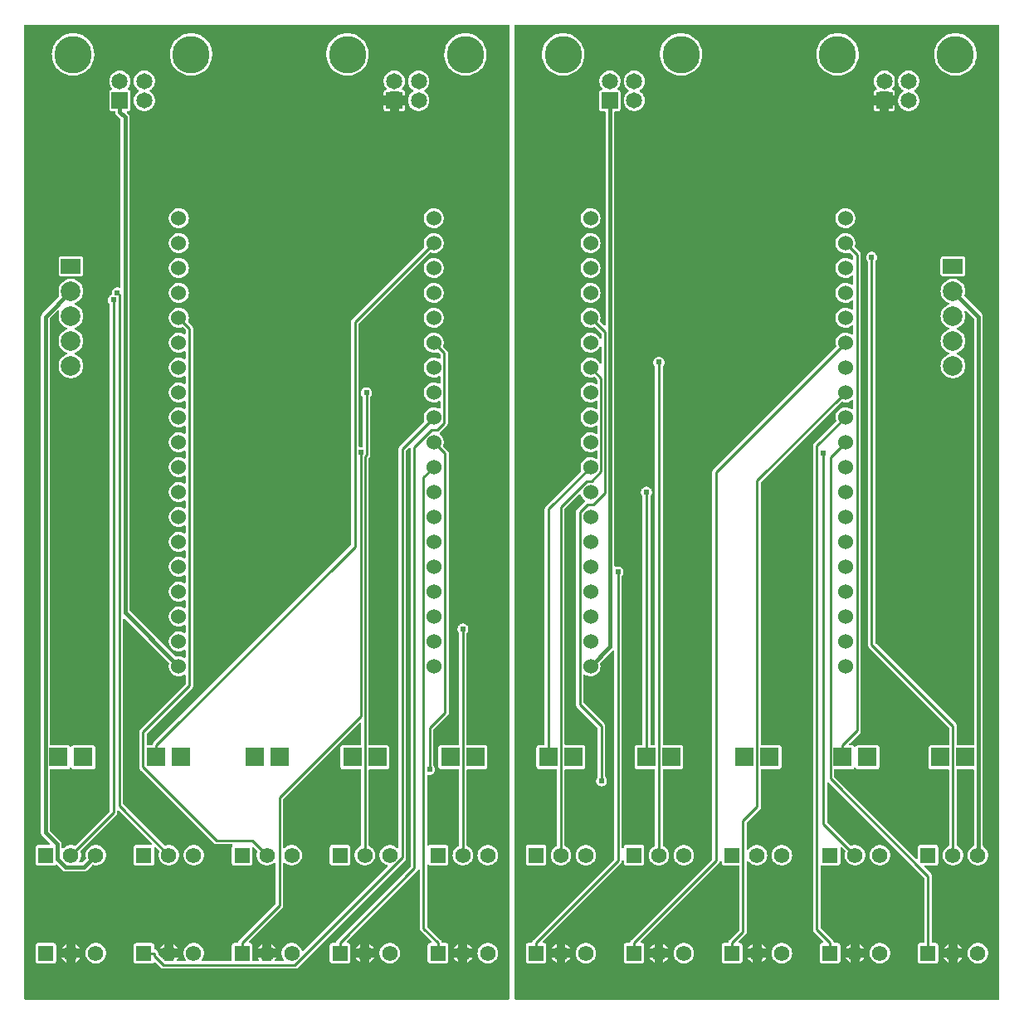
<source format=gbl>
G04 Layer: BottomLayer*
G04 EasyEDA v6.5.15, 2022-10-09 18:36:16*
G04 2a5d3d0542d34b858b2f245c142da422,939f56e90c3d43cda586b760d259c3b5,10*
G04 Gerber Generator version 0.2*
G04 Scale: 100 percent, Rotated: No, Reflected: No *
G04 Dimensions in millimeters *
G04 leading zeros omitted , absolute positions ,4 integer and 5 decimal *
%FSLAX45Y45*%
%MOMM*%

%ADD10C,0.2540*%
%ADD11C,0.4000*%
%ADD12R,1.9304X1.9304*%
%ADD13R,1.6510X1.6510*%
%ADD14C,1.6510*%
%ADD15C,3.8100*%
%ADD16C,1.5748*%
%ADD17R,1.5748X1.5748*%
%ADD18C,1.5240*%
%ADD19R,2.0000X1.5240*%
%ADD20C,2.0000*%
%ADD21C,0.6100*%
%ADD22C,0.0120*%

%LPD*%
G36*
X36068Y-9974072D02*
G01*
X32156Y-9973310D01*
X28905Y-9971074D01*
X26670Y-9967823D01*
X25908Y-9963912D01*
X25908Y-36068D01*
X26670Y-32156D01*
X28905Y-28905D01*
X32156Y-26670D01*
X36068Y-25908D01*
X4963922Y-25908D01*
X4967833Y-26670D01*
X4971084Y-28905D01*
X4973320Y-32156D01*
X4974082Y-36068D01*
X4974082Y-9963912D01*
X4973320Y-9967823D01*
X4971084Y-9971074D01*
X4967833Y-9973310D01*
X4963922Y-9974072D01*
G37*

%LPC*%
G36*
X1446784Y-9658908D02*
G01*
X2785262Y-9658908D01*
X2793288Y-9658096D01*
X2800502Y-9655911D01*
X2807157Y-9652355D01*
X2813405Y-9647224D01*
X3909263Y-8551367D01*
X3914394Y-8545169D01*
X3917950Y-8538464D01*
X3920134Y-8531250D01*
X3920947Y-8523224D01*
X3920947Y-4373372D01*
X3921709Y-4369511D01*
X3923893Y-4366209D01*
X3948887Y-4341215D01*
X3952189Y-4338980D01*
X3956100Y-4338218D01*
X3959961Y-4338980D01*
X3963263Y-4341215D01*
X3965448Y-4344517D01*
X3966260Y-4348378D01*
X3966260Y-8614257D01*
X3965448Y-8618169D01*
X3963263Y-8621471D01*
X3219043Y-9365691D01*
X3213912Y-9371888D01*
X3210356Y-9378594D01*
X3207105Y-9389719D01*
X3204870Y-9392716D01*
X3201670Y-9394647D01*
X3198012Y-9395358D01*
X3167837Y-9395358D01*
X3161487Y-9396069D01*
X3156051Y-9397949D01*
X3151124Y-9401048D01*
X3147060Y-9405112D01*
X3143961Y-9410039D01*
X3142081Y-9415475D01*
X3141370Y-9421825D01*
X3141370Y-9578136D01*
X3142081Y-9584486D01*
X3143961Y-9589922D01*
X3147060Y-9594850D01*
X3151124Y-9598914D01*
X3156051Y-9602012D01*
X3161487Y-9603892D01*
X3167837Y-9604654D01*
X3324148Y-9604654D01*
X3330498Y-9603892D01*
X3335934Y-9602012D01*
X3340862Y-9598914D01*
X3344926Y-9594850D01*
X3348024Y-9589922D01*
X3349904Y-9584486D01*
X3350666Y-9578136D01*
X3350666Y-9421825D01*
X3349904Y-9415475D01*
X3348024Y-9410039D01*
X3344926Y-9405112D01*
X3340862Y-9401048D01*
X3335934Y-9397949D01*
X3330498Y-9396069D01*
X3323132Y-9395358D01*
X3319221Y-9394545D01*
X3315919Y-9392361D01*
X3313734Y-9389059D01*
X3312972Y-9385198D01*
X3313734Y-9381286D01*
X3315919Y-9377984D01*
X4031792Y-8662111D01*
X4036923Y-8655913D01*
X4040835Y-8648598D01*
X4043730Y-8645194D01*
X4047794Y-8643416D01*
X4052265Y-8643518D01*
X4056227Y-8645499D01*
X4058970Y-8649004D01*
X4059936Y-8653373D01*
X4059936Y-9245396D01*
X4060748Y-9253423D01*
X4062933Y-9260636D01*
X4066489Y-9267291D01*
X4071620Y-9273540D01*
X4176064Y-9377984D01*
X4178249Y-9381286D01*
X4179011Y-9385198D01*
X4178249Y-9389059D01*
X4176064Y-9392361D01*
X4172762Y-9394545D01*
X4167835Y-9395358D01*
X4161485Y-9396069D01*
X4156049Y-9397949D01*
X4151122Y-9401048D01*
X4147058Y-9405112D01*
X4143959Y-9410039D01*
X4142079Y-9415475D01*
X4141368Y-9421825D01*
X4141368Y-9578136D01*
X4142079Y-9584486D01*
X4143959Y-9589922D01*
X4147058Y-9594850D01*
X4151122Y-9598914D01*
X4156049Y-9602012D01*
X4161485Y-9603892D01*
X4167835Y-9604654D01*
X4324146Y-9604654D01*
X4330496Y-9603892D01*
X4335932Y-9602012D01*
X4340860Y-9598914D01*
X4344924Y-9594850D01*
X4348022Y-9589922D01*
X4349902Y-9584486D01*
X4350664Y-9578136D01*
X4350664Y-9421825D01*
X4349902Y-9415475D01*
X4348022Y-9410039D01*
X4344924Y-9405112D01*
X4340860Y-9401048D01*
X4335932Y-9397949D01*
X4330496Y-9396069D01*
X4324146Y-9395358D01*
X4293971Y-9395358D01*
X4290314Y-9394647D01*
X4287113Y-9392716D01*
X4284878Y-9389719D01*
X4281627Y-9378594D01*
X4278071Y-9371888D01*
X4272940Y-9365691D01*
X4140149Y-9232849D01*
X4137914Y-9229547D01*
X4137151Y-9225686D01*
X4137151Y-8608517D01*
X4138066Y-8604300D01*
X4140606Y-8600897D01*
X4144365Y-8598814D01*
X4148683Y-8598458D01*
X4152696Y-8599932D01*
X4156049Y-8602014D01*
X4161485Y-8603894D01*
X4167835Y-8604656D01*
X4324146Y-8604656D01*
X4330496Y-8603894D01*
X4335932Y-8602014D01*
X4340860Y-8598916D01*
X4344924Y-8594852D01*
X4348022Y-8589924D01*
X4349902Y-8584488D01*
X4350664Y-8578138D01*
X4350664Y-8421827D01*
X4349902Y-8415477D01*
X4348022Y-8410041D01*
X4344924Y-8405114D01*
X4340860Y-8401050D01*
X4335932Y-8397951D01*
X4330496Y-8396071D01*
X4324146Y-8395360D01*
X4167835Y-8395360D01*
X4161485Y-8396071D01*
X4156049Y-8397951D01*
X4152696Y-8400034D01*
X4148683Y-8401507D01*
X4144365Y-8401151D01*
X4140606Y-8399068D01*
X4138066Y-8395665D01*
X4137151Y-8391448D01*
X4137151Y-7690103D01*
X4138015Y-7685989D01*
X4140454Y-7682585D01*
X4144060Y-7680452D01*
X4148226Y-7679994D01*
X4158996Y-7680959D01*
X4168800Y-7680096D01*
X4178300Y-7677556D01*
X4187190Y-7673390D01*
X4195216Y-7667752D01*
X4202176Y-7660792D01*
X4207814Y-7652766D01*
X4211980Y-7643875D01*
X4214520Y-7634376D01*
X4215384Y-7624572D01*
X4214520Y-7614767D01*
X4211980Y-7605268D01*
X4207814Y-7596378D01*
X4202176Y-7588351D01*
X4200601Y-7586725D01*
X4198366Y-7583424D01*
X4197604Y-7579563D01*
X4197604Y-7224064D01*
X4198366Y-7220203D01*
X4200601Y-7216902D01*
X4342688Y-7074763D01*
X4347819Y-7068515D01*
X4351375Y-7061860D01*
X4353560Y-7054646D01*
X4354372Y-7046620D01*
X4354372Y-4398772D01*
X4353560Y-4390745D01*
X4351375Y-4383532D01*
X4347819Y-4376826D01*
X4342688Y-4370628D01*
X4302099Y-4329988D01*
X4299966Y-4326890D01*
X4299153Y-4323232D01*
X4299712Y-4319473D01*
X4301947Y-4312970D01*
X4304690Y-4299610D01*
X4305604Y-4285996D01*
X4304690Y-4272381D01*
X4301947Y-4259021D01*
X4297476Y-4246118D01*
X4291330Y-4233976D01*
X4283608Y-4222750D01*
X4274464Y-4212590D01*
X4264507Y-4204157D01*
X4261815Y-4200652D01*
X4260900Y-4196334D01*
X4261866Y-4192066D01*
X4264609Y-4188561D01*
X4267809Y-4185920D01*
X4335221Y-4118508D01*
X4340352Y-4112260D01*
X4343908Y-4105605D01*
X4346092Y-4098391D01*
X4346905Y-4090365D01*
X4346905Y-3375304D01*
X4346092Y-3367278D01*
X4343908Y-3360064D01*
X4340352Y-3353358D01*
X4335221Y-3347161D01*
X4302099Y-3313988D01*
X4299966Y-3310890D01*
X4299153Y-3307232D01*
X4299712Y-3303473D01*
X4301947Y-3296970D01*
X4304690Y-3283610D01*
X4305604Y-3269996D01*
X4304690Y-3256381D01*
X4301947Y-3243021D01*
X4297476Y-3230118D01*
X4291330Y-3217976D01*
X4283608Y-3206750D01*
X4274464Y-3196590D01*
X4264050Y-3187801D01*
X4252569Y-3180486D01*
X4240174Y-3174746D01*
X4227169Y-3170682D01*
X4213707Y-3168446D01*
X4200093Y-3167989D01*
X4186529Y-3169310D01*
X4173270Y-3172510D01*
X4160520Y-3177387D01*
X4148582Y-3183940D01*
X4137609Y-3192018D01*
X4127804Y-3201517D01*
X4119321Y-3212236D01*
X4112361Y-3223971D01*
X4107078Y-3236518D01*
X4103471Y-3249676D01*
X4101642Y-3263188D01*
X4101642Y-3276803D01*
X4103471Y-3290315D01*
X4107078Y-3303473D01*
X4112361Y-3316020D01*
X4119321Y-3327755D01*
X4127804Y-3338474D01*
X4137609Y-3347974D01*
X4148582Y-3356051D01*
X4160520Y-3362604D01*
X4173270Y-3367481D01*
X4186529Y-3370681D01*
X4200093Y-3372002D01*
X4213707Y-3371545D01*
X4227169Y-3369310D01*
X4237380Y-3366160D01*
X4240987Y-3365703D01*
X4244543Y-3366566D01*
X4247540Y-3368649D01*
X4266692Y-3387801D01*
X4268927Y-3391103D01*
X4269689Y-3395014D01*
X4269689Y-3426866D01*
X4268774Y-3431082D01*
X4266184Y-3434537D01*
X4262424Y-3436620D01*
X4258106Y-3436924D01*
X4254042Y-3435451D01*
X4252569Y-3434486D01*
X4240174Y-3428746D01*
X4227169Y-3424682D01*
X4213707Y-3422446D01*
X4200093Y-3421989D01*
X4186529Y-3423310D01*
X4173270Y-3426510D01*
X4160520Y-3431387D01*
X4148582Y-3437940D01*
X4137609Y-3446018D01*
X4127804Y-3455517D01*
X4119321Y-3466236D01*
X4112361Y-3477971D01*
X4107078Y-3490518D01*
X4103471Y-3503676D01*
X4101642Y-3517188D01*
X4101642Y-3530803D01*
X4103471Y-3544315D01*
X4107078Y-3557473D01*
X4112361Y-3570020D01*
X4119321Y-3581755D01*
X4127804Y-3592474D01*
X4137609Y-3601974D01*
X4148582Y-3610051D01*
X4160520Y-3616604D01*
X4173270Y-3621481D01*
X4186529Y-3624681D01*
X4200093Y-3626002D01*
X4213707Y-3625545D01*
X4227169Y-3623310D01*
X4240174Y-3619246D01*
X4252569Y-3613505D01*
X4254042Y-3612540D01*
X4258106Y-3611067D01*
X4262424Y-3611372D01*
X4266184Y-3613454D01*
X4268774Y-3616909D01*
X4269689Y-3621125D01*
X4269689Y-3680866D01*
X4268774Y-3685082D01*
X4266184Y-3688537D01*
X4262424Y-3690620D01*
X4258106Y-3690924D01*
X4254042Y-3689451D01*
X4252569Y-3688486D01*
X4240174Y-3682746D01*
X4227169Y-3678682D01*
X4213707Y-3676446D01*
X4200093Y-3675989D01*
X4186529Y-3677310D01*
X4173270Y-3680510D01*
X4160520Y-3685387D01*
X4148582Y-3691940D01*
X4137609Y-3700018D01*
X4127804Y-3709517D01*
X4119321Y-3720236D01*
X4112361Y-3731971D01*
X4107078Y-3744518D01*
X4103471Y-3757676D01*
X4101642Y-3771188D01*
X4101642Y-3784803D01*
X4103471Y-3798315D01*
X4107078Y-3811473D01*
X4112361Y-3824020D01*
X4119321Y-3835755D01*
X4127804Y-3846474D01*
X4137609Y-3855974D01*
X4148582Y-3864051D01*
X4160520Y-3870604D01*
X4173270Y-3875481D01*
X4186529Y-3878681D01*
X4200093Y-3880002D01*
X4213707Y-3879545D01*
X4227169Y-3877310D01*
X4240174Y-3873246D01*
X4252569Y-3867505D01*
X4254042Y-3866540D01*
X4258106Y-3865067D01*
X4262424Y-3865372D01*
X4266184Y-3867454D01*
X4268774Y-3870909D01*
X4269689Y-3875125D01*
X4269689Y-3934866D01*
X4268774Y-3939082D01*
X4266184Y-3942537D01*
X4262424Y-3944620D01*
X4258106Y-3944924D01*
X4254042Y-3943451D01*
X4252569Y-3942486D01*
X4240174Y-3936746D01*
X4227169Y-3932682D01*
X4213707Y-3930446D01*
X4200093Y-3929989D01*
X4186529Y-3931310D01*
X4173270Y-3934510D01*
X4160520Y-3939387D01*
X4148582Y-3945940D01*
X4137609Y-3954018D01*
X4127804Y-3963517D01*
X4119321Y-3974236D01*
X4112361Y-3985971D01*
X4107078Y-3998518D01*
X4103471Y-4011676D01*
X4101642Y-4025188D01*
X4101642Y-4038803D01*
X4103471Y-4052315D01*
X4107332Y-4066286D01*
X4107637Y-4069842D01*
X4106722Y-4073296D01*
X4104690Y-4076192D01*
X3855364Y-4325518D01*
X3850233Y-4331766D01*
X3846677Y-4338421D01*
X3844493Y-4345635D01*
X3843731Y-4353661D01*
X3843731Y-8417356D01*
X3842969Y-8421166D01*
X3840886Y-8424418D01*
X3837736Y-8426602D01*
X3833977Y-8427516D01*
X3830167Y-8426958D01*
X3826865Y-8425027D01*
X3817670Y-8417001D01*
X3806291Y-8409381D01*
X3794048Y-8403336D01*
X3781094Y-8398916D01*
X3767632Y-8396274D01*
X3754018Y-8395360D01*
X3740353Y-8396274D01*
X3726891Y-8398916D01*
X3713937Y-8403336D01*
X3701694Y-8409381D01*
X3690315Y-8417001D01*
X3680002Y-8425992D01*
X3671011Y-8436305D01*
X3663391Y-8447684D01*
X3657346Y-8459927D01*
X3652926Y-8472881D01*
X3650284Y-8486343D01*
X3649370Y-8500008D01*
X3650284Y-8513622D01*
X3652926Y-8527084D01*
X3657346Y-8540038D01*
X3663391Y-8552281D01*
X3671011Y-8563660D01*
X3680002Y-8573973D01*
X3690315Y-8582964D01*
X3701694Y-8590584D01*
X3713937Y-8596630D01*
X3726891Y-8601049D01*
X3731869Y-8602980D01*
X3734765Y-8606231D01*
X3735984Y-8610396D01*
X3735425Y-8614714D01*
X3733088Y-8618372D01*
X2872384Y-9479076D01*
X2868726Y-9481413D01*
X2864408Y-9481972D01*
X2860243Y-9480753D01*
X2856992Y-9477857D01*
X2855061Y-9472879D01*
X2850642Y-9459925D01*
X2844596Y-9447682D01*
X2836976Y-9436303D01*
X2827985Y-9425990D01*
X2817672Y-9416999D01*
X2806293Y-9409379D01*
X2794050Y-9403334D01*
X2781096Y-9398914D01*
X2767634Y-9396272D01*
X2754020Y-9395358D01*
X2740355Y-9396272D01*
X2726893Y-9398914D01*
X2713939Y-9403334D01*
X2701696Y-9409379D01*
X2690317Y-9416999D01*
X2680004Y-9425990D01*
X2671013Y-9436303D01*
X2663393Y-9447682D01*
X2657348Y-9459925D01*
X2652928Y-9472879D01*
X2650286Y-9486341D01*
X2649372Y-9500006D01*
X2650286Y-9513620D01*
X2652928Y-9527082D01*
X2657348Y-9540036D01*
X2663393Y-9552279D01*
X2673959Y-9568180D01*
X2674518Y-9571990D01*
X2673604Y-9575749D01*
X2671419Y-9578848D01*
X2668168Y-9580981D01*
X2664358Y-9581692D01*
X2589631Y-9581692D01*
X2585821Y-9580981D01*
X2582570Y-9578848D01*
X2580386Y-9575749D01*
X2579471Y-9571990D01*
X2580030Y-9568180D01*
X2590596Y-9552279D01*
X2593848Y-9545726D01*
X2545740Y-9545726D01*
X2545740Y-9571532D01*
X2544927Y-9575444D01*
X2542743Y-9578695D01*
X2539441Y-9580930D01*
X2535580Y-9581692D01*
X2464409Y-9581692D01*
X2460548Y-9580930D01*
X2457246Y-9578695D01*
X2455062Y-9575444D01*
X2454300Y-9571532D01*
X2454300Y-9545726D01*
X2406142Y-9545726D01*
X2409393Y-9552279D01*
X2419959Y-9568180D01*
X2420518Y-9571990D01*
X2419604Y-9575749D01*
X2417419Y-9578848D01*
X2414168Y-9580981D01*
X2410358Y-9581692D01*
X2360777Y-9581692D01*
X2356916Y-9580930D01*
X2353614Y-9578695D01*
X2351430Y-9575444D01*
X2350668Y-9571532D01*
X2350668Y-9421825D01*
X2349906Y-9415475D01*
X2348026Y-9410039D01*
X2344928Y-9405112D01*
X2340864Y-9401048D01*
X2335936Y-9397949D01*
X2330500Y-9396069D01*
X2323134Y-9395358D01*
X2319223Y-9394545D01*
X2315921Y-9392361D01*
X2313736Y-9389059D01*
X2312974Y-9385198D01*
X2313736Y-9381286D01*
X2315921Y-9377984D01*
X2653588Y-9040317D01*
X2658719Y-9034068D01*
X2662275Y-9027414D01*
X2664460Y-9020200D01*
X2665272Y-9012174D01*
X2665272Y-8583472D01*
X2665984Y-8579662D01*
X2668117Y-8576411D01*
X2671216Y-8574227D01*
X2674975Y-8573312D01*
X2678785Y-8573871D01*
X2682138Y-8575802D01*
X2690317Y-8582964D01*
X2701696Y-8590584D01*
X2713939Y-8596630D01*
X2726893Y-8601049D01*
X2740355Y-8603691D01*
X2754020Y-8604605D01*
X2767634Y-8603691D01*
X2781096Y-8601049D01*
X2794050Y-8596630D01*
X2806293Y-8590584D01*
X2817672Y-8582964D01*
X2827985Y-8573973D01*
X2836976Y-8563660D01*
X2844596Y-8552281D01*
X2850642Y-8540038D01*
X2855061Y-8527084D01*
X2857703Y-8513622D01*
X2858617Y-8500008D01*
X2857703Y-8486343D01*
X2855061Y-8472881D01*
X2850642Y-8459927D01*
X2844596Y-8447684D01*
X2836976Y-8436305D01*
X2827985Y-8425992D01*
X2817672Y-8417001D01*
X2806293Y-8409381D01*
X2794050Y-8403336D01*
X2781096Y-8398916D01*
X2767634Y-8396274D01*
X2754020Y-8395360D01*
X2740355Y-8396274D01*
X2726893Y-8398916D01*
X2713939Y-8403336D01*
X2701696Y-8409381D01*
X2690317Y-8417001D01*
X2682138Y-8424164D01*
X2678785Y-8426094D01*
X2674975Y-8426653D01*
X2671216Y-8425738D01*
X2668117Y-8423554D01*
X2665984Y-8420303D01*
X2665272Y-8416493D01*
X2665272Y-7935315D01*
X2666034Y-7931454D01*
X2668270Y-7928152D01*
X3444036Y-7152335D01*
X3447338Y-7150150D01*
X3451250Y-7149388D01*
X3455111Y-7150150D01*
X3458413Y-7152335D01*
X3460597Y-7155637D01*
X3461359Y-7159548D01*
X3461359Y-7367422D01*
X3460597Y-7371283D01*
X3458413Y-7374585D01*
X3455111Y-7376769D01*
X3451250Y-7377582D01*
X3277057Y-7377582D01*
X3270707Y-7378293D01*
X3265271Y-7380173D01*
X3260344Y-7383272D01*
X3256279Y-7387336D01*
X3253181Y-7392263D01*
X3251301Y-7397699D01*
X3250590Y-7404049D01*
X3250590Y-7595920D01*
X3251301Y-7602270D01*
X3253181Y-7607706D01*
X3256279Y-7612634D01*
X3260344Y-7616698D01*
X3265271Y-7619796D01*
X3270707Y-7621676D01*
X3277057Y-7622438D01*
X3451250Y-7622438D01*
X3455111Y-7623200D01*
X3458413Y-7625384D01*
X3460597Y-7628686D01*
X3461359Y-7632598D01*
X3461359Y-8396274D01*
X3460699Y-8399983D01*
X3458718Y-8403183D01*
X3455720Y-8405418D01*
X3447694Y-8409381D01*
X3436315Y-8417001D01*
X3426002Y-8425992D01*
X3417011Y-8436305D01*
X3409391Y-8447684D01*
X3403346Y-8459927D01*
X3398926Y-8472881D01*
X3396284Y-8486343D01*
X3395370Y-8500008D01*
X3396284Y-8513622D01*
X3398926Y-8527084D01*
X3403346Y-8540038D01*
X3409391Y-8552281D01*
X3417011Y-8563660D01*
X3426002Y-8573973D01*
X3436315Y-8582964D01*
X3447694Y-8590584D01*
X3459937Y-8596630D01*
X3472891Y-8601049D01*
X3486353Y-8603691D01*
X3500018Y-8604605D01*
X3513632Y-8603691D01*
X3527094Y-8601049D01*
X3540048Y-8596630D01*
X3552291Y-8590584D01*
X3563670Y-8582964D01*
X3573983Y-8573973D01*
X3582974Y-8563660D01*
X3590594Y-8552281D01*
X3596640Y-8540038D01*
X3601059Y-8527084D01*
X3603701Y-8513622D01*
X3604615Y-8500008D01*
X3603701Y-8486343D01*
X3601059Y-8472881D01*
X3596640Y-8459927D01*
X3590594Y-8447684D01*
X3582974Y-8436305D01*
X3573983Y-8425992D01*
X3563670Y-8417001D01*
X3552291Y-8409381D01*
X3544265Y-8405418D01*
X3541268Y-8403183D01*
X3539286Y-8399983D01*
X3538575Y-8396274D01*
X3538575Y-7632598D01*
X3539388Y-7628686D01*
X3541572Y-7625384D01*
X3544874Y-7623200D01*
X3548786Y-7622438D01*
X3722928Y-7622438D01*
X3729278Y-7621676D01*
X3734714Y-7619796D01*
X3739642Y-7616698D01*
X3743706Y-7612634D01*
X3746804Y-7607706D01*
X3748684Y-7602270D01*
X3749446Y-7595920D01*
X3749446Y-7404049D01*
X3748684Y-7397699D01*
X3746804Y-7392263D01*
X3743706Y-7387336D01*
X3739642Y-7383272D01*
X3734714Y-7380173D01*
X3729278Y-7378293D01*
X3722928Y-7377582D01*
X3548786Y-7377582D01*
X3544874Y-7376769D01*
X3541572Y-7374585D01*
X3539388Y-7371283D01*
X3538575Y-7367422D01*
X3538575Y-4450486D01*
X3539236Y-4446981D01*
X3540963Y-4443933D01*
X3547262Y-4436465D01*
X3550818Y-4429810D01*
X3553002Y-4422597D01*
X3553764Y-4414570D01*
X3553764Y-3826662D01*
X3554577Y-3822801D01*
X3556762Y-3819499D01*
X3558387Y-3817874D01*
X3563975Y-3809847D01*
X3568141Y-3800957D01*
X3570681Y-3791458D01*
X3571544Y-3781653D01*
X3570681Y-3771849D01*
X3568141Y-3762349D01*
X3563975Y-3753459D01*
X3558387Y-3745433D01*
X3551428Y-3738473D01*
X3543350Y-3732834D01*
X3534460Y-3728669D01*
X3524961Y-3726129D01*
X3515207Y-3725265D01*
X3505403Y-3726129D01*
X3495903Y-3728669D01*
X3487013Y-3732834D01*
X3478936Y-3738473D01*
X3471976Y-3745433D01*
X3466388Y-3753459D01*
X3462223Y-3762349D01*
X3459683Y-3771849D01*
X3458819Y-3781653D01*
X3459683Y-3791458D01*
X3462223Y-3800957D01*
X3466388Y-3809847D01*
X3471976Y-3817874D01*
X3473602Y-3819499D01*
X3475786Y-3822801D01*
X3476548Y-3826662D01*
X3476548Y-4325061D01*
X3475736Y-4329176D01*
X3473297Y-4332579D01*
X3469690Y-4334713D01*
X3465525Y-4335221D01*
X3456635Y-4334408D01*
X3447694Y-4335221D01*
X3443528Y-4334713D01*
X3439922Y-4332579D01*
X3437483Y-4329176D01*
X3436670Y-4325061D01*
X3436670Y-3079648D01*
X3437432Y-3075787D01*
X3439617Y-3072485D01*
X4159453Y-2352649D01*
X4162653Y-2350465D01*
X4166463Y-2349652D01*
X4170273Y-2350363D01*
X4173270Y-2351481D01*
X4186529Y-2354681D01*
X4200093Y-2356002D01*
X4213707Y-2355545D01*
X4227169Y-2353310D01*
X4240174Y-2349246D01*
X4252569Y-2343505D01*
X4264050Y-2336190D01*
X4274464Y-2327402D01*
X4283608Y-2317242D01*
X4291330Y-2306015D01*
X4297476Y-2293874D01*
X4301947Y-2280970D01*
X4304690Y-2267610D01*
X4305604Y-2253996D01*
X4304690Y-2240381D01*
X4301947Y-2227021D01*
X4297476Y-2214118D01*
X4291330Y-2201976D01*
X4283608Y-2190750D01*
X4274464Y-2180590D01*
X4264050Y-2171801D01*
X4252569Y-2164486D01*
X4240174Y-2158746D01*
X4227169Y-2154682D01*
X4213707Y-2152446D01*
X4200093Y-2151989D01*
X4186529Y-2153310D01*
X4173270Y-2156510D01*
X4160520Y-2161387D01*
X4148582Y-2167940D01*
X4137609Y-2176018D01*
X4127804Y-2185517D01*
X4119321Y-2196236D01*
X4112361Y-2207971D01*
X4107078Y-2220518D01*
X4103471Y-2233676D01*
X4101642Y-2247188D01*
X4101642Y-2260803D01*
X4103471Y-2274316D01*
X4107332Y-2288286D01*
X4107637Y-2291842D01*
X4106722Y-2295296D01*
X4104690Y-2298192D01*
X3371087Y-3031794D01*
X3365957Y-3038043D01*
X3362401Y-3044698D01*
X3360216Y-3051911D01*
X3359454Y-3059938D01*
X3359454Y-5330291D01*
X3358642Y-5334203D01*
X3356457Y-5337505D01*
X1346047Y-7347915D01*
X1340916Y-7354112D01*
X1337360Y-7360818D01*
X1334109Y-7371943D01*
X1331874Y-7374940D01*
X1328674Y-7376871D01*
X1325016Y-7377582D01*
X1286306Y-7377582D01*
X1282395Y-7376769D01*
X1279093Y-7374585D01*
X1276908Y-7371283D01*
X1276146Y-7367422D01*
X1276146Y-7264603D01*
X1276908Y-7260742D01*
X1279093Y-7257440D01*
X1736496Y-6799986D01*
X1741627Y-6793788D01*
X1745183Y-6787083D01*
X1747367Y-6779869D01*
X1748180Y-6771843D01*
X1748180Y-3124454D01*
X1747367Y-3116427D01*
X1745183Y-3109214D01*
X1741627Y-3102559D01*
X1736496Y-3096310D01*
X1700225Y-3059988D01*
X1698091Y-3056890D01*
X1697228Y-3053232D01*
X1697786Y-3049473D01*
X1700072Y-3042970D01*
X1702765Y-3029610D01*
X1703679Y-3015996D01*
X1702765Y-3002381D01*
X1700072Y-2989021D01*
X1695602Y-2976118D01*
X1689455Y-2963976D01*
X1681734Y-2952750D01*
X1672589Y-2942590D01*
X1662175Y-2933801D01*
X1650644Y-2926486D01*
X1638300Y-2920746D01*
X1625244Y-2916682D01*
X1611833Y-2914446D01*
X1598168Y-2913989D01*
X1584604Y-2915310D01*
X1571345Y-2918510D01*
X1558645Y-2923387D01*
X1546656Y-2929940D01*
X1535684Y-2938018D01*
X1525879Y-2947517D01*
X1517446Y-2958236D01*
X1510487Y-2969971D01*
X1505153Y-2982518D01*
X1501546Y-2995676D01*
X1499717Y-3009188D01*
X1499717Y-3022803D01*
X1501546Y-3036316D01*
X1505153Y-3049473D01*
X1510487Y-3062020D01*
X1517446Y-3073755D01*
X1525879Y-3084474D01*
X1535684Y-3093974D01*
X1546656Y-3102051D01*
X1558645Y-3108604D01*
X1571345Y-3113481D01*
X1584604Y-3116681D01*
X1598168Y-3118002D01*
X1611833Y-3117545D01*
X1625244Y-3115310D01*
X1635455Y-3112160D01*
X1639112Y-3111703D01*
X1642668Y-3112566D01*
X1645666Y-3114649D01*
X1667967Y-3137001D01*
X1670202Y-3140303D01*
X1670964Y-3144164D01*
X1670964Y-3174898D01*
X1670050Y-3179114D01*
X1667459Y-3182569D01*
X1663700Y-3184652D01*
X1659382Y-3184956D01*
X1655318Y-3183483D01*
X1650644Y-3180486D01*
X1638300Y-3174746D01*
X1625244Y-3170682D01*
X1611833Y-3168446D01*
X1598168Y-3167989D01*
X1584604Y-3169310D01*
X1571345Y-3172510D01*
X1558645Y-3177387D01*
X1546656Y-3183940D01*
X1535684Y-3192018D01*
X1525879Y-3201517D01*
X1517446Y-3212236D01*
X1510487Y-3223971D01*
X1505153Y-3236518D01*
X1501546Y-3249676D01*
X1499717Y-3263188D01*
X1499717Y-3276803D01*
X1501546Y-3290315D01*
X1505153Y-3303473D01*
X1510487Y-3316020D01*
X1517446Y-3327755D01*
X1525879Y-3338474D01*
X1535684Y-3347974D01*
X1546656Y-3356051D01*
X1558645Y-3362604D01*
X1571345Y-3367481D01*
X1584604Y-3370681D01*
X1598168Y-3372002D01*
X1611833Y-3371545D01*
X1625244Y-3369310D01*
X1638300Y-3365246D01*
X1650644Y-3359505D01*
X1655318Y-3356508D01*
X1659382Y-3355035D01*
X1663700Y-3355340D01*
X1667459Y-3357422D01*
X1670050Y-3360877D01*
X1670964Y-3365093D01*
X1670964Y-3428898D01*
X1670050Y-3433114D01*
X1667459Y-3436569D01*
X1663700Y-3438651D01*
X1659382Y-3438956D01*
X1655318Y-3437483D01*
X1650644Y-3434486D01*
X1638300Y-3428746D01*
X1625244Y-3424682D01*
X1611833Y-3422446D01*
X1598168Y-3421989D01*
X1584604Y-3423310D01*
X1571345Y-3426510D01*
X1558645Y-3431387D01*
X1546656Y-3437940D01*
X1535684Y-3446018D01*
X1525879Y-3455517D01*
X1517446Y-3466236D01*
X1510487Y-3477971D01*
X1505153Y-3490518D01*
X1501546Y-3503676D01*
X1499717Y-3517188D01*
X1499717Y-3530803D01*
X1501546Y-3544315D01*
X1505153Y-3557473D01*
X1510487Y-3570020D01*
X1517446Y-3581755D01*
X1525879Y-3592474D01*
X1535684Y-3601974D01*
X1546656Y-3610051D01*
X1558645Y-3616604D01*
X1571345Y-3621481D01*
X1584604Y-3624681D01*
X1598168Y-3626002D01*
X1611833Y-3625545D01*
X1625244Y-3623310D01*
X1638300Y-3619246D01*
X1650644Y-3613505D01*
X1655318Y-3610508D01*
X1659382Y-3609035D01*
X1663700Y-3609340D01*
X1667459Y-3611422D01*
X1670050Y-3614877D01*
X1670964Y-3619093D01*
X1670964Y-3682898D01*
X1670050Y-3687114D01*
X1667459Y-3690569D01*
X1663700Y-3692651D01*
X1659382Y-3692956D01*
X1655318Y-3691483D01*
X1650644Y-3688486D01*
X1638300Y-3682746D01*
X1625244Y-3678682D01*
X1611833Y-3676446D01*
X1598168Y-3675989D01*
X1584604Y-3677310D01*
X1571345Y-3680510D01*
X1558645Y-3685387D01*
X1546656Y-3691940D01*
X1535684Y-3700018D01*
X1525879Y-3709517D01*
X1517446Y-3720236D01*
X1510487Y-3731971D01*
X1505153Y-3744518D01*
X1501546Y-3757676D01*
X1499717Y-3771188D01*
X1499717Y-3784803D01*
X1501546Y-3798315D01*
X1505153Y-3811473D01*
X1510487Y-3824020D01*
X1517446Y-3835755D01*
X1525879Y-3846474D01*
X1535684Y-3855974D01*
X1546656Y-3864051D01*
X1558645Y-3870604D01*
X1571345Y-3875481D01*
X1584604Y-3878681D01*
X1598168Y-3880002D01*
X1611833Y-3879545D01*
X1625244Y-3877310D01*
X1638300Y-3873246D01*
X1650644Y-3867505D01*
X1655318Y-3864508D01*
X1659382Y-3863035D01*
X1663700Y-3863340D01*
X1667459Y-3865422D01*
X1670050Y-3868877D01*
X1670964Y-3873093D01*
X1670964Y-3936898D01*
X1670050Y-3941114D01*
X1667459Y-3944569D01*
X1663700Y-3946651D01*
X1659382Y-3946956D01*
X1655318Y-3945483D01*
X1650644Y-3942486D01*
X1638300Y-3936746D01*
X1625244Y-3932682D01*
X1611833Y-3930446D01*
X1598168Y-3929989D01*
X1584604Y-3931310D01*
X1571345Y-3934510D01*
X1558645Y-3939387D01*
X1546656Y-3945940D01*
X1535684Y-3954018D01*
X1525879Y-3963517D01*
X1517446Y-3974236D01*
X1510487Y-3985971D01*
X1505153Y-3998518D01*
X1501546Y-4011676D01*
X1499717Y-4025188D01*
X1499717Y-4038803D01*
X1501546Y-4052315D01*
X1505153Y-4065473D01*
X1510487Y-4078020D01*
X1517446Y-4089755D01*
X1525879Y-4100474D01*
X1535684Y-4109974D01*
X1546656Y-4118051D01*
X1558645Y-4124604D01*
X1571345Y-4129481D01*
X1584604Y-4132681D01*
X1598168Y-4134002D01*
X1611833Y-4133545D01*
X1625244Y-4131310D01*
X1638300Y-4127246D01*
X1650644Y-4121505D01*
X1655318Y-4118508D01*
X1659382Y-4117035D01*
X1663700Y-4117340D01*
X1667459Y-4119422D01*
X1670050Y-4122877D01*
X1670964Y-4127093D01*
X1670964Y-4190898D01*
X1670050Y-4195114D01*
X1667459Y-4198569D01*
X1663700Y-4200652D01*
X1659382Y-4200956D01*
X1655318Y-4199483D01*
X1650644Y-4196486D01*
X1638300Y-4190746D01*
X1625244Y-4186682D01*
X1611833Y-4184446D01*
X1598168Y-4183989D01*
X1584604Y-4185310D01*
X1571345Y-4188510D01*
X1558645Y-4193387D01*
X1546656Y-4199940D01*
X1535684Y-4208018D01*
X1525879Y-4217517D01*
X1517446Y-4228236D01*
X1510487Y-4239971D01*
X1505153Y-4252518D01*
X1501546Y-4265676D01*
X1499717Y-4279188D01*
X1499717Y-4292803D01*
X1501546Y-4306316D01*
X1505153Y-4319473D01*
X1510487Y-4332020D01*
X1517446Y-4343755D01*
X1525879Y-4354474D01*
X1535684Y-4363974D01*
X1546656Y-4372051D01*
X1558645Y-4378604D01*
X1571345Y-4383481D01*
X1584604Y-4386681D01*
X1598168Y-4388002D01*
X1611833Y-4387545D01*
X1625244Y-4385310D01*
X1638300Y-4381246D01*
X1650644Y-4375505D01*
X1655318Y-4372508D01*
X1659382Y-4371035D01*
X1663700Y-4371340D01*
X1667459Y-4373422D01*
X1670050Y-4376877D01*
X1670964Y-4381093D01*
X1670964Y-4444898D01*
X1670050Y-4449114D01*
X1667459Y-4452569D01*
X1663700Y-4454652D01*
X1659382Y-4454956D01*
X1655318Y-4453483D01*
X1650644Y-4450486D01*
X1638300Y-4444746D01*
X1625244Y-4440682D01*
X1611833Y-4438446D01*
X1598168Y-4437989D01*
X1584604Y-4439310D01*
X1571345Y-4442510D01*
X1558645Y-4447387D01*
X1546656Y-4453940D01*
X1535684Y-4462018D01*
X1525879Y-4471517D01*
X1517446Y-4482236D01*
X1510487Y-4493971D01*
X1505153Y-4506518D01*
X1501546Y-4519676D01*
X1499717Y-4533188D01*
X1499717Y-4546803D01*
X1501546Y-4560316D01*
X1505153Y-4573473D01*
X1510487Y-4586020D01*
X1517446Y-4597755D01*
X1525879Y-4608474D01*
X1535684Y-4617974D01*
X1546656Y-4626051D01*
X1558645Y-4632604D01*
X1571345Y-4637481D01*
X1584604Y-4640681D01*
X1598168Y-4642002D01*
X1611833Y-4641545D01*
X1625244Y-4639310D01*
X1638300Y-4635246D01*
X1650644Y-4629505D01*
X1655318Y-4626508D01*
X1659382Y-4625035D01*
X1663700Y-4625340D01*
X1667459Y-4627422D01*
X1670050Y-4630877D01*
X1670964Y-4635093D01*
X1670964Y-4698898D01*
X1670050Y-4703114D01*
X1667459Y-4706569D01*
X1663700Y-4708652D01*
X1659382Y-4708956D01*
X1655318Y-4707483D01*
X1650644Y-4704486D01*
X1638300Y-4698746D01*
X1625244Y-4694682D01*
X1611833Y-4692446D01*
X1598168Y-4691989D01*
X1584604Y-4693310D01*
X1571345Y-4696510D01*
X1558645Y-4701387D01*
X1546656Y-4707940D01*
X1535684Y-4716018D01*
X1525879Y-4725517D01*
X1517446Y-4736236D01*
X1510487Y-4747971D01*
X1505153Y-4760518D01*
X1501546Y-4773676D01*
X1499717Y-4787188D01*
X1499717Y-4800803D01*
X1501546Y-4814316D01*
X1505153Y-4827473D01*
X1510487Y-4840020D01*
X1517446Y-4851755D01*
X1525879Y-4862474D01*
X1535684Y-4871974D01*
X1546656Y-4880051D01*
X1558645Y-4886604D01*
X1571345Y-4891481D01*
X1584604Y-4894681D01*
X1598168Y-4896002D01*
X1611833Y-4895545D01*
X1625244Y-4893310D01*
X1638300Y-4889246D01*
X1650644Y-4883505D01*
X1655318Y-4880508D01*
X1659382Y-4879035D01*
X1663700Y-4879340D01*
X1667459Y-4881422D01*
X1670050Y-4884877D01*
X1670964Y-4889093D01*
X1670964Y-4952898D01*
X1670050Y-4957114D01*
X1667459Y-4960569D01*
X1663700Y-4962652D01*
X1659382Y-4962956D01*
X1655318Y-4961483D01*
X1650644Y-4958486D01*
X1638300Y-4952746D01*
X1625244Y-4948682D01*
X1611833Y-4946446D01*
X1598168Y-4945989D01*
X1584604Y-4947310D01*
X1571345Y-4950510D01*
X1558645Y-4955387D01*
X1546656Y-4961940D01*
X1535684Y-4970018D01*
X1525879Y-4979517D01*
X1517446Y-4990236D01*
X1510487Y-5001971D01*
X1505153Y-5014518D01*
X1501546Y-5027676D01*
X1499717Y-5041188D01*
X1499717Y-5054803D01*
X1501546Y-5068316D01*
X1505153Y-5081473D01*
X1510487Y-5094020D01*
X1517446Y-5105755D01*
X1525879Y-5116474D01*
X1535684Y-5125974D01*
X1546656Y-5134051D01*
X1558645Y-5140604D01*
X1571345Y-5145481D01*
X1584604Y-5148681D01*
X1598168Y-5150002D01*
X1611833Y-5149545D01*
X1625244Y-5147310D01*
X1638300Y-5143246D01*
X1650644Y-5137505D01*
X1655318Y-5134508D01*
X1659382Y-5133035D01*
X1663700Y-5133340D01*
X1667459Y-5135422D01*
X1670050Y-5138877D01*
X1670964Y-5143093D01*
X1670964Y-5206898D01*
X1670050Y-5211114D01*
X1667459Y-5214569D01*
X1663700Y-5216652D01*
X1659382Y-5216956D01*
X1655318Y-5215483D01*
X1650644Y-5212486D01*
X1638300Y-5206746D01*
X1625244Y-5202682D01*
X1611833Y-5200446D01*
X1598168Y-5199989D01*
X1584604Y-5201310D01*
X1571345Y-5204510D01*
X1558645Y-5209387D01*
X1546656Y-5215940D01*
X1535684Y-5224018D01*
X1525879Y-5233517D01*
X1517446Y-5244236D01*
X1510487Y-5255971D01*
X1505153Y-5268518D01*
X1501546Y-5281676D01*
X1499717Y-5295188D01*
X1499717Y-5308803D01*
X1501546Y-5322316D01*
X1505153Y-5335473D01*
X1510487Y-5348020D01*
X1517446Y-5359755D01*
X1525879Y-5370474D01*
X1535684Y-5379974D01*
X1546656Y-5388051D01*
X1558645Y-5394604D01*
X1571345Y-5399481D01*
X1584604Y-5402681D01*
X1598168Y-5404002D01*
X1611833Y-5403545D01*
X1625244Y-5401310D01*
X1638300Y-5397246D01*
X1650644Y-5391505D01*
X1655318Y-5388508D01*
X1659382Y-5387035D01*
X1663700Y-5387340D01*
X1667459Y-5389422D01*
X1670050Y-5392877D01*
X1670964Y-5397093D01*
X1670964Y-5460898D01*
X1670050Y-5465114D01*
X1667459Y-5468569D01*
X1663700Y-5470652D01*
X1659382Y-5470956D01*
X1655318Y-5469483D01*
X1650644Y-5466486D01*
X1638300Y-5460746D01*
X1625244Y-5456682D01*
X1611833Y-5454446D01*
X1598168Y-5453989D01*
X1584604Y-5455310D01*
X1571345Y-5458510D01*
X1558645Y-5463387D01*
X1546656Y-5469940D01*
X1535684Y-5478018D01*
X1525879Y-5487517D01*
X1517446Y-5498236D01*
X1510487Y-5509971D01*
X1505153Y-5522518D01*
X1501546Y-5535676D01*
X1499717Y-5549188D01*
X1499717Y-5562803D01*
X1501546Y-5576316D01*
X1505153Y-5589473D01*
X1510487Y-5602020D01*
X1517446Y-5613755D01*
X1525879Y-5624474D01*
X1535684Y-5633974D01*
X1546656Y-5642051D01*
X1558645Y-5648604D01*
X1571345Y-5653481D01*
X1584604Y-5656681D01*
X1598168Y-5658002D01*
X1611833Y-5657545D01*
X1625244Y-5655310D01*
X1638300Y-5651246D01*
X1650644Y-5645505D01*
X1655318Y-5642508D01*
X1659382Y-5641035D01*
X1663700Y-5641340D01*
X1667459Y-5643422D01*
X1670050Y-5646877D01*
X1670964Y-5651093D01*
X1670964Y-5714898D01*
X1670050Y-5719114D01*
X1667459Y-5722569D01*
X1663700Y-5724652D01*
X1659382Y-5724956D01*
X1655318Y-5723483D01*
X1650644Y-5720486D01*
X1638300Y-5714746D01*
X1625244Y-5710682D01*
X1611833Y-5708446D01*
X1598168Y-5707989D01*
X1584604Y-5709310D01*
X1571345Y-5712510D01*
X1558645Y-5717387D01*
X1546656Y-5723940D01*
X1535684Y-5732018D01*
X1525879Y-5741517D01*
X1517446Y-5752236D01*
X1510487Y-5763971D01*
X1505153Y-5776518D01*
X1501546Y-5789676D01*
X1499717Y-5803188D01*
X1499717Y-5816803D01*
X1501546Y-5830316D01*
X1505153Y-5843473D01*
X1510487Y-5856020D01*
X1517446Y-5867755D01*
X1525879Y-5878474D01*
X1535684Y-5887974D01*
X1546656Y-5896051D01*
X1558645Y-5902604D01*
X1571345Y-5907481D01*
X1584604Y-5910681D01*
X1598168Y-5912002D01*
X1611833Y-5911545D01*
X1625244Y-5909310D01*
X1638300Y-5905246D01*
X1650644Y-5899505D01*
X1655318Y-5896508D01*
X1659382Y-5895035D01*
X1663700Y-5895340D01*
X1667459Y-5897422D01*
X1670050Y-5900877D01*
X1670964Y-5905093D01*
X1670964Y-5968898D01*
X1670050Y-5973114D01*
X1667459Y-5976569D01*
X1663700Y-5978652D01*
X1659382Y-5978956D01*
X1655318Y-5977483D01*
X1650644Y-5974486D01*
X1638300Y-5968746D01*
X1625244Y-5964682D01*
X1611833Y-5962446D01*
X1598168Y-5961989D01*
X1584604Y-5963310D01*
X1571345Y-5966510D01*
X1558645Y-5971387D01*
X1546656Y-5977940D01*
X1535684Y-5986018D01*
X1525879Y-5995517D01*
X1517446Y-6006236D01*
X1510487Y-6017971D01*
X1505153Y-6030518D01*
X1501546Y-6043676D01*
X1499717Y-6057188D01*
X1499717Y-6070803D01*
X1501546Y-6084316D01*
X1505153Y-6097473D01*
X1510487Y-6110020D01*
X1517446Y-6121755D01*
X1525879Y-6132474D01*
X1535684Y-6141974D01*
X1546656Y-6150051D01*
X1558645Y-6156604D01*
X1571345Y-6161481D01*
X1584604Y-6164681D01*
X1598168Y-6166002D01*
X1611833Y-6165545D01*
X1625244Y-6163310D01*
X1638300Y-6159246D01*
X1650644Y-6153505D01*
X1655318Y-6150508D01*
X1659382Y-6149035D01*
X1663700Y-6149340D01*
X1667459Y-6151422D01*
X1670050Y-6154877D01*
X1670964Y-6159093D01*
X1670964Y-6222898D01*
X1670050Y-6227114D01*
X1667459Y-6230569D01*
X1663700Y-6232652D01*
X1659382Y-6232956D01*
X1655318Y-6231483D01*
X1650644Y-6228486D01*
X1638300Y-6222746D01*
X1625244Y-6218682D01*
X1611833Y-6216446D01*
X1598168Y-6215989D01*
X1584604Y-6217310D01*
X1571345Y-6220510D01*
X1558645Y-6225387D01*
X1546656Y-6231940D01*
X1535684Y-6240018D01*
X1525879Y-6249517D01*
X1517446Y-6260236D01*
X1510487Y-6271971D01*
X1505153Y-6284518D01*
X1501546Y-6297676D01*
X1499717Y-6311188D01*
X1499717Y-6324803D01*
X1501546Y-6338316D01*
X1505153Y-6351473D01*
X1510487Y-6364020D01*
X1517446Y-6375755D01*
X1525879Y-6386474D01*
X1535684Y-6395974D01*
X1546656Y-6404051D01*
X1558645Y-6410604D01*
X1571345Y-6415481D01*
X1584604Y-6418681D01*
X1598168Y-6420002D01*
X1611833Y-6419545D01*
X1625244Y-6417310D01*
X1638300Y-6413246D01*
X1650644Y-6407505D01*
X1655318Y-6404508D01*
X1659382Y-6403035D01*
X1663700Y-6403340D01*
X1667459Y-6405422D01*
X1670050Y-6408877D01*
X1670964Y-6413093D01*
X1670964Y-6476898D01*
X1670050Y-6481114D01*
X1667459Y-6484569D01*
X1663700Y-6486652D01*
X1659382Y-6486956D01*
X1655318Y-6485483D01*
X1650644Y-6482486D01*
X1638300Y-6476746D01*
X1625244Y-6472682D01*
X1611833Y-6470446D01*
X1598168Y-6469989D01*
X1584604Y-6471310D01*
X1574901Y-6473647D01*
X1571447Y-6473850D01*
X1568145Y-6472936D01*
X1565351Y-6470954D01*
X1102969Y-6008573D01*
X1100785Y-6005271D01*
X1100023Y-6001410D01*
X1099972Y-970787D01*
X1098753Y-962050D01*
X1096060Y-954024D01*
X1091946Y-946658D01*
X1086205Y-939749D01*
X1072235Y-925779D01*
X1070051Y-922528D01*
X1069289Y-918616D01*
X1070051Y-914704D01*
X1072235Y-911453D01*
X1075537Y-909218D01*
X1079449Y-908456D01*
X1081989Y-908456D01*
X1088288Y-907745D01*
X1093774Y-905814D01*
X1098651Y-902766D01*
X1102766Y-898652D01*
X1105814Y-893775D01*
X1107744Y-888288D01*
X1108456Y-881989D01*
X1108456Y-718007D01*
X1107744Y-711708D01*
X1105814Y-706221D01*
X1102766Y-701344D01*
X1098651Y-697230D01*
X1093774Y-694182D01*
X1088288Y-692251D01*
X1086104Y-691997D01*
X1081938Y-690575D01*
X1078788Y-687527D01*
X1077214Y-683463D01*
X1077468Y-679043D01*
X1079601Y-675233D01*
X1086002Y-667867D01*
X1093927Y-656082D01*
X1100175Y-643382D01*
X1104747Y-629920D01*
X1107490Y-616051D01*
X1108456Y-601878D01*
X1107490Y-587705D01*
X1104747Y-573836D01*
X1100175Y-560374D01*
X1093927Y-547674D01*
X1086002Y-535889D01*
X1076655Y-525221D01*
X1065987Y-515874D01*
X1054201Y-507949D01*
X1041501Y-501700D01*
X1028039Y-497128D01*
X1014171Y-494385D01*
X999998Y-493420D01*
X985824Y-494385D01*
X971956Y-497128D01*
X958494Y-501700D01*
X945794Y-507949D01*
X934008Y-515874D01*
X923340Y-525221D01*
X913993Y-535889D01*
X906068Y-547674D01*
X899820Y-560374D01*
X895248Y-573836D01*
X892505Y-587705D01*
X891540Y-601878D01*
X892505Y-616051D01*
X895248Y-629920D01*
X899820Y-643382D01*
X906068Y-656082D01*
X913993Y-667867D01*
X920394Y-675233D01*
X922528Y-679043D01*
X922782Y-683463D01*
X921207Y-687527D01*
X918057Y-690575D01*
X913892Y-691997D01*
X911707Y-692251D01*
X906221Y-694182D01*
X901344Y-697230D01*
X897229Y-701344D01*
X894181Y-706221D01*
X892251Y-711708D01*
X891540Y-718007D01*
X891540Y-881989D01*
X892251Y-888288D01*
X894181Y-893775D01*
X897229Y-898652D01*
X901344Y-902766D01*
X906221Y-905814D01*
X911707Y-907745D01*
X918006Y-908456D01*
X943914Y-908456D01*
X947775Y-909218D01*
X951026Y-911352D01*
X953262Y-914552D01*
X954074Y-918362D01*
X954125Y-920242D01*
X955395Y-929081D01*
X957173Y-935024D01*
X960983Y-942695D01*
X966266Y-949655D01*
X1005230Y-988618D01*
X1007414Y-991920D01*
X1008176Y-995781D01*
X1008176Y-2699867D01*
X1007364Y-2703830D01*
X1005078Y-2707182D01*
X1001674Y-2709367D01*
X997661Y-2710027D01*
X984097Y-2706471D01*
X974344Y-2705608D01*
X964539Y-2706471D01*
X955040Y-2709011D01*
X946150Y-2713177D01*
X938072Y-2718816D01*
X931113Y-2725775D01*
X925525Y-2733802D01*
X921359Y-2742692D01*
X918819Y-2752191D01*
X917956Y-2761945D01*
X918971Y-2773019D01*
X918514Y-2777134D01*
X916482Y-2780741D01*
X913180Y-2783179D01*
X906221Y-2786430D01*
X898194Y-2792069D01*
X891235Y-2799029D01*
X885596Y-2807055D01*
X881430Y-2815945D01*
X878890Y-2825445D01*
X878027Y-2835249D01*
X878890Y-2845054D01*
X881430Y-2854553D01*
X885596Y-2863443D01*
X891235Y-2871470D01*
X892810Y-2873095D01*
X895045Y-2876397D01*
X895807Y-2880258D01*
X895807Y-8045348D01*
X895045Y-8049259D01*
X892810Y-8052562D01*
X545998Y-8399373D01*
X542899Y-8401507D01*
X539292Y-8402320D01*
X535584Y-8401812D01*
X527100Y-8398916D01*
X513638Y-8396274D01*
X500024Y-8395360D01*
X486359Y-8396274D01*
X472897Y-8398916D01*
X459943Y-8403336D01*
X447700Y-8409381D01*
X436321Y-8417001D01*
X426008Y-8425992D01*
X424484Y-8427720D01*
X421233Y-8430209D01*
X417271Y-8431174D01*
X413258Y-8430564D01*
X409803Y-8428380D01*
X407517Y-8425027D01*
X406704Y-8421065D01*
X406654Y-8387029D01*
X405434Y-8378291D01*
X402742Y-8370265D01*
X398627Y-8362899D01*
X392887Y-8355990D01*
X289306Y-8252409D01*
X287121Y-8249107D01*
X286359Y-8245246D01*
X286359Y-7632598D01*
X287121Y-7628686D01*
X289306Y-7625384D01*
X292608Y-7623200D01*
X296519Y-7622438D01*
X468934Y-7622438D01*
X475284Y-7621676D01*
X480720Y-7619796D01*
X485648Y-7616698D01*
X489712Y-7612634D01*
X491388Y-7609941D01*
X494233Y-7606995D01*
X497941Y-7605420D01*
X502056Y-7605420D01*
X505764Y-7606995D01*
X508609Y-7609941D01*
X510285Y-7612634D01*
X514350Y-7616698D01*
X519277Y-7619796D01*
X524713Y-7621676D01*
X531063Y-7622438D01*
X722934Y-7622438D01*
X729284Y-7621676D01*
X734720Y-7619796D01*
X739648Y-7616698D01*
X743712Y-7612634D01*
X746810Y-7607706D01*
X748690Y-7602270D01*
X749452Y-7595920D01*
X749452Y-7404049D01*
X748690Y-7397699D01*
X746810Y-7392263D01*
X743712Y-7387336D01*
X739648Y-7383272D01*
X734720Y-7380173D01*
X729284Y-7378293D01*
X722934Y-7377582D01*
X531063Y-7377582D01*
X524713Y-7378293D01*
X519277Y-7380173D01*
X514350Y-7383272D01*
X510285Y-7387336D01*
X508609Y-7390028D01*
X505764Y-7392974D01*
X502056Y-7394549D01*
X497941Y-7394549D01*
X494233Y-7392974D01*
X491388Y-7390028D01*
X489712Y-7387336D01*
X485648Y-7383272D01*
X480720Y-7380173D01*
X475284Y-7378293D01*
X468934Y-7377582D01*
X296519Y-7377582D01*
X292608Y-7376769D01*
X289306Y-7374585D01*
X287121Y-7371283D01*
X286359Y-7367422D01*
X286359Y-3028797D01*
X287121Y-3024886D01*
X289306Y-3021584D01*
X365252Y-2945688D01*
X369011Y-2943301D01*
X373430Y-2942742D01*
X377698Y-2944164D01*
X380898Y-2947263D01*
X382473Y-2951429D01*
X382117Y-2955899D01*
X377748Y-2969869D01*
X375005Y-2984804D01*
X374091Y-2999994D01*
X375005Y-3015183D01*
X377748Y-3030118D01*
X382270Y-3044647D01*
X388518Y-3058515D01*
X396392Y-3071520D01*
X405790Y-3083458D01*
X416509Y-3094228D01*
X428498Y-3103575D01*
X441502Y-3111449D01*
X455422Y-3117748D01*
X458571Y-3119932D01*
X460654Y-3123184D01*
X461416Y-3126994D01*
X460654Y-3130804D01*
X458571Y-3134055D01*
X455422Y-3136239D01*
X441502Y-3142538D01*
X428498Y-3150412D01*
X416509Y-3159760D01*
X405790Y-3170529D01*
X396392Y-3182467D01*
X388518Y-3195472D01*
X382270Y-3209340D01*
X377748Y-3223869D01*
X375005Y-3238804D01*
X374091Y-3253994D01*
X375005Y-3269183D01*
X377748Y-3284118D01*
X382270Y-3298647D01*
X388518Y-3312515D01*
X396392Y-3325520D01*
X405790Y-3337458D01*
X416509Y-3348228D01*
X428498Y-3357575D01*
X441502Y-3365449D01*
X455422Y-3371748D01*
X458571Y-3373932D01*
X460654Y-3377184D01*
X461416Y-3380994D01*
X460654Y-3384804D01*
X458571Y-3388055D01*
X455422Y-3390239D01*
X441502Y-3396538D01*
X428498Y-3404412D01*
X416509Y-3413760D01*
X405790Y-3424529D01*
X396392Y-3436467D01*
X388518Y-3449472D01*
X382270Y-3463340D01*
X377748Y-3477869D01*
X375005Y-3492804D01*
X374091Y-3507994D01*
X375005Y-3523183D01*
X377748Y-3538118D01*
X382270Y-3552647D01*
X388518Y-3566515D01*
X396392Y-3579520D01*
X405790Y-3591458D01*
X416509Y-3602228D01*
X428498Y-3611575D01*
X441502Y-3619449D01*
X455371Y-3625697D01*
X469849Y-3630218D01*
X484835Y-3632962D01*
X500024Y-3633876D01*
X515162Y-3632962D01*
X530148Y-3630218D01*
X544626Y-3625697D01*
X558495Y-3619449D01*
X571500Y-3611575D01*
X583488Y-3602228D01*
X594207Y-3591458D01*
X603605Y-3579520D01*
X611479Y-3566515D01*
X617728Y-3552647D01*
X622249Y-3538118D01*
X624992Y-3523183D01*
X625906Y-3507994D01*
X624992Y-3492804D01*
X622249Y-3477869D01*
X617728Y-3463340D01*
X611479Y-3449472D01*
X603605Y-3436467D01*
X594207Y-3424529D01*
X583488Y-3413760D01*
X571500Y-3404412D01*
X558495Y-3396538D01*
X544576Y-3390239D01*
X541426Y-3388055D01*
X539343Y-3384804D01*
X538581Y-3380994D01*
X539343Y-3377184D01*
X541426Y-3373932D01*
X544576Y-3371748D01*
X558495Y-3365449D01*
X571500Y-3357575D01*
X583488Y-3348228D01*
X594207Y-3337458D01*
X603605Y-3325520D01*
X611479Y-3312515D01*
X617728Y-3298647D01*
X622249Y-3284118D01*
X624992Y-3269183D01*
X625906Y-3253994D01*
X624992Y-3238804D01*
X622249Y-3223869D01*
X617728Y-3209340D01*
X611479Y-3195472D01*
X603605Y-3182467D01*
X594207Y-3170529D01*
X583488Y-3159760D01*
X571500Y-3150412D01*
X558495Y-3142538D01*
X544576Y-3136239D01*
X541426Y-3134055D01*
X539343Y-3130804D01*
X538581Y-3126994D01*
X539343Y-3123184D01*
X541426Y-3119932D01*
X544576Y-3117748D01*
X558495Y-3111449D01*
X571500Y-3103575D01*
X583488Y-3094228D01*
X594207Y-3083458D01*
X603605Y-3071520D01*
X611479Y-3058515D01*
X617728Y-3044647D01*
X622249Y-3030118D01*
X624992Y-3015183D01*
X625906Y-2999994D01*
X624992Y-2984804D01*
X622249Y-2969869D01*
X617728Y-2955340D01*
X611479Y-2941472D01*
X603605Y-2928467D01*
X594207Y-2916529D01*
X583488Y-2905760D01*
X571500Y-2896412D01*
X558495Y-2888538D01*
X544576Y-2882239D01*
X541426Y-2880055D01*
X539343Y-2876804D01*
X538581Y-2872994D01*
X539343Y-2869184D01*
X541426Y-2865932D01*
X544576Y-2863748D01*
X558495Y-2857449D01*
X571500Y-2849575D01*
X583488Y-2840228D01*
X594207Y-2829458D01*
X603605Y-2817520D01*
X611479Y-2804515D01*
X617728Y-2790647D01*
X622249Y-2776118D01*
X624992Y-2761183D01*
X625906Y-2745994D01*
X624992Y-2730804D01*
X622249Y-2715869D01*
X617728Y-2701340D01*
X611479Y-2687472D01*
X603605Y-2674467D01*
X594207Y-2662529D01*
X583488Y-2651760D01*
X571500Y-2642412D01*
X558495Y-2634538D01*
X544626Y-2628290D01*
X530148Y-2623769D01*
X515162Y-2621026D01*
X500024Y-2620111D01*
X484835Y-2621026D01*
X469849Y-2623769D01*
X455371Y-2628290D01*
X441502Y-2634538D01*
X428498Y-2642412D01*
X416509Y-2651760D01*
X405790Y-2662529D01*
X396392Y-2674467D01*
X388518Y-2687472D01*
X382270Y-2701340D01*
X377748Y-2715869D01*
X375005Y-2730804D01*
X374091Y-2745994D01*
X375005Y-2761183D01*
X377748Y-2776118D01*
X382422Y-2791002D01*
X382828Y-2794609D01*
X381965Y-2798165D01*
X379882Y-2801162D01*
X206756Y-2974390D01*
X201422Y-2981401D01*
X197662Y-2988970D01*
X195376Y-2997149D01*
X194513Y-3006039D01*
X194564Y-8270240D01*
X195783Y-8278977D01*
X198475Y-8287003D01*
X202590Y-8294370D01*
X208330Y-8301278D01*
X285038Y-8377986D01*
X287223Y-8381288D01*
X288036Y-8385200D01*
X287223Y-8389061D01*
X285038Y-8392363D01*
X281736Y-8394547D01*
X277876Y-8395360D01*
X167843Y-8395360D01*
X161493Y-8396071D01*
X156057Y-8397951D01*
X151130Y-8401050D01*
X147066Y-8405114D01*
X143967Y-8410041D01*
X142087Y-8415477D01*
X141376Y-8421827D01*
X141376Y-8578138D01*
X142087Y-8584488D01*
X143967Y-8589924D01*
X147066Y-8594852D01*
X151130Y-8598916D01*
X156057Y-8602014D01*
X161493Y-8603894D01*
X167843Y-8604656D01*
X324154Y-8604656D01*
X330504Y-8603894D01*
X335940Y-8602014D01*
X340868Y-8598916D01*
X343408Y-8596376D01*
X346710Y-8594140D01*
X350621Y-8593378D01*
X354482Y-8594140D01*
X357784Y-8596376D01*
X416306Y-8654796D01*
X423316Y-8660130D01*
X430885Y-8663889D01*
X439064Y-8666175D01*
X447954Y-8667038D01*
X634644Y-8666988D01*
X643382Y-8665768D01*
X651408Y-8663076D01*
X658774Y-8658961D01*
X665683Y-8653221D01*
X715670Y-8603234D01*
X718769Y-8601100D01*
X722426Y-8600236D01*
X740359Y-8603691D01*
X754024Y-8604605D01*
X767638Y-8603691D01*
X781100Y-8601049D01*
X794054Y-8596630D01*
X806297Y-8590584D01*
X817676Y-8582964D01*
X827989Y-8573973D01*
X836980Y-8563660D01*
X844600Y-8552281D01*
X850646Y-8540038D01*
X855065Y-8527084D01*
X857707Y-8513622D01*
X858621Y-8500008D01*
X857707Y-8486343D01*
X855065Y-8472881D01*
X850646Y-8459927D01*
X844600Y-8447684D01*
X836980Y-8436305D01*
X827989Y-8425992D01*
X817676Y-8417001D01*
X806297Y-8409381D01*
X794054Y-8403336D01*
X781100Y-8398916D01*
X767638Y-8396274D01*
X754024Y-8395360D01*
X740359Y-8396274D01*
X726897Y-8398916D01*
X713943Y-8403336D01*
X701700Y-8409381D01*
X690321Y-8417001D01*
X680008Y-8425992D01*
X671017Y-8436305D01*
X663397Y-8447684D01*
X657352Y-8459927D01*
X652932Y-8472881D01*
X650290Y-8486343D01*
X649376Y-8500008D01*
X650290Y-8513622D01*
X653745Y-8531555D01*
X652881Y-8535212D01*
X650748Y-8538311D01*
X616813Y-8572246D01*
X613511Y-8574430D01*
X609650Y-8575192D01*
X594309Y-8575192D01*
X590042Y-8574278D01*
X586587Y-8571636D01*
X584504Y-8567826D01*
X584250Y-8563457D01*
X585876Y-8559393D01*
X590600Y-8552281D01*
X596646Y-8540038D01*
X601065Y-8527084D01*
X603707Y-8513622D01*
X604621Y-8500008D01*
X603707Y-8486343D01*
X601065Y-8472881D01*
X598170Y-8464397D01*
X597662Y-8460689D01*
X598525Y-8457082D01*
X600608Y-8453983D01*
X961339Y-8093202D01*
X966469Y-8087004D01*
X970026Y-8080298D01*
X972210Y-8073085D01*
X973023Y-8065058D01*
X973023Y-8052155D01*
X973785Y-8048244D01*
X976020Y-8044942D01*
X979271Y-8042757D01*
X983183Y-8041995D01*
X987094Y-8042757D01*
X990346Y-8044942D01*
X1323390Y-8377986D01*
X1325626Y-8381288D01*
X1326388Y-8385200D01*
X1325626Y-8389061D01*
X1323390Y-8392363D01*
X1320088Y-8394547D01*
X1316228Y-8395360D01*
X1167841Y-8395360D01*
X1161491Y-8396071D01*
X1156055Y-8397951D01*
X1151128Y-8401050D01*
X1147064Y-8405114D01*
X1143965Y-8410041D01*
X1142085Y-8415477D01*
X1141374Y-8421827D01*
X1141374Y-8578138D01*
X1142085Y-8584488D01*
X1143965Y-8589924D01*
X1147064Y-8594852D01*
X1151128Y-8598916D01*
X1156055Y-8602014D01*
X1161491Y-8603894D01*
X1167841Y-8604656D01*
X1324152Y-8604656D01*
X1330502Y-8603894D01*
X1335938Y-8602014D01*
X1340866Y-8598916D01*
X1344930Y-8594852D01*
X1348028Y-8589924D01*
X1349908Y-8584488D01*
X1350670Y-8578138D01*
X1350670Y-8429752D01*
X1351432Y-8425891D01*
X1353616Y-8422589D01*
X1356918Y-8420354D01*
X1360830Y-8419592D01*
X1364691Y-8420354D01*
X1367993Y-8422589D01*
X1399387Y-8453983D01*
X1401521Y-8457082D01*
X1402334Y-8460689D01*
X1401826Y-8464397D01*
X1398930Y-8472881D01*
X1396288Y-8486343D01*
X1395374Y-8500008D01*
X1396288Y-8513622D01*
X1398930Y-8527084D01*
X1403350Y-8540038D01*
X1409395Y-8552281D01*
X1417015Y-8563660D01*
X1426006Y-8573973D01*
X1436319Y-8582964D01*
X1447698Y-8590584D01*
X1459941Y-8596630D01*
X1472895Y-8601049D01*
X1486357Y-8603691D01*
X1500022Y-8604605D01*
X1513636Y-8603691D01*
X1527098Y-8601049D01*
X1540052Y-8596630D01*
X1552295Y-8590584D01*
X1563674Y-8582964D01*
X1573987Y-8573973D01*
X1582978Y-8563660D01*
X1590598Y-8552281D01*
X1596644Y-8540038D01*
X1601063Y-8527084D01*
X1603705Y-8513622D01*
X1604619Y-8500008D01*
X1603705Y-8486343D01*
X1601063Y-8472881D01*
X1596644Y-8459927D01*
X1590598Y-8447684D01*
X1582978Y-8436305D01*
X1573987Y-8425992D01*
X1563674Y-8417001D01*
X1552295Y-8409381D01*
X1540052Y-8403336D01*
X1527098Y-8398916D01*
X1513636Y-8396274D01*
X1500022Y-8395360D01*
X1486357Y-8396274D01*
X1472895Y-8398916D01*
X1464411Y-8401812D01*
X1460703Y-8402320D01*
X1457096Y-8401507D01*
X1453997Y-8399373D01*
X1034592Y-7979968D01*
X1032357Y-7976666D01*
X1031595Y-7972755D01*
X1031595Y-6091580D01*
X1032357Y-6087668D01*
X1034592Y-6084366D01*
X1037844Y-6082182D01*
X1041755Y-6081420D01*
X1045667Y-6082182D01*
X1048918Y-6084366D01*
X1500530Y-6535978D01*
X1502562Y-6538874D01*
X1503476Y-6542328D01*
X1503172Y-6545834D01*
X1501546Y-6551676D01*
X1499717Y-6565188D01*
X1499717Y-6578803D01*
X1501546Y-6592316D01*
X1505153Y-6605473D01*
X1510487Y-6618020D01*
X1517446Y-6629755D01*
X1525879Y-6640474D01*
X1535684Y-6649974D01*
X1546656Y-6658051D01*
X1558645Y-6664604D01*
X1571345Y-6669481D01*
X1584604Y-6672681D01*
X1598168Y-6674002D01*
X1611833Y-6673545D01*
X1625244Y-6671309D01*
X1638300Y-6667246D01*
X1650644Y-6661505D01*
X1655318Y-6658508D01*
X1659382Y-6657035D01*
X1663700Y-6657340D01*
X1667459Y-6659422D01*
X1670050Y-6662877D01*
X1670964Y-6667093D01*
X1670964Y-6752132D01*
X1670202Y-6756044D01*
X1667967Y-6759346D01*
X1210564Y-7216749D01*
X1205433Y-7222998D01*
X1201877Y-7229652D01*
X1199692Y-7236866D01*
X1198930Y-7244892D01*
X1198930Y-7600086D01*
X1199692Y-7608112D01*
X1201877Y-7615326D01*
X1205433Y-7622031D01*
X1210564Y-7628229D01*
X1957425Y-8375091D01*
X1963674Y-8380222D01*
X1970328Y-8383778D01*
X1977542Y-8385962D01*
X1985568Y-8386775D01*
X2140864Y-8386775D01*
X2144776Y-8387537D01*
X2148078Y-8389772D01*
X2150262Y-8393023D01*
X2151024Y-8396935D01*
X2150262Y-8400846D01*
X2147062Y-8405114D01*
X2143963Y-8410041D01*
X2142083Y-8415477D01*
X2141372Y-8421827D01*
X2141372Y-8578138D01*
X2142083Y-8584488D01*
X2143963Y-8589924D01*
X2147062Y-8594852D01*
X2151126Y-8598916D01*
X2156053Y-8602014D01*
X2161489Y-8603894D01*
X2167839Y-8604656D01*
X2324150Y-8604656D01*
X2330500Y-8603894D01*
X2335936Y-8602014D01*
X2340864Y-8598916D01*
X2344928Y-8594852D01*
X2348026Y-8589924D01*
X2349906Y-8584488D01*
X2350668Y-8578138D01*
X2350668Y-8429752D01*
X2351430Y-8425891D01*
X2353614Y-8422589D01*
X2356916Y-8420354D01*
X2360777Y-8419592D01*
X2364689Y-8420354D01*
X2367991Y-8422589D01*
X2399385Y-8453983D01*
X2401468Y-8457082D01*
X2402332Y-8460689D01*
X2401824Y-8464397D01*
X2398928Y-8472881D01*
X2396286Y-8486343D01*
X2395372Y-8500008D01*
X2396286Y-8513622D01*
X2398928Y-8527084D01*
X2403348Y-8540038D01*
X2409393Y-8552281D01*
X2417013Y-8563660D01*
X2426004Y-8573973D01*
X2436317Y-8582964D01*
X2447696Y-8590584D01*
X2459939Y-8596630D01*
X2472893Y-8601049D01*
X2486355Y-8603691D01*
X2500020Y-8604605D01*
X2513634Y-8603691D01*
X2527096Y-8601049D01*
X2540050Y-8596630D01*
X2552293Y-8590584D01*
X2563672Y-8582964D01*
X2571191Y-8576411D01*
X2574544Y-8574481D01*
X2578354Y-8573871D01*
X2582113Y-8574786D01*
X2585212Y-8577021D01*
X2587345Y-8580272D01*
X2588056Y-8584031D01*
X2588056Y-8992463D01*
X2587294Y-8996324D01*
X2585059Y-8999626D01*
X2219045Y-9365691D01*
X2213914Y-9371888D01*
X2210358Y-9378594D01*
X2207107Y-9389719D01*
X2204872Y-9392716D01*
X2201672Y-9394647D01*
X2198014Y-9395358D01*
X2167839Y-9395358D01*
X2161489Y-9396069D01*
X2156053Y-9397949D01*
X2151126Y-9401048D01*
X2147062Y-9405112D01*
X2143963Y-9410039D01*
X2142083Y-9415475D01*
X2141372Y-9421825D01*
X2141372Y-9571532D01*
X2140559Y-9575444D01*
X2138375Y-9578695D01*
X2135073Y-9580930D01*
X2131161Y-9581692D01*
X1843633Y-9581692D01*
X1839823Y-9580981D01*
X1836623Y-9578848D01*
X1834388Y-9575749D01*
X1833473Y-9571990D01*
X1834032Y-9568180D01*
X1844598Y-9552279D01*
X1850643Y-9540036D01*
X1855063Y-9527082D01*
X1857705Y-9513620D01*
X1858619Y-9500006D01*
X1857705Y-9486341D01*
X1855063Y-9472879D01*
X1850643Y-9459925D01*
X1844598Y-9447682D01*
X1836978Y-9436303D01*
X1827987Y-9425990D01*
X1817674Y-9416999D01*
X1806295Y-9409379D01*
X1794052Y-9403334D01*
X1781098Y-9398914D01*
X1767636Y-9396272D01*
X1754022Y-9395358D01*
X1740357Y-9396272D01*
X1726895Y-9398914D01*
X1713941Y-9403334D01*
X1701698Y-9409379D01*
X1690319Y-9416999D01*
X1680006Y-9425990D01*
X1671015Y-9436303D01*
X1663395Y-9447682D01*
X1657350Y-9459925D01*
X1652930Y-9472879D01*
X1650288Y-9486341D01*
X1649374Y-9500006D01*
X1650288Y-9513620D01*
X1652930Y-9527082D01*
X1657350Y-9540036D01*
X1663395Y-9552279D01*
X1673961Y-9568180D01*
X1674520Y-9571990D01*
X1673606Y-9575749D01*
X1671421Y-9578848D01*
X1668170Y-9580981D01*
X1664360Y-9581692D01*
X1589633Y-9581692D01*
X1585823Y-9580981D01*
X1582623Y-9578848D01*
X1580388Y-9575749D01*
X1579473Y-9571990D01*
X1580032Y-9568180D01*
X1590598Y-9552279D01*
X1593850Y-9545726D01*
X1545742Y-9545726D01*
X1545742Y-9571532D01*
X1544929Y-9575444D01*
X1542745Y-9578695D01*
X1539443Y-9580930D01*
X1535582Y-9581692D01*
X1466494Y-9581692D01*
X1462633Y-9580930D01*
X1459331Y-9578695D01*
X1457248Y-9576663D01*
X1455064Y-9573361D01*
X1454302Y-9569450D01*
X1454302Y-9545726D01*
X1430528Y-9545726D01*
X1426616Y-9544913D01*
X1423314Y-9542729D01*
X1394256Y-9513620D01*
X1392021Y-9510318D01*
X1391259Y-9506458D01*
X1391259Y-9500463D01*
X1390446Y-9492437D01*
X1388262Y-9485223D01*
X1384706Y-9478568D01*
X1379931Y-9472726D01*
X1374089Y-9467900D01*
X1367383Y-9464344D01*
X1356258Y-9461093D01*
X1353261Y-9458858D01*
X1351330Y-9455658D01*
X1350670Y-9452000D01*
X1350670Y-9421825D01*
X1349908Y-9415475D01*
X1348028Y-9410039D01*
X1344930Y-9405112D01*
X1340866Y-9401048D01*
X1335938Y-9397949D01*
X1330502Y-9396069D01*
X1324152Y-9395358D01*
X1167841Y-9395358D01*
X1161491Y-9396069D01*
X1156055Y-9397949D01*
X1151128Y-9401048D01*
X1147064Y-9405112D01*
X1143965Y-9410039D01*
X1142085Y-9415475D01*
X1141374Y-9421825D01*
X1141374Y-9578136D01*
X1142085Y-9584486D01*
X1143965Y-9589922D01*
X1147064Y-9594850D01*
X1151128Y-9598914D01*
X1156055Y-9602012D01*
X1161491Y-9603892D01*
X1167841Y-9604654D01*
X1324152Y-9604654D01*
X1330502Y-9603892D01*
X1335938Y-9602012D01*
X1340866Y-9598914D01*
X1344930Y-9594850D01*
X1346403Y-9592564D01*
X1348841Y-9589871D01*
X1352042Y-9588195D01*
X1355648Y-9587788D01*
X1359204Y-9588703D01*
X1362151Y-9590786D01*
X1418640Y-9647224D01*
X1424889Y-9652355D01*
X1431544Y-9655911D01*
X1438757Y-9658096D01*
G37*
G36*
X167843Y-9604654D02*
G01*
X324154Y-9604654D01*
X330504Y-9603892D01*
X335940Y-9602012D01*
X340868Y-9598914D01*
X344932Y-9594850D01*
X348030Y-9589922D01*
X349910Y-9584486D01*
X350672Y-9578136D01*
X350672Y-9421825D01*
X349910Y-9415475D01*
X348030Y-9410039D01*
X344932Y-9405112D01*
X340868Y-9401048D01*
X335940Y-9397949D01*
X330504Y-9396069D01*
X324154Y-9395358D01*
X167843Y-9395358D01*
X161493Y-9396069D01*
X156057Y-9397949D01*
X151130Y-9401048D01*
X147066Y-9405112D01*
X143967Y-9410039D01*
X142087Y-9415475D01*
X141376Y-9421825D01*
X141376Y-9578136D01*
X142087Y-9584486D01*
X143967Y-9589922D01*
X147066Y-9594850D01*
X151130Y-9598914D01*
X156057Y-9602012D01*
X161493Y-9603892D01*
G37*
G36*
X754024Y-9604603D02*
G01*
X767638Y-9603689D01*
X781100Y-9601047D01*
X794054Y-9596628D01*
X806297Y-9590582D01*
X817676Y-9582962D01*
X827989Y-9573971D01*
X836980Y-9563658D01*
X844600Y-9552279D01*
X850646Y-9540036D01*
X855065Y-9527082D01*
X857707Y-9513620D01*
X858621Y-9500006D01*
X857707Y-9486341D01*
X855065Y-9472879D01*
X850646Y-9459925D01*
X844600Y-9447682D01*
X836980Y-9436303D01*
X827989Y-9425990D01*
X817676Y-9416999D01*
X806297Y-9409379D01*
X794054Y-9403334D01*
X781100Y-9398914D01*
X767638Y-9396272D01*
X754024Y-9395358D01*
X740359Y-9396272D01*
X726897Y-9398914D01*
X713943Y-9403334D01*
X701700Y-9409379D01*
X690321Y-9416999D01*
X680008Y-9425990D01*
X671017Y-9436303D01*
X663397Y-9447682D01*
X657352Y-9459925D01*
X652932Y-9472879D01*
X650290Y-9486341D01*
X649376Y-9500006D01*
X650290Y-9513620D01*
X652932Y-9527082D01*
X657352Y-9540036D01*
X663397Y-9552279D01*
X671017Y-9563658D01*
X680008Y-9573971D01*
X690321Y-9582962D01*
X701700Y-9590582D01*
X713943Y-9596628D01*
X726897Y-9601047D01*
X740359Y-9603689D01*
G37*
G36*
X3754018Y-9604603D02*
G01*
X3767632Y-9603689D01*
X3781094Y-9601047D01*
X3794048Y-9596628D01*
X3806291Y-9590582D01*
X3817670Y-9582962D01*
X3827983Y-9573971D01*
X3836974Y-9563658D01*
X3844594Y-9552279D01*
X3850640Y-9540036D01*
X3855059Y-9527082D01*
X3857701Y-9513620D01*
X3858615Y-9500006D01*
X3857701Y-9486341D01*
X3855059Y-9472879D01*
X3850640Y-9459925D01*
X3844594Y-9447682D01*
X3836974Y-9436303D01*
X3827983Y-9425990D01*
X3817670Y-9416999D01*
X3806291Y-9409379D01*
X3794048Y-9403334D01*
X3781094Y-9398914D01*
X3767632Y-9396272D01*
X3754018Y-9395358D01*
X3740353Y-9396272D01*
X3726891Y-9398914D01*
X3713937Y-9403334D01*
X3701694Y-9409379D01*
X3690315Y-9416999D01*
X3680002Y-9425990D01*
X3671011Y-9436303D01*
X3663391Y-9447682D01*
X3657346Y-9459925D01*
X3652926Y-9472879D01*
X3650284Y-9486341D01*
X3649370Y-9500006D01*
X3650284Y-9513620D01*
X3652926Y-9527082D01*
X3657346Y-9540036D01*
X3663391Y-9552279D01*
X3671011Y-9563658D01*
X3680002Y-9573971D01*
X3690315Y-9582962D01*
X3701694Y-9590582D01*
X3713937Y-9596628D01*
X3726891Y-9601047D01*
X3740353Y-9603689D01*
G37*
G36*
X4754016Y-9604603D02*
G01*
X4767630Y-9603689D01*
X4781092Y-9601047D01*
X4794046Y-9596628D01*
X4806289Y-9590582D01*
X4817668Y-9582962D01*
X4827981Y-9573971D01*
X4836972Y-9563658D01*
X4844592Y-9552279D01*
X4850638Y-9540036D01*
X4855057Y-9527082D01*
X4857699Y-9513620D01*
X4858613Y-9500006D01*
X4857699Y-9486341D01*
X4855057Y-9472879D01*
X4850638Y-9459925D01*
X4844592Y-9447682D01*
X4836972Y-9436303D01*
X4827981Y-9425990D01*
X4817668Y-9416999D01*
X4806289Y-9409379D01*
X4794046Y-9403334D01*
X4781092Y-9398914D01*
X4767630Y-9396272D01*
X4754016Y-9395358D01*
X4740351Y-9396272D01*
X4726889Y-9398914D01*
X4713935Y-9403334D01*
X4701692Y-9409379D01*
X4690313Y-9416999D01*
X4680000Y-9425990D01*
X4671009Y-9436303D01*
X4663389Y-9447682D01*
X4657344Y-9459925D01*
X4652924Y-9472879D01*
X4650282Y-9486341D01*
X4649368Y-9500006D01*
X4650282Y-9513620D01*
X4652924Y-9527082D01*
X4657344Y-9540036D01*
X4663389Y-9552279D01*
X4671009Y-9563658D01*
X4680000Y-9573971D01*
X4690313Y-9582962D01*
X4701692Y-9590582D01*
X4713935Y-9596628D01*
X4726889Y-9601047D01*
X4740351Y-9603689D01*
G37*
G36*
X454304Y-9593834D02*
G01*
X454304Y-9545726D01*
X406146Y-9545726D01*
X409397Y-9552279D01*
X417017Y-9563658D01*
X426008Y-9573971D01*
X436321Y-9582962D01*
X447700Y-9590582D01*
G37*
G36*
X545744Y-9593834D02*
G01*
X552297Y-9590582D01*
X563676Y-9582962D01*
X573989Y-9573971D01*
X582980Y-9563658D01*
X590600Y-9552279D01*
X593852Y-9545726D01*
X545744Y-9545726D01*
G37*
G36*
X4454296Y-9593834D02*
G01*
X4454296Y-9545726D01*
X4406138Y-9545726D01*
X4409389Y-9552279D01*
X4417009Y-9563658D01*
X4426000Y-9573971D01*
X4436313Y-9582962D01*
X4447692Y-9590582D01*
G37*
G36*
X3454298Y-9593834D02*
G01*
X3454298Y-9545726D01*
X3406140Y-9545726D01*
X3409391Y-9552279D01*
X3417011Y-9563658D01*
X3426002Y-9573971D01*
X3436315Y-9582962D01*
X3447694Y-9590582D01*
G37*
G36*
X3545738Y-9593834D02*
G01*
X3552291Y-9590582D01*
X3563670Y-9582962D01*
X3573983Y-9573971D01*
X3582974Y-9563658D01*
X3590594Y-9552279D01*
X3593846Y-9545726D01*
X3545738Y-9545726D01*
G37*
G36*
X4545736Y-9593834D02*
G01*
X4552289Y-9590582D01*
X4563668Y-9582962D01*
X4573981Y-9573971D01*
X4582972Y-9563658D01*
X4590592Y-9552279D01*
X4593844Y-9545726D01*
X4545736Y-9545726D01*
G37*
G36*
X1545742Y-9454286D02*
G01*
X1593850Y-9454286D01*
X1590598Y-9447682D01*
X1582978Y-9436303D01*
X1573987Y-9425990D01*
X1563674Y-9416999D01*
X1552295Y-9409379D01*
X1545742Y-9406128D01*
G37*
G36*
X1406144Y-9454286D02*
G01*
X1454302Y-9454286D01*
X1454302Y-9406128D01*
X1447698Y-9409379D01*
X1436319Y-9416999D01*
X1426006Y-9425990D01*
X1417015Y-9436303D01*
X1409395Y-9447682D01*
G37*
G36*
X406146Y-9454286D02*
G01*
X454304Y-9454286D01*
X454304Y-9406128D01*
X447700Y-9409379D01*
X436321Y-9416999D01*
X426008Y-9425990D01*
X417017Y-9436303D01*
X409397Y-9447682D01*
G37*
G36*
X545744Y-9454286D02*
G01*
X593852Y-9454286D01*
X590600Y-9447682D01*
X582980Y-9436303D01*
X573989Y-9425990D01*
X563676Y-9416999D01*
X552297Y-9409379D01*
X545744Y-9406128D01*
G37*
G36*
X3406140Y-9454286D02*
G01*
X3454298Y-9454286D01*
X3454298Y-9406128D01*
X3447694Y-9409379D01*
X3436315Y-9416999D01*
X3426002Y-9425990D01*
X3417011Y-9436303D01*
X3409391Y-9447682D01*
G37*
G36*
X2406142Y-9454286D02*
G01*
X2454300Y-9454286D01*
X2454300Y-9406128D01*
X2447696Y-9409379D01*
X2436317Y-9416999D01*
X2426004Y-9425990D01*
X2417013Y-9436303D01*
X2409393Y-9447682D01*
G37*
G36*
X4406138Y-9454286D02*
G01*
X4454296Y-9454286D01*
X4454296Y-9406128D01*
X4447692Y-9409379D01*
X4436313Y-9416999D01*
X4426000Y-9425990D01*
X4417009Y-9436303D01*
X4409389Y-9447682D01*
G37*
G36*
X2545740Y-9454286D02*
G01*
X2593848Y-9454286D01*
X2590596Y-9447682D01*
X2582976Y-9436303D01*
X2573985Y-9425990D01*
X2563672Y-9416999D01*
X2552293Y-9409379D01*
X2545740Y-9406128D01*
G37*
G36*
X4545736Y-9454286D02*
G01*
X4593844Y-9454286D01*
X4590592Y-9447682D01*
X4582972Y-9436303D01*
X4573981Y-9425990D01*
X4563668Y-9416999D01*
X4552289Y-9409379D01*
X4545736Y-9406128D01*
G37*
G36*
X3545738Y-9454286D02*
G01*
X3593846Y-9454286D01*
X3590594Y-9447682D01*
X3582974Y-9436303D01*
X3573983Y-9425990D01*
X3563670Y-9416999D01*
X3552291Y-9409379D01*
X3545738Y-9406128D01*
G37*
G36*
X3167837Y-8604656D02*
G01*
X3324148Y-8604656D01*
X3330498Y-8603894D01*
X3335934Y-8602014D01*
X3340862Y-8598916D01*
X3344926Y-8594852D01*
X3348024Y-8589924D01*
X3349904Y-8584488D01*
X3350666Y-8578138D01*
X3350666Y-8421827D01*
X3349904Y-8415477D01*
X3348024Y-8410041D01*
X3344926Y-8405114D01*
X3340862Y-8401050D01*
X3335934Y-8397951D01*
X3330498Y-8396071D01*
X3324148Y-8395360D01*
X3167837Y-8395360D01*
X3161487Y-8396071D01*
X3156051Y-8397951D01*
X3151124Y-8401050D01*
X3147060Y-8405114D01*
X3143961Y-8410041D01*
X3142081Y-8415477D01*
X3141370Y-8421827D01*
X3141370Y-8578138D01*
X3142081Y-8584488D01*
X3143961Y-8589924D01*
X3147060Y-8594852D01*
X3151124Y-8598916D01*
X3156051Y-8602014D01*
X3161487Y-8603894D01*
G37*
G36*
X1754022Y-8604605D02*
G01*
X1767636Y-8603691D01*
X1781098Y-8601049D01*
X1794052Y-8596630D01*
X1806295Y-8590584D01*
X1817674Y-8582964D01*
X1827987Y-8573973D01*
X1836978Y-8563660D01*
X1844598Y-8552281D01*
X1850643Y-8540038D01*
X1855063Y-8527084D01*
X1857705Y-8513622D01*
X1858619Y-8500008D01*
X1857705Y-8486343D01*
X1855063Y-8472881D01*
X1850643Y-8459927D01*
X1844598Y-8447684D01*
X1836978Y-8436305D01*
X1827987Y-8425992D01*
X1817674Y-8417001D01*
X1806295Y-8409381D01*
X1794052Y-8403336D01*
X1781098Y-8398916D01*
X1767636Y-8396274D01*
X1754022Y-8395360D01*
X1740357Y-8396274D01*
X1726895Y-8398916D01*
X1713941Y-8403336D01*
X1701698Y-8409381D01*
X1690319Y-8417001D01*
X1680006Y-8425992D01*
X1671015Y-8436305D01*
X1663395Y-8447684D01*
X1657350Y-8459927D01*
X1652930Y-8472881D01*
X1650288Y-8486343D01*
X1649374Y-8500008D01*
X1650288Y-8513622D01*
X1652930Y-8527084D01*
X1657350Y-8540038D01*
X1663395Y-8552281D01*
X1671015Y-8563660D01*
X1680006Y-8573973D01*
X1690319Y-8582964D01*
X1701698Y-8590584D01*
X1713941Y-8596630D01*
X1726895Y-8601049D01*
X1740357Y-8603691D01*
G37*
G36*
X4754016Y-8604605D02*
G01*
X4767630Y-8603691D01*
X4781092Y-8601049D01*
X4794046Y-8596630D01*
X4806289Y-8590584D01*
X4817668Y-8582964D01*
X4827981Y-8573973D01*
X4836972Y-8563660D01*
X4844592Y-8552281D01*
X4850638Y-8540038D01*
X4855057Y-8527084D01*
X4857699Y-8513622D01*
X4858613Y-8500008D01*
X4857699Y-8486343D01*
X4855057Y-8472881D01*
X4850638Y-8459927D01*
X4844592Y-8447684D01*
X4836972Y-8436305D01*
X4827981Y-8425992D01*
X4817668Y-8417001D01*
X4806289Y-8409381D01*
X4794046Y-8403336D01*
X4781092Y-8398916D01*
X4767630Y-8396274D01*
X4754016Y-8395360D01*
X4740351Y-8396274D01*
X4726889Y-8398916D01*
X4713935Y-8403336D01*
X4701692Y-8409381D01*
X4690313Y-8417001D01*
X4680000Y-8425992D01*
X4671009Y-8436305D01*
X4663389Y-8447684D01*
X4657344Y-8459927D01*
X4652924Y-8472881D01*
X4650282Y-8486343D01*
X4649368Y-8500008D01*
X4650282Y-8513622D01*
X4652924Y-8527084D01*
X4657344Y-8540038D01*
X4663389Y-8552281D01*
X4671009Y-8563660D01*
X4680000Y-8573973D01*
X4690313Y-8582964D01*
X4701692Y-8590584D01*
X4713935Y-8596630D01*
X4726889Y-8601049D01*
X4740351Y-8603691D01*
G37*
G36*
X4500016Y-8604605D02*
G01*
X4513630Y-8603691D01*
X4527092Y-8601049D01*
X4540046Y-8596630D01*
X4552289Y-8590584D01*
X4563668Y-8582964D01*
X4573981Y-8573973D01*
X4582972Y-8563660D01*
X4590592Y-8552281D01*
X4596638Y-8540038D01*
X4601057Y-8527084D01*
X4603699Y-8513622D01*
X4604613Y-8500008D01*
X4603699Y-8486343D01*
X4601057Y-8472881D01*
X4596638Y-8459927D01*
X4590592Y-8447684D01*
X4582972Y-8436305D01*
X4573981Y-8425992D01*
X4563668Y-8417001D01*
X4552289Y-8409381D01*
X4544263Y-8405418D01*
X4541266Y-8403183D01*
X4539284Y-8399983D01*
X4538624Y-8396274D01*
X4538624Y-7632598D01*
X4539386Y-7628686D01*
X4541570Y-7625384D01*
X4544872Y-7623200D01*
X4548784Y-7622438D01*
X4722926Y-7622438D01*
X4729276Y-7621676D01*
X4734712Y-7619796D01*
X4739640Y-7616698D01*
X4743704Y-7612634D01*
X4746802Y-7607706D01*
X4748682Y-7602270D01*
X4749444Y-7595920D01*
X4749444Y-7404049D01*
X4748682Y-7397699D01*
X4746802Y-7392263D01*
X4743704Y-7387336D01*
X4739640Y-7383272D01*
X4734712Y-7380173D01*
X4729276Y-7378293D01*
X4722926Y-7377582D01*
X4548784Y-7377582D01*
X4544872Y-7376769D01*
X4541570Y-7374585D01*
X4539386Y-7371283D01*
X4538624Y-7367422D01*
X4538624Y-6236004D01*
X4539386Y-6232144D01*
X4541570Y-6228842D01*
X4543196Y-6227216D01*
X4548784Y-6219190D01*
X4552950Y-6210300D01*
X4555490Y-6200800D01*
X4556353Y-6190996D01*
X4555490Y-6181191D01*
X4552950Y-6171692D01*
X4548784Y-6162802D01*
X4543196Y-6154775D01*
X4536236Y-6147816D01*
X4528159Y-6142177D01*
X4519269Y-6138011D01*
X4509770Y-6135471D01*
X4500016Y-6134608D01*
X4490212Y-6135471D01*
X4480712Y-6138011D01*
X4471822Y-6142177D01*
X4463745Y-6147816D01*
X4456785Y-6154775D01*
X4451197Y-6162802D01*
X4447032Y-6171692D01*
X4444492Y-6181191D01*
X4443628Y-6190996D01*
X4444492Y-6200800D01*
X4447032Y-6210300D01*
X4451197Y-6219190D01*
X4456785Y-6227216D01*
X4458411Y-6228842D01*
X4460595Y-6232144D01*
X4461408Y-6236004D01*
X4461408Y-7367422D01*
X4460595Y-7371283D01*
X4458411Y-7374585D01*
X4455109Y-7376769D01*
X4451248Y-7377582D01*
X4277055Y-7377582D01*
X4270705Y-7378293D01*
X4265269Y-7380173D01*
X4260342Y-7383272D01*
X4256278Y-7387336D01*
X4253179Y-7392263D01*
X4251299Y-7397699D01*
X4250588Y-7404049D01*
X4250588Y-7595920D01*
X4251299Y-7602270D01*
X4253179Y-7607706D01*
X4256278Y-7612634D01*
X4260342Y-7616698D01*
X4265269Y-7619796D01*
X4270705Y-7621676D01*
X4277055Y-7622438D01*
X4451248Y-7622438D01*
X4455109Y-7623200D01*
X4458411Y-7625384D01*
X4460595Y-7628686D01*
X4461408Y-7632598D01*
X4461408Y-8396274D01*
X4460697Y-8399983D01*
X4458716Y-8403183D01*
X4455718Y-8405418D01*
X4447692Y-8409381D01*
X4436313Y-8417001D01*
X4426000Y-8425992D01*
X4417009Y-8436305D01*
X4409389Y-8447684D01*
X4403344Y-8459927D01*
X4398924Y-8472881D01*
X4396282Y-8486343D01*
X4395368Y-8500008D01*
X4396282Y-8513622D01*
X4398924Y-8527084D01*
X4403344Y-8540038D01*
X4409389Y-8552281D01*
X4417009Y-8563660D01*
X4426000Y-8573973D01*
X4436313Y-8582964D01*
X4447692Y-8590584D01*
X4459935Y-8596630D01*
X4472889Y-8601049D01*
X4486351Y-8603691D01*
G37*
G36*
X4200093Y-3118002D02*
G01*
X4213707Y-3117545D01*
X4227169Y-3115310D01*
X4240174Y-3111246D01*
X4252569Y-3105505D01*
X4264050Y-3098190D01*
X4274464Y-3089402D01*
X4283608Y-3079242D01*
X4291330Y-3068015D01*
X4297476Y-3055874D01*
X4301947Y-3042970D01*
X4304690Y-3029610D01*
X4305604Y-3015996D01*
X4304690Y-3002381D01*
X4301947Y-2989021D01*
X4297476Y-2976118D01*
X4291330Y-2963976D01*
X4283608Y-2952750D01*
X4274464Y-2942590D01*
X4264050Y-2933801D01*
X4252569Y-2926486D01*
X4240174Y-2920746D01*
X4227169Y-2916682D01*
X4213707Y-2914446D01*
X4200093Y-2913989D01*
X4186529Y-2915310D01*
X4173270Y-2918510D01*
X4160520Y-2923387D01*
X4148582Y-2929940D01*
X4137609Y-2938018D01*
X4127804Y-2947517D01*
X4119321Y-2958236D01*
X4112361Y-2969971D01*
X4107078Y-2982518D01*
X4103471Y-2995676D01*
X4101642Y-3009188D01*
X4101642Y-3022803D01*
X4103471Y-3036316D01*
X4107078Y-3049473D01*
X4112361Y-3062020D01*
X4119321Y-3073755D01*
X4127804Y-3084474D01*
X4137609Y-3093974D01*
X4148582Y-3102051D01*
X4160520Y-3108604D01*
X4173270Y-3113481D01*
X4186529Y-3116681D01*
G37*
G36*
X1598168Y-2864002D02*
G01*
X1611833Y-2863545D01*
X1625244Y-2861310D01*
X1638300Y-2857246D01*
X1650644Y-2851505D01*
X1662175Y-2844190D01*
X1672589Y-2835402D01*
X1681734Y-2825242D01*
X1689455Y-2814015D01*
X1695602Y-2801874D01*
X1700072Y-2788970D01*
X1702765Y-2775610D01*
X1703679Y-2761996D01*
X1702765Y-2748381D01*
X1700072Y-2735021D01*
X1695602Y-2722118D01*
X1689455Y-2709976D01*
X1681734Y-2698750D01*
X1672589Y-2688590D01*
X1662175Y-2679801D01*
X1650644Y-2672486D01*
X1638300Y-2666746D01*
X1625244Y-2662682D01*
X1611833Y-2660446D01*
X1598168Y-2659989D01*
X1584604Y-2661310D01*
X1571345Y-2664510D01*
X1558645Y-2669387D01*
X1546656Y-2675940D01*
X1535684Y-2684018D01*
X1525879Y-2693517D01*
X1517446Y-2704236D01*
X1510487Y-2715971D01*
X1505153Y-2728518D01*
X1501546Y-2741676D01*
X1499717Y-2755188D01*
X1499717Y-2768803D01*
X1501546Y-2782316D01*
X1505153Y-2795473D01*
X1510487Y-2808020D01*
X1517446Y-2819755D01*
X1525879Y-2830474D01*
X1535684Y-2839974D01*
X1546656Y-2848051D01*
X1558645Y-2854604D01*
X1571345Y-2859481D01*
X1584604Y-2862681D01*
G37*
G36*
X4200093Y-2864002D02*
G01*
X4213707Y-2863545D01*
X4227169Y-2861310D01*
X4240174Y-2857246D01*
X4252569Y-2851505D01*
X4264050Y-2844190D01*
X4274464Y-2835402D01*
X4283608Y-2825242D01*
X4291330Y-2814015D01*
X4297476Y-2801874D01*
X4301947Y-2788970D01*
X4304690Y-2775610D01*
X4305604Y-2761996D01*
X4304690Y-2748381D01*
X4301947Y-2735021D01*
X4297476Y-2722118D01*
X4291330Y-2709976D01*
X4283608Y-2698750D01*
X4274464Y-2688590D01*
X4264050Y-2679801D01*
X4252569Y-2672486D01*
X4240174Y-2666746D01*
X4227169Y-2662682D01*
X4213707Y-2660446D01*
X4200093Y-2659989D01*
X4186529Y-2661310D01*
X4173270Y-2664510D01*
X4160520Y-2669387D01*
X4148582Y-2675940D01*
X4137609Y-2684018D01*
X4127804Y-2693517D01*
X4119321Y-2704236D01*
X4112361Y-2715971D01*
X4107078Y-2728518D01*
X4103471Y-2741676D01*
X4101642Y-2755188D01*
X4101642Y-2768803D01*
X4103471Y-2782316D01*
X4107078Y-2795473D01*
X4112361Y-2808020D01*
X4119321Y-2819755D01*
X4127804Y-2830474D01*
X4137609Y-2839974D01*
X4148582Y-2848051D01*
X4160520Y-2854604D01*
X4173270Y-2859481D01*
X4186529Y-2862681D01*
G37*
G36*
X1598168Y-2610002D02*
G01*
X1611833Y-2609545D01*
X1625244Y-2607310D01*
X1638300Y-2603246D01*
X1650644Y-2597505D01*
X1662175Y-2590190D01*
X1672589Y-2581402D01*
X1681734Y-2571242D01*
X1689455Y-2560015D01*
X1695602Y-2547874D01*
X1700072Y-2534970D01*
X1702765Y-2521610D01*
X1703679Y-2507996D01*
X1702765Y-2494381D01*
X1700072Y-2481021D01*
X1695602Y-2468118D01*
X1689455Y-2455976D01*
X1681734Y-2444750D01*
X1672589Y-2434590D01*
X1662175Y-2425801D01*
X1650644Y-2418486D01*
X1638300Y-2412746D01*
X1625244Y-2408682D01*
X1611833Y-2406446D01*
X1598168Y-2405989D01*
X1584604Y-2407310D01*
X1571345Y-2410510D01*
X1558645Y-2415387D01*
X1546656Y-2421940D01*
X1535684Y-2430018D01*
X1525879Y-2439517D01*
X1517446Y-2450236D01*
X1510487Y-2461971D01*
X1505153Y-2474518D01*
X1501546Y-2487676D01*
X1499717Y-2501188D01*
X1499717Y-2514803D01*
X1501546Y-2528316D01*
X1505153Y-2541473D01*
X1510487Y-2554020D01*
X1517446Y-2565755D01*
X1525879Y-2576474D01*
X1535684Y-2585974D01*
X1546656Y-2594051D01*
X1558645Y-2600604D01*
X1571345Y-2605481D01*
X1584604Y-2608681D01*
G37*
G36*
X4200093Y-2610002D02*
G01*
X4213707Y-2609545D01*
X4227169Y-2607310D01*
X4240174Y-2603246D01*
X4252569Y-2597505D01*
X4264050Y-2590190D01*
X4274464Y-2581402D01*
X4283608Y-2571242D01*
X4291330Y-2560015D01*
X4297476Y-2547874D01*
X4301947Y-2534970D01*
X4304690Y-2521610D01*
X4305604Y-2507996D01*
X4304690Y-2494381D01*
X4301947Y-2481021D01*
X4297476Y-2468118D01*
X4291330Y-2455976D01*
X4283608Y-2444750D01*
X4274464Y-2434590D01*
X4264050Y-2425801D01*
X4252569Y-2418486D01*
X4240174Y-2412746D01*
X4227169Y-2408682D01*
X4213707Y-2406446D01*
X4200093Y-2405989D01*
X4186529Y-2407310D01*
X4173270Y-2410510D01*
X4160520Y-2415387D01*
X4148582Y-2421940D01*
X4137609Y-2430018D01*
X4127804Y-2439517D01*
X4119321Y-2450236D01*
X4112361Y-2461971D01*
X4107078Y-2474518D01*
X4103471Y-2487676D01*
X4101642Y-2501188D01*
X4101642Y-2514803D01*
X4103471Y-2528316D01*
X4107078Y-2541473D01*
X4112361Y-2554020D01*
X4119321Y-2565755D01*
X4127804Y-2576474D01*
X4137609Y-2585974D01*
X4148582Y-2594051D01*
X4160520Y-2600604D01*
X4173270Y-2605481D01*
X4186529Y-2608681D01*
G37*
G36*
X400558Y-2594102D02*
G01*
X599440Y-2594102D01*
X605739Y-2593390D01*
X611225Y-2591460D01*
X616102Y-2588412D01*
X620217Y-2584297D01*
X623265Y-2579420D01*
X625195Y-2573934D01*
X625906Y-2567635D01*
X625906Y-2416352D01*
X625195Y-2410053D01*
X623265Y-2404567D01*
X620217Y-2399690D01*
X616102Y-2395575D01*
X611225Y-2392527D01*
X605739Y-2390597D01*
X599440Y-2389886D01*
X400558Y-2389886D01*
X394258Y-2390597D01*
X388772Y-2392527D01*
X383895Y-2395575D01*
X379780Y-2399690D01*
X376732Y-2404567D01*
X374802Y-2410053D01*
X374091Y-2416352D01*
X374091Y-2567635D01*
X374802Y-2573934D01*
X376732Y-2579420D01*
X379780Y-2584297D01*
X383895Y-2588412D01*
X388772Y-2591460D01*
X394258Y-2593390D01*
G37*
G36*
X1598168Y-2356002D02*
G01*
X1611833Y-2355545D01*
X1625244Y-2353310D01*
X1638300Y-2349246D01*
X1650644Y-2343505D01*
X1662175Y-2336190D01*
X1672589Y-2327402D01*
X1681734Y-2317242D01*
X1689455Y-2306015D01*
X1695602Y-2293874D01*
X1700072Y-2280970D01*
X1702765Y-2267610D01*
X1703679Y-2253996D01*
X1702765Y-2240381D01*
X1700072Y-2227021D01*
X1695602Y-2214118D01*
X1689455Y-2201976D01*
X1681734Y-2190750D01*
X1672589Y-2180590D01*
X1662175Y-2171801D01*
X1650644Y-2164486D01*
X1638300Y-2158746D01*
X1625244Y-2154682D01*
X1611833Y-2152446D01*
X1598168Y-2151989D01*
X1584604Y-2153310D01*
X1571345Y-2156510D01*
X1558645Y-2161387D01*
X1546656Y-2167940D01*
X1535684Y-2176018D01*
X1525879Y-2185517D01*
X1517446Y-2196236D01*
X1510487Y-2207971D01*
X1505153Y-2220518D01*
X1501546Y-2233676D01*
X1499717Y-2247188D01*
X1499717Y-2260803D01*
X1501546Y-2274316D01*
X1505153Y-2287473D01*
X1510487Y-2300020D01*
X1517446Y-2311755D01*
X1525879Y-2322474D01*
X1535684Y-2331974D01*
X1546656Y-2340051D01*
X1558645Y-2346604D01*
X1571345Y-2351481D01*
X1584604Y-2354681D01*
G37*
G36*
X1598168Y-2102002D02*
G01*
X1611833Y-2101545D01*
X1625244Y-2099310D01*
X1638300Y-2095246D01*
X1650644Y-2089505D01*
X1662175Y-2082190D01*
X1672589Y-2073402D01*
X1681734Y-2063242D01*
X1689455Y-2052015D01*
X1695602Y-2039874D01*
X1700072Y-2026970D01*
X1702765Y-2013610D01*
X1703679Y-1999996D01*
X1702765Y-1986381D01*
X1700072Y-1973021D01*
X1695602Y-1960118D01*
X1689455Y-1947976D01*
X1681734Y-1936750D01*
X1672589Y-1926589D01*
X1662175Y-1917801D01*
X1650644Y-1910486D01*
X1638300Y-1904746D01*
X1625244Y-1900682D01*
X1611833Y-1898446D01*
X1598168Y-1897989D01*
X1584604Y-1899310D01*
X1571345Y-1902510D01*
X1558645Y-1907387D01*
X1546656Y-1913940D01*
X1535684Y-1922018D01*
X1525879Y-1931517D01*
X1517446Y-1942236D01*
X1510487Y-1953971D01*
X1505153Y-1966518D01*
X1501546Y-1979675D01*
X1499717Y-1993188D01*
X1499717Y-2006803D01*
X1501546Y-2020316D01*
X1505153Y-2033473D01*
X1510487Y-2046020D01*
X1517446Y-2057755D01*
X1525879Y-2068474D01*
X1535684Y-2077974D01*
X1546656Y-2086051D01*
X1558645Y-2092604D01*
X1571345Y-2097481D01*
X1584604Y-2100681D01*
G37*
G36*
X4200093Y-2102002D02*
G01*
X4213707Y-2101545D01*
X4227169Y-2099310D01*
X4240174Y-2095246D01*
X4252569Y-2089505D01*
X4264050Y-2082190D01*
X4274464Y-2073402D01*
X4283608Y-2063242D01*
X4291330Y-2052015D01*
X4297476Y-2039874D01*
X4301947Y-2026970D01*
X4304690Y-2013610D01*
X4305604Y-1999996D01*
X4304690Y-1986381D01*
X4301947Y-1973021D01*
X4297476Y-1960118D01*
X4291330Y-1947976D01*
X4283608Y-1936750D01*
X4274464Y-1926589D01*
X4264050Y-1917801D01*
X4252569Y-1910486D01*
X4240174Y-1904746D01*
X4227169Y-1900682D01*
X4213707Y-1898446D01*
X4200093Y-1897989D01*
X4186529Y-1899310D01*
X4173270Y-1902510D01*
X4160520Y-1907387D01*
X4148582Y-1913940D01*
X4137609Y-1922018D01*
X4127804Y-1931517D01*
X4119321Y-1942236D01*
X4112361Y-1953971D01*
X4107078Y-1966518D01*
X4103471Y-1979675D01*
X4101642Y-1993188D01*
X4101642Y-2006803D01*
X4103471Y-2020316D01*
X4107078Y-2033473D01*
X4112361Y-2046020D01*
X4119321Y-2057755D01*
X4127804Y-2068474D01*
X4137609Y-2077974D01*
X4148582Y-2086051D01*
X4160520Y-2092604D01*
X4173270Y-2097481D01*
X4186529Y-2100681D01*
G37*
G36*
X3847642Y-908456D02*
G01*
X3881983Y-908456D01*
X3888282Y-907745D01*
X3893769Y-905814D01*
X3898646Y-902766D01*
X3902760Y-898652D01*
X3905808Y-893775D01*
X3907739Y-888288D01*
X3908450Y-881989D01*
X3908450Y-847648D01*
X3847642Y-847648D01*
G37*
G36*
X3718001Y-908456D02*
G01*
X3752392Y-908456D01*
X3752392Y-847648D01*
X3691534Y-847648D01*
X3691534Y-881989D01*
X3692245Y-888288D01*
X3694176Y-893775D01*
X3697224Y-898652D01*
X3701338Y-902766D01*
X3706215Y-905814D01*
X3711701Y-907745D01*
G37*
G36*
X1248918Y-908456D02*
G01*
X1263091Y-907491D01*
X1276959Y-904748D01*
X1290421Y-900176D01*
X1303121Y-893927D01*
X1314907Y-886002D01*
X1325575Y-876655D01*
X1334922Y-865987D01*
X1342847Y-854202D01*
X1349095Y-841502D01*
X1353667Y-828040D01*
X1356410Y-814171D01*
X1357376Y-799998D01*
X1356410Y-785825D01*
X1353667Y-771956D01*
X1349095Y-758494D01*
X1342847Y-745794D01*
X1334922Y-734009D01*
X1325575Y-723341D01*
X1314907Y-713994D01*
X1308049Y-709371D01*
X1305255Y-706577D01*
X1303731Y-702919D01*
X1303731Y-698957D01*
X1305255Y-695299D01*
X1308049Y-692505D01*
X1314907Y-687882D01*
X1325575Y-678535D01*
X1334922Y-667867D01*
X1342847Y-656082D01*
X1349095Y-643382D01*
X1353667Y-629920D01*
X1356410Y-616051D01*
X1357376Y-601878D01*
X1356410Y-587705D01*
X1353667Y-573836D01*
X1349095Y-560374D01*
X1342847Y-547674D01*
X1334922Y-535889D01*
X1325575Y-525221D01*
X1314907Y-515874D01*
X1303121Y-507949D01*
X1290421Y-501700D01*
X1276959Y-497128D01*
X1263091Y-494385D01*
X1248918Y-493420D01*
X1234744Y-494385D01*
X1220876Y-497128D01*
X1207414Y-501700D01*
X1194714Y-507949D01*
X1182928Y-515874D01*
X1172260Y-525221D01*
X1162913Y-535889D01*
X1154988Y-547674D01*
X1148740Y-560374D01*
X1144168Y-573836D01*
X1141425Y-587705D01*
X1140460Y-601878D01*
X1141425Y-616051D01*
X1144168Y-629920D01*
X1148740Y-643382D01*
X1154988Y-656082D01*
X1162913Y-667867D01*
X1172260Y-678535D01*
X1182928Y-687882D01*
X1189786Y-692505D01*
X1192580Y-695299D01*
X1194104Y-698957D01*
X1194104Y-702919D01*
X1192580Y-706577D01*
X1189786Y-709371D01*
X1182928Y-713994D01*
X1172260Y-723341D01*
X1162913Y-734009D01*
X1154988Y-745794D01*
X1148740Y-758494D01*
X1144168Y-771956D01*
X1141425Y-785825D01*
X1140460Y-799998D01*
X1141425Y-814171D01*
X1144168Y-828040D01*
X1148740Y-841502D01*
X1154988Y-854202D01*
X1162913Y-865987D01*
X1172260Y-876655D01*
X1182928Y-886002D01*
X1194714Y-893927D01*
X1207414Y-900176D01*
X1220876Y-904748D01*
X1234744Y-907491D01*
G37*
G36*
X4048912Y-908456D02*
G01*
X4063085Y-907491D01*
X4076954Y-904748D01*
X4090415Y-900176D01*
X4103115Y-893927D01*
X4114901Y-886002D01*
X4125569Y-876655D01*
X4134916Y-865987D01*
X4142841Y-854202D01*
X4149090Y-841502D01*
X4153662Y-828040D01*
X4156405Y-814171D01*
X4157370Y-799998D01*
X4156405Y-785825D01*
X4153662Y-771956D01*
X4149090Y-758494D01*
X4142841Y-745794D01*
X4134916Y-734009D01*
X4125569Y-723341D01*
X4114901Y-713994D01*
X4108043Y-709371D01*
X4105249Y-706577D01*
X4103725Y-702919D01*
X4103725Y-698957D01*
X4105249Y-695299D01*
X4108043Y-692505D01*
X4114901Y-687882D01*
X4125569Y-678535D01*
X4134916Y-667867D01*
X4142841Y-656082D01*
X4149090Y-643382D01*
X4153662Y-629920D01*
X4156405Y-616051D01*
X4157370Y-601878D01*
X4156405Y-587705D01*
X4153662Y-573836D01*
X4149090Y-560374D01*
X4142841Y-547674D01*
X4134916Y-535889D01*
X4125569Y-525221D01*
X4114901Y-515874D01*
X4103115Y-507949D01*
X4090415Y-501700D01*
X4076954Y-497128D01*
X4063085Y-494385D01*
X4048912Y-493420D01*
X4034739Y-494385D01*
X4020870Y-497128D01*
X4007408Y-501700D01*
X3994708Y-507949D01*
X3982923Y-515874D01*
X3972255Y-525221D01*
X3962908Y-535889D01*
X3954983Y-547674D01*
X3948734Y-560374D01*
X3944162Y-573836D01*
X3941419Y-587705D01*
X3940454Y-601878D01*
X3941419Y-616051D01*
X3944162Y-629920D01*
X3948734Y-643382D01*
X3954983Y-656082D01*
X3962908Y-667867D01*
X3972255Y-678535D01*
X3982923Y-687882D01*
X3989781Y-692505D01*
X3992575Y-695299D01*
X3994099Y-698957D01*
X3994099Y-702919D01*
X3992575Y-706577D01*
X3989781Y-709371D01*
X3982923Y-713994D01*
X3972255Y-723341D01*
X3962908Y-734009D01*
X3954983Y-745794D01*
X3948734Y-758494D01*
X3944162Y-771956D01*
X3941419Y-785825D01*
X3940454Y-799998D01*
X3941419Y-814171D01*
X3944162Y-828040D01*
X3948734Y-841502D01*
X3954983Y-854202D01*
X3962908Y-865987D01*
X3972255Y-876655D01*
X3982923Y-886002D01*
X3994708Y-893927D01*
X4007408Y-900176D01*
X4020870Y-904748D01*
X4034739Y-907491D01*
G37*
G36*
X3691534Y-752398D02*
G01*
X3752392Y-752398D01*
X3752392Y-714146D01*
X3753104Y-710387D01*
X3755136Y-707186D01*
X3758285Y-704951D01*
X3761994Y-704037D01*
X3765804Y-704545D01*
X3771950Y-706628D01*
X3785819Y-709371D01*
X3799992Y-710336D01*
X3814165Y-709371D01*
X3828034Y-706628D01*
X3834180Y-704545D01*
X3837990Y-704037D01*
X3841699Y-704951D01*
X3844848Y-707186D01*
X3846880Y-710387D01*
X3847642Y-714146D01*
X3847642Y-752398D01*
X3908450Y-752398D01*
X3908450Y-718007D01*
X3907739Y-711708D01*
X3905808Y-706221D01*
X3902760Y-701344D01*
X3898646Y-697230D01*
X3893769Y-694182D01*
X3888282Y-692251D01*
X3886098Y-691997D01*
X3881932Y-690575D01*
X3878783Y-687527D01*
X3877208Y-683463D01*
X3877462Y-679043D01*
X3879596Y-675233D01*
X3885996Y-667867D01*
X3893921Y-656082D01*
X3900170Y-643382D01*
X3904742Y-629920D01*
X3907485Y-616051D01*
X3908450Y-601878D01*
X3907485Y-587705D01*
X3904742Y-573836D01*
X3900170Y-560374D01*
X3893921Y-547674D01*
X3885996Y-535889D01*
X3876649Y-525221D01*
X3865981Y-515874D01*
X3854196Y-507949D01*
X3841496Y-501700D01*
X3828034Y-497128D01*
X3814165Y-494385D01*
X3799992Y-493420D01*
X3785819Y-494385D01*
X3771950Y-497128D01*
X3758488Y-501700D01*
X3745788Y-507949D01*
X3734003Y-515874D01*
X3723335Y-525221D01*
X3713987Y-535889D01*
X3706063Y-547674D01*
X3699814Y-560374D01*
X3695242Y-573836D01*
X3692499Y-587705D01*
X3691534Y-601878D01*
X3692499Y-616051D01*
X3695242Y-629920D01*
X3699814Y-643382D01*
X3706063Y-656082D01*
X3713987Y-667867D01*
X3720388Y-675233D01*
X3722522Y-679043D01*
X3722776Y-683463D01*
X3721201Y-687527D01*
X3718051Y-690575D01*
X3713886Y-691997D01*
X3711701Y-692251D01*
X3706215Y-694182D01*
X3701338Y-697230D01*
X3697224Y-701344D01*
X3694176Y-706221D01*
X3692245Y-711708D01*
X3691534Y-718007D01*
G37*
G36*
X4526432Y-546506D02*
G01*
X4546701Y-545541D01*
X4566767Y-542696D01*
X4586528Y-537972D01*
X4605731Y-531469D01*
X4624222Y-523138D01*
X4641850Y-513130D01*
X4658512Y-501497D01*
X4673955Y-488391D01*
X4688128Y-473913D01*
X4700879Y-458114D01*
X4712106Y-441198D01*
X4721707Y-423316D01*
X4729581Y-404622D01*
X4735677Y-385267D01*
X4739944Y-365455D01*
X4742281Y-345287D01*
X4742789Y-325018D01*
X4741367Y-304800D01*
X4738014Y-284784D01*
X4732832Y-265176D01*
X4725873Y-246125D01*
X4717135Y-227787D01*
X4706721Y-210413D01*
X4694732Y-194056D01*
X4681220Y-178866D01*
X4666386Y-165049D01*
X4650333Y-152654D01*
X4633163Y-141833D01*
X4615078Y-132689D01*
X4596180Y-125272D01*
X4576724Y-119633D01*
X4556760Y-115824D01*
X4536592Y-113944D01*
X4516272Y-113944D01*
X4496104Y-115824D01*
X4476140Y-119633D01*
X4456684Y-125272D01*
X4437786Y-132689D01*
X4419701Y-141833D01*
X4402531Y-152654D01*
X4386478Y-165049D01*
X4371644Y-178866D01*
X4358132Y-194056D01*
X4346143Y-210413D01*
X4335729Y-227787D01*
X4326991Y-246125D01*
X4320032Y-265176D01*
X4314850Y-284784D01*
X4311497Y-304800D01*
X4310075Y-325018D01*
X4310583Y-345287D01*
X4312920Y-365455D01*
X4317187Y-385267D01*
X4323283Y-404622D01*
X4331157Y-423316D01*
X4340758Y-441198D01*
X4351985Y-458114D01*
X4364736Y-473913D01*
X4378909Y-488391D01*
X4394352Y-501497D01*
X4411014Y-513130D01*
X4428642Y-523138D01*
X4447133Y-531469D01*
X4466336Y-537972D01*
X4486097Y-542696D01*
X4506163Y-545541D01*
G37*
G36*
X3322472Y-546506D02*
G01*
X3342741Y-545541D01*
X3362807Y-542696D01*
X3382568Y-537972D01*
X3401771Y-531469D01*
X3420262Y-523138D01*
X3437890Y-513130D01*
X3454552Y-501497D01*
X3469995Y-488391D01*
X3484168Y-473913D01*
X3496919Y-458114D01*
X3508146Y-441198D01*
X3517747Y-423316D01*
X3525621Y-404622D01*
X3531717Y-385267D01*
X3535984Y-365455D01*
X3538321Y-345287D01*
X3538829Y-325018D01*
X3537407Y-304800D01*
X3534054Y-284784D01*
X3528872Y-265176D01*
X3521913Y-246125D01*
X3513175Y-227787D01*
X3502761Y-210413D01*
X3490772Y-194056D01*
X3477260Y-178866D01*
X3462426Y-165049D01*
X3446373Y-152654D01*
X3429203Y-141833D01*
X3411118Y-132689D01*
X3392220Y-125272D01*
X3372764Y-119633D01*
X3352800Y-115824D01*
X3332632Y-113944D01*
X3312312Y-113944D01*
X3292144Y-115824D01*
X3272180Y-119633D01*
X3252724Y-125272D01*
X3233826Y-132689D01*
X3215741Y-141833D01*
X3198571Y-152654D01*
X3182518Y-165049D01*
X3167684Y-178866D01*
X3154172Y-194056D01*
X3142183Y-210413D01*
X3131769Y-227787D01*
X3123031Y-246125D01*
X3116072Y-265176D01*
X3110890Y-284784D01*
X3107537Y-304800D01*
X3106115Y-325018D01*
X3106623Y-345287D01*
X3108960Y-365455D01*
X3113227Y-385267D01*
X3119323Y-404622D01*
X3127197Y-423316D01*
X3136798Y-441198D01*
X3148025Y-458114D01*
X3160776Y-473913D01*
X3174949Y-488391D01*
X3190392Y-501497D01*
X3207054Y-513130D01*
X3224682Y-523138D01*
X3243173Y-531469D01*
X3262376Y-537972D01*
X3282137Y-542696D01*
X3302203Y-545541D01*
G37*
G36*
X1726438Y-546506D02*
G01*
X1746707Y-545541D01*
X1766773Y-542696D01*
X1786534Y-537972D01*
X1805736Y-531469D01*
X1824228Y-523138D01*
X1841855Y-513130D01*
X1858518Y-501497D01*
X1873961Y-488391D01*
X1888134Y-473913D01*
X1900885Y-458114D01*
X1912112Y-441198D01*
X1921713Y-423316D01*
X1929587Y-404622D01*
X1935683Y-385267D01*
X1939950Y-365455D01*
X1942287Y-345287D01*
X1942795Y-325018D01*
X1941372Y-304800D01*
X1938020Y-284784D01*
X1932838Y-265176D01*
X1925878Y-246125D01*
X1917141Y-227787D01*
X1906727Y-210413D01*
X1894738Y-194056D01*
X1881225Y-178866D01*
X1866392Y-165049D01*
X1850339Y-152654D01*
X1833168Y-141833D01*
X1815084Y-132689D01*
X1796186Y-125272D01*
X1776730Y-119633D01*
X1756765Y-115824D01*
X1736598Y-113944D01*
X1716278Y-113944D01*
X1696110Y-115824D01*
X1676146Y-119633D01*
X1656689Y-125272D01*
X1637792Y-132689D01*
X1619707Y-141833D01*
X1602536Y-152654D01*
X1586484Y-165049D01*
X1571650Y-178866D01*
X1558137Y-194056D01*
X1546148Y-210413D01*
X1535734Y-227787D01*
X1526997Y-246125D01*
X1520037Y-265176D01*
X1514856Y-284784D01*
X1511503Y-304800D01*
X1510080Y-325018D01*
X1510588Y-345287D01*
X1512925Y-365455D01*
X1517192Y-385267D01*
X1523288Y-404622D01*
X1531162Y-423316D01*
X1540764Y-441198D01*
X1551990Y-458114D01*
X1564741Y-473913D01*
X1578914Y-488391D01*
X1594358Y-501497D01*
X1611020Y-513130D01*
X1628648Y-523138D01*
X1647139Y-531469D01*
X1666341Y-537972D01*
X1686102Y-542696D01*
X1706168Y-545541D01*
G37*
G36*
X522478Y-546506D02*
G01*
X542747Y-545541D01*
X562813Y-542696D01*
X582574Y-537972D01*
X601776Y-531469D01*
X620268Y-523138D01*
X637895Y-513130D01*
X654558Y-501497D01*
X670001Y-488391D01*
X684174Y-473913D01*
X696925Y-458114D01*
X708152Y-441198D01*
X717753Y-423316D01*
X725627Y-404622D01*
X731723Y-385267D01*
X735990Y-365455D01*
X738327Y-345287D01*
X738835Y-325018D01*
X737412Y-304800D01*
X734060Y-284784D01*
X728878Y-265176D01*
X721918Y-246125D01*
X713181Y-227787D01*
X702767Y-210413D01*
X690778Y-194056D01*
X677265Y-178866D01*
X662432Y-165049D01*
X646379Y-152654D01*
X629208Y-141833D01*
X611124Y-132689D01*
X592226Y-125272D01*
X572770Y-119633D01*
X552805Y-115824D01*
X532638Y-113944D01*
X512318Y-113944D01*
X492150Y-115824D01*
X472185Y-119633D01*
X452729Y-125272D01*
X433832Y-132689D01*
X415747Y-141833D01*
X398576Y-152654D01*
X382524Y-165049D01*
X367690Y-178866D01*
X354177Y-194056D01*
X342188Y-210413D01*
X331774Y-227787D01*
X323037Y-246125D01*
X316077Y-265176D01*
X310896Y-284784D01*
X307543Y-304800D01*
X306120Y-325018D01*
X306628Y-345287D01*
X308965Y-365455D01*
X313232Y-385267D01*
X319328Y-404622D01*
X327202Y-423316D01*
X336804Y-441198D01*
X348030Y-458114D01*
X360781Y-473913D01*
X374954Y-488391D01*
X390398Y-501497D01*
X407060Y-513130D01*
X424688Y-523138D01*
X443179Y-531469D01*
X462381Y-537972D01*
X482142Y-542696D01*
X502208Y-545541D01*
G37*

%LPD*%
G36*
X5039868Y-9974072D02*
G01*
X5035956Y-9973310D01*
X5032705Y-9971074D01*
X5030470Y-9967823D01*
X5029708Y-9963912D01*
X5029708Y-36068D01*
X5030470Y-32156D01*
X5032705Y-28905D01*
X5035956Y-26670D01*
X5039868Y-25908D01*
X9963912Y-25908D01*
X9967823Y-26670D01*
X9971125Y-28905D01*
X9973310Y-32156D01*
X9974072Y-36068D01*
X9974072Y-9963912D01*
X9973310Y-9967823D01*
X9971125Y-9971074D01*
X9967823Y-9973310D01*
X9963912Y-9974072D01*
G37*

%LPC*%
G36*
X5167833Y-9604654D02*
G01*
X5324144Y-9604654D01*
X5330494Y-9603892D01*
X5335930Y-9602012D01*
X5340858Y-9598914D01*
X5344922Y-9594850D01*
X5348020Y-9589922D01*
X5349900Y-9584486D01*
X5350662Y-9578136D01*
X5350662Y-9421825D01*
X5349900Y-9415475D01*
X5348020Y-9410039D01*
X5344922Y-9405112D01*
X5340858Y-9401048D01*
X5335930Y-9397949D01*
X5330494Y-9396069D01*
X5323128Y-9395358D01*
X5319217Y-9394545D01*
X5315915Y-9392361D01*
X5313730Y-9389059D01*
X5312968Y-9385198D01*
X5313730Y-9381286D01*
X5315915Y-9377984D01*
X6109716Y-8584184D01*
X6114846Y-8577935D01*
X6118402Y-8571280D01*
X6120587Y-8564067D01*
X6121044Y-8559393D01*
X6122416Y-8555228D01*
X6125413Y-8552027D01*
X6129477Y-8550351D01*
X6133846Y-8550605D01*
X6137757Y-8552637D01*
X6140399Y-8556091D01*
X6141364Y-8560409D01*
X6141364Y-8578138D01*
X6142075Y-8584488D01*
X6143955Y-8589924D01*
X6147054Y-8594852D01*
X6151118Y-8598916D01*
X6156045Y-8602014D01*
X6161481Y-8603894D01*
X6167831Y-8604656D01*
X6324142Y-8604656D01*
X6330492Y-8603894D01*
X6335928Y-8602014D01*
X6340856Y-8598916D01*
X6344920Y-8594852D01*
X6348018Y-8589924D01*
X6349898Y-8584488D01*
X6350660Y-8578138D01*
X6350660Y-8421827D01*
X6349898Y-8415477D01*
X6348018Y-8410041D01*
X6344920Y-8405114D01*
X6340856Y-8401050D01*
X6335928Y-8397951D01*
X6330492Y-8396071D01*
X6324142Y-8395360D01*
X6167831Y-8395360D01*
X6161481Y-8396071D01*
X6156045Y-8397951D01*
X6151118Y-8401050D01*
X6147054Y-8405114D01*
X6143955Y-8410041D01*
X6142075Y-8415477D01*
X6141669Y-8418982D01*
X6140246Y-8423148D01*
X6137249Y-8426297D01*
X6133185Y-8427872D01*
X6128816Y-8427669D01*
X6124956Y-8425586D01*
X6122314Y-8422132D01*
X6121400Y-8417864D01*
X6121400Y-5654090D01*
X6122162Y-5650230D01*
X6124397Y-5646928D01*
X6125972Y-5645302D01*
X6131610Y-5637276D01*
X6135776Y-5628386D01*
X6138316Y-5618886D01*
X6139180Y-5609082D01*
X6138316Y-5599277D01*
X6135776Y-5589778D01*
X6131610Y-5580888D01*
X6125972Y-5572861D01*
X6119012Y-5565902D01*
X6110986Y-5560263D01*
X6102096Y-5556097D01*
X6092596Y-5553557D01*
X6082792Y-5552694D01*
X6072987Y-5553557D01*
X6063488Y-5556097D01*
X6060338Y-5557570D01*
X6056426Y-5558536D01*
X6052413Y-5557875D01*
X6049010Y-5555691D01*
X6046724Y-5552338D01*
X6045911Y-5548376D01*
X6045911Y-918616D01*
X6046673Y-914704D01*
X6048857Y-911453D01*
X6052159Y-909218D01*
X6056071Y-908456D01*
X6081979Y-908456D01*
X6088278Y-907745D01*
X6093764Y-905814D01*
X6098641Y-902766D01*
X6102756Y-898652D01*
X6105804Y-893775D01*
X6107734Y-888288D01*
X6108446Y-881989D01*
X6108446Y-718007D01*
X6107734Y-711708D01*
X6105804Y-706221D01*
X6102756Y-701344D01*
X6098641Y-697230D01*
X6093764Y-694182D01*
X6088278Y-692251D01*
X6086094Y-691997D01*
X6081928Y-690575D01*
X6078778Y-687527D01*
X6077204Y-683463D01*
X6077458Y-679043D01*
X6079591Y-675233D01*
X6085992Y-667867D01*
X6093917Y-656082D01*
X6100165Y-643382D01*
X6104737Y-629920D01*
X6107480Y-616051D01*
X6108446Y-601878D01*
X6107480Y-587705D01*
X6104737Y-573836D01*
X6100165Y-560374D01*
X6093917Y-547674D01*
X6085992Y-535889D01*
X6076645Y-525221D01*
X6065977Y-515874D01*
X6054191Y-507949D01*
X6041491Y-501700D01*
X6028029Y-497128D01*
X6014161Y-494385D01*
X5999988Y-493420D01*
X5985814Y-494385D01*
X5971946Y-497128D01*
X5958484Y-501700D01*
X5945784Y-507949D01*
X5933998Y-515874D01*
X5923330Y-525221D01*
X5913983Y-535889D01*
X5906058Y-547674D01*
X5899810Y-560374D01*
X5895238Y-573836D01*
X5892495Y-587705D01*
X5891530Y-601878D01*
X5892495Y-616051D01*
X5895238Y-629920D01*
X5899810Y-643382D01*
X5906058Y-656082D01*
X5913983Y-667867D01*
X5920384Y-675233D01*
X5922518Y-679043D01*
X5922772Y-683463D01*
X5921197Y-687527D01*
X5918047Y-690575D01*
X5913882Y-691997D01*
X5911697Y-692251D01*
X5906211Y-694182D01*
X5901334Y-697230D01*
X5897219Y-701344D01*
X5894171Y-706221D01*
X5892241Y-711708D01*
X5891530Y-718007D01*
X5891530Y-881989D01*
X5892241Y-888288D01*
X5894171Y-893775D01*
X5897219Y-898652D01*
X5901334Y-902766D01*
X5906211Y-905814D01*
X5911697Y-907745D01*
X5917996Y-908456D01*
X5943904Y-908456D01*
X5947816Y-909218D01*
X5951118Y-911453D01*
X5953302Y-914704D01*
X5954064Y-918616D01*
X5954064Y-3089351D01*
X5953302Y-3093262D01*
X5951118Y-3096564D01*
X5947816Y-3098749D01*
X5943904Y-3099511D01*
X5940044Y-3098749D01*
X5936742Y-3096564D01*
X5900216Y-3059988D01*
X5898083Y-3056890D01*
X5897219Y-3053232D01*
X5897778Y-3049473D01*
X5900064Y-3042970D01*
X5902756Y-3029610D01*
X5903671Y-3015996D01*
X5902756Y-3002381D01*
X5900064Y-2989021D01*
X5895594Y-2976118D01*
X5889447Y-2963976D01*
X5881725Y-2952750D01*
X5872581Y-2942590D01*
X5862167Y-2933801D01*
X5850636Y-2926486D01*
X5838291Y-2920746D01*
X5825236Y-2916682D01*
X5811824Y-2914446D01*
X5798159Y-2913989D01*
X5784596Y-2915310D01*
X5771337Y-2918510D01*
X5758637Y-2923387D01*
X5746648Y-2929940D01*
X5735675Y-2938018D01*
X5725871Y-2947517D01*
X5717438Y-2958236D01*
X5710478Y-2969971D01*
X5705144Y-2982518D01*
X5701538Y-2995676D01*
X5699709Y-3009188D01*
X5699709Y-3022803D01*
X5701538Y-3036316D01*
X5705144Y-3049473D01*
X5710478Y-3062020D01*
X5717438Y-3073755D01*
X5725871Y-3084474D01*
X5735675Y-3093974D01*
X5746648Y-3102051D01*
X5758637Y-3108604D01*
X5771337Y-3113481D01*
X5784596Y-3116681D01*
X5798159Y-3118002D01*
X5811824Y-3117545D01*
X5825236Y-3115310D01*
X5835446Y-3112160D01*
X5839104Y-3111703D01*
X5842660Y-3112566D01*
X5845657Y-3114649D01*
X5909665Y-3178657D01*
X5911850Y-3181959D01*
X5912662Y-3185871D01*
X5912662Y-3221278D01*
X5911646Y-3225647D01*
X5908852Y-3229203D01*
X5904839Y-3231184D01*
X5900318Y-3231235D01*
X5896254Y-3229305D01*
X5893409Y-3225850D01*
X5889447Y-3217976D01*
X5881725Y-3206750D01*
X5872581Y-3196590D01*
X5862167Y-3187801D01*
X5850636Y-3180486D01*
X5838291Y-3174746D01*
X5825236Y-3170682D01*
X5811824Y-3168446D01*
X5798159Y-3167989D01*
X5784596Y-3169310D01*
X5771337Y-3172510D01*
X5758637Y-3177387D01*
X5746648Y-3183940D01*
X5735675Y-3192018D01*
X5725871Y-3201517D01*
X5717438Y-3212236D01*
X5710478Y-3223971D01*
X5705144Y-3236518D01*
X5701538Y-3249676D01*
X5699709Y-3263188D01*
X5699709Y-3276803D01*
X5701538Y-3290315D01*
X5705144Y-3303473D01*
X5710478Y-3316020D01*
X5717438Y-3327755D01*
X5725871Y-3338474D01*
X5735675Y-3347974D01*
X5746648Y-3356051D01*
X5758637Y-3362604D01*
X5771337Y-3367481D01*
X5784596Y-3370681D01*
X5798159Y-3372002D01*
X5811824Y-3371545D01*
X5825236Y-3369310D01*
X5838291Y-3365246D01*
X5850636Y-3359505D01*
X5862167Y-3352190D01*
X5872581Y-3343401D01*
X5881725Y-3333242D01*
X5889447Y-3322015D01*
X5893409Y-3314141D01*
X5896254Y-3310686D01*
X5900318Y-3308756D01*
X5904839Y-3308807D01*
X5908852Y-3310788D01*
X5911646Y-3314344D01*
X5912662Y-3318713D01*
X5912662Y-3475278D01*
X5911646Y-3479647D01*
X5908852Y-3483203D01*
X5904839Y-3485184D01*
X5900318Y-3485235D01*
X5896254Y-3483305D01*
X5893409Y-3479850D01*
X5889447Y-3471976D01*
X5881725Y-3460750D01*
X5872581Y-3450590D01*
X5862167Y-3441801D01*
X5850636Y-3434486D01*
X5838291Y-3428746D01*
X5825236Y-3424682D01*
X5811824Y-3422446D01*
X5798159Y-3421989D01*
X5784596Y-3423310D01*
X5771337Y-3426510D01*
X5758637Y-3431387D01*
X5746648Y-3437940D01*
X5735675Y-3446018D01*
X5725871Y-3455517D01*
X5717438Y-3466236D01*
X5710478Y-3477971D01*
X5705144Y-3490518D01*
X5701538Y-3503676D01*
X5699709Y-3517188D01*
X5699709Y-3530803D01*
X5701538Y-3544315D01*
X5705144Y-3557473D01*
X5710478Y-3570020D01*
X5717438Y-3581755D01*
X5725871Y-3592474D01*
X5735675Y-3601974D01*
X5746648Y-3610051D01*
X5758637Y-3616604D01*
X5771337Y-3621481D01*
X5784596Y-3624681D01*
X5798159Y-3626002D01*
X5811824Y-3625545D01*
X5825236Y-3623310D01*
X5835446Y-3620160D01*
X5839104Y-3619703D01*
X5842660Y-3620566D01*
X5845657Y-3622649D01*
X5868720Y-3645712D01*
X5870905Y-3649014D01*
X5871718Y-3652926D01*
X5871718Y-3683355D01*
X5870752Y-3687572D01*
X5868212Y-3691026D01*
X5864402Y-3693109D01*
X5860135Y-3693414D01*
X5856071Y-3691940D01*
X5850636Y-3688486D01*
X5838291Y-3682746D01*
X5825236Y-3678682D01*
X5811824Y-3676446D01*
X5798159Y-3675989D01*
X5784596Y-3677310D01*
X5771337Y-3680510D01*
X5758637Y-3685387D01*
X5746648Y-3691940D01*
X5735675Y-3700018D01*
X5725871Y-3709517D01*
X5717438Y-3720236D01*
X5710478Y-3731971D01*
X5705144Y-3744518D01*
X5701538Y-3757676D01*
X5699709Y-3771188D01*
X5699709Y-3784803D01*
X5701538Y-3798315D01*
X5705144Y-3811473D01*
X5710478Y-3824020D01*
X5717438Y-3835755D01*
X5725871Y-3846474D01*
X5735675Y-3855974D01*
X5746648Y-3864051D01*
X5758637Y-3870604D01*
X5771337Y-3875481D01*
X5784596Y-3878681D01*
X5798159Y-3880002D01*
X5811824Y-3879545D01*
X5825236Y-3877310D01*
X5838291Y-3873246D01*
X5850636Y-3867505D01*
X5856071Y-3864051D01*
X5860135Y-3862578D01*
X5864402Y-3862882D01*
X5868212Y-3864965D01*
X5870752Y-3868420D01*
X5871718Y-3872636D01*
X5871718Y-3937355D01*
X5870752Y-3941572D01*
X5868212Y-3945026D01*
X5864402Y-3947109D01*
X5860135Y-3947414D01*
X5856071Y-3945940D01*
X5850636Y-3942486D01*
X5838291Y-3936746D01*
X5825236Y-3932682D01*
X5811824Y-3930446D01*
X5798159Y-3929989D01*
X5784596Y-3931310D01*
X5771337Y-3934510D01*
X5758637Y-3939387D01*
X5746648Y-3945940D01*
X5735675Y-3954018D01*
X5725871Y-3963517D01*
X5717438Y-3974236D01*
X5710478Y-3985971D01*
X5705144Y-3998518D01*
X5701538Y-4011676D01*
X5699709Y-4025188D01*
X5699709Y-4038803D01*
X5701538Y-4052315D01*
X5705144Y-4065473D01*
X5710478Y-4078020D01*
X5717438Y-4089755D01*
X5725871Y-4100474D01*
X5735675Y-4109974D01*
X5746648Y-4118051D01*
X5758637Y-4124604D01*
X5771337Y-4129481D01*
X5784596Y-4132681D01*
X5798159Y-4134002D01*
X5811824Y-4133545D01*
X5825236Y-4131310D01*
X5838291Y-4127246D01*
X5850636Y-4121505D01*
X5856071Y-4118051D01*
X5860135Y-4116578D01*
X5864402Y-4116882D01*
X5868212Y-4118965D01*
X5870752Y-4122420D01*
X5871718Y-4126636D01*
X5871718Y-4191355D01*
X5870752Y-4195572D01*
X5868212Y-4199026D01*
X5864402Y-4201109D01*
X5860135Y-4201414D01*
X5856071Y-4199940D01*
X5850636Y-4196486D01*
X5838291Y-4190746D01*
X5825236Y-4186682D01*
X5811824Y-4184446D01*
X5798159Y-4183989D01*
X5784596Y-4185310D01*
X5771337Y-4188510D01*
X5758637Y-4193387D01*
X5746648Y-4199940D01*
X5735675Y-4208018D01*
X5725871Y-4217517D01*
X5717438Y-4228236D01*
X5710478Y-4239971D01*
X5705144Y-4252518D01*
X5701538Y-4265676D01*
X5699709Y-4279188D01*
X5699709Y-4292803D01*
X5701538Y-4306316D01*
X5705144Y-4319473D01*
X5710478Y-4332020D01*
X5717438Y-4343755D01*
X5725871Y-4354474D01*
X5735675Y-4363974D01*
X5746648Y-4372051D01*
X5758637Y-4378604D01*
X5771337Y-4383481D01*
X5784596Y-4386681D01*
X5798159Y-4388002D01*
X5811824Y-4387545D01*
X5825236Y-4385310D01*
X5838291Y-4381246D01*
X5850636Y-4375505D01*
X5856071Y-4372051D01*
X5860135Y-4370578D01*
X5864402Y-4370882D01*
X5868212Y-4372965D01*
X5870752Y-4376420D01*
X5871718Y-4380636D01*
X5871718Y-4445355D01*
X5870752Y-4449572D01*
X5868212Y-4453026D01*
X5864402Y-4455109D01*
X5860135Y-4455414D01*
X5856071Y-4453940D01*
X5850636Y-4450486D01*
X5838291Y-4444746D01*
X5825236Y-4440682D01*
X5811824Y-4438446D01*
X5798159Y-4437989D01*
X5784596Y-4439310D01*
X5771337Y-4442510D01*
X5758637Y-4447387D01*
X5746648Y-4453940D01*
X5735675Y-4462018D01*
X5725871Y-4471517D01*
X5717438Y-4482236D01*
X5710478Y-4493971D01*
X5705144Y-4506518D01*
X5701538Y-4519676D01*
X5699709Y-4533188D01*
X5699709Y-4546803D01*
X5701538Y-4560316D01*
X5705398Y-4574286D01*
X5705754Y-4577842D01*
X5704840Y-4581296D01*
X5702808Y-4584192D01*
X5346039Y-4940960D01*
X5340908Y-4947158D01*
X5337352Y-4953863D01*
X5335168Y-4961077D01*
X5334406Y-4969103D01*
X5334406Y-7367422D01*
X5333593Y-7371283D01*
X5331409Y-7374585D01*
X5328107Y-7376769D01*
X5324246Y-7377582D01*
X5277053Y-7377582D01*
X5270703Y-7378293D01*
X5265267Y-7380173D01*
X5260340Y-7383272D01*
X5256276Y-7387336D01*
X5253177Y-7392263D01*
X5251297Y-7397699D01*
X5250586Y-7404049D01*
X5250586Y-7595920D01*
X5251297Y-7602270D01*
X5253177Y-7607706D01*
X5256276Y-7612634D01*
X5260340Y-7616698D01*
X5265267Y-7619796D01*
X5270703Y-7621676D01*
X5277053Y-7622438D01*
X5451246Y-7622438D01*
X5455107Y-7623200D01*
X5458409Y-7625384D01*
X5460593Y-7628686D01*
X5461406Y-7632598D01*
X5461406Y-8396274D01*
X5460695Y-8399983D01*
X5458714Y-8403183D01*
X5455716Y-8405418D01*
X5447690Y-8409381D01*
X5436311Y-8417001D01*
X5425998Y-8425992D01*
X5417007Y-8436305D01*
X5409387Y-8447684D01*
X5403342Y-8459927D01*
X5398922Y-8472881D01*
X5396280Y-8486343D01*
X5395366Y-8500008D01*
X5396280Y-8513622D01*
X5398922Y-8527084D01*
X5403342Y-8540038D01*
X5409387Y-8552281D01*
X5417007Y-8563660D01*
X5425998Y-8573973D01*
X5436311Y-8582964D01*
X5447690Y-8590584D01*
X5459933Y-8596630D01*
X5472887Y-8601049D01*
X5486349Y-8603691D01*
X5500014Y-8604605D01*
X5513628Y-8603691D01*
X5527090Y-8601049D01*
X5540044Y-8596630D01*
X5552287Y-8590584D01*
X5563666Y-8582964D01*
X5573979Y-8573973D01*
X5582970Y-8563660D01*
X5590590Y-8552281D01*
X5596636Y-8540038D01*
X5601055Y-8527084D01*
X5603697Y-8513622D01*
X5604611Y-8500008D01*
X5603697Y-8486343D01*
X5601055Y-8472881D01*
X5596636Y-8459927D01*
X5590590Y-8447684D01*
X5582970Y-8436305D01*
X5573979Y-8425992D01*
X5563666Y-8417001D01*
X5552287Y-8409381D01*
X5544261Y-8405418D01*
X5541264Y-8403183D01*
X5539282Y-8399983D01*
X5538622Y-8396274D01*
X5538622Y-7632598D01*
X5539384Y-7628686D01*
X5541568Y-7625384D01*
X5544870Y-7623200D01*
X5548782Y-7622438D01*
X5722924Y-7622438D01*
X5729274Y-7621676D01*
X5734710Y-7619796D01*
X5739638Y-7616698D01*
X5743702Y-7612634D01*
X5746800Y-7607706D01*
X5748680Y-7602270D01*
X5749442Y-7595920D01*
X5749442Y-7404049D01*
X5748680Y-7397699D01*
X5746800Y-7392263D01*
X5743702Y-7387336D01*
X5739638Y-7383272D01*
X5734710Y-7380173D01*
X5729274Y-7378293D01*
X5722924Y-7377582D01*
X5548782Y-7377582D01*
X5544870Y-7376769D01*
X5541568Y-7374585D01*
X5539384Y-7371283D01*
X5538622Y-7367422D01*
X5538622Y-4968341D01*
X5539384Y-4964480D01*
X5541568Y-4961178D01*
X5686348Y-4816398D01*
X5689904Y-4814062D01*
X5694070Y-4813401D01*
X5698134Y-4814519D01*
X5701436Y-4817110D01*
X5703366Y-4820869D01*
X5705144Y-4827473D01*
X5710478Y-4840020D01*
X5717438Y-4851755D01*
X5725871Y-4862474D01*
X5735675Y-4871974D01*
X5742990Y-4877358D01*
X5745530Y-4880051D01*
X5746902Y-4883454D01*
X5747004Y-4887112D01*
X5745784Y-4890566D01*
X5742635Y-4894072D01*
X5665012Y-4971694D01*
X5659882Y-4977892D01*
X5656326Y-4984597D01*
X5654141Y-4991811D01*
X5653328Y-4999837D01*
X5653328Y-6961581D01*
X5654141Y-6969607D01*
X5656326Y-6976821D01*
X5659882Y-6983475D01*
X5665012Y-6989724D01*
X5872175Y-7196886D01*
X5874359Y-7200188D01*
X5875172Y-7204100D01*
X5875172Y-7696047D01*
X5874359Y-7699959D01*
X5872175Y-7703261D01*
X5870549Y-7704836D01*
X5864961Y-7712913D01*
X5860796Y-7721803D01*
X5858256Y-7731302D01*
X5857392Y-7741107D01*
X5858256Y-7750860D01*
X5860796Y-7760360D01*
X5864961Y-7769250D01*
X5870549Y-7777327D01*
X5877509Y-7784287D01*
X5885586Y-7789875D01*
X5894476Y-7794040D01*
X5903976Y-7796580D01*
X5913780Y-7797444D01*
X5923534Y-7796580D01*
X5933033Y-7794040D01*
X5941923Y-7789875D01*
X5950000Y-7784287D01*
X5956960Y-7777327D01*
X5962548Y-7769250D01*
X5966714Y-7760360D01*
X5969254Y-7750860D01*
X5970117Y-7741107D01*
X5969254Y-7731302D01*
X5966714Y-7721803D01*
X5962548Y-7712913D01*
X5956960Y-7704836D01*
X5955334Y-7703261D01*
X5953150Y-7699959D01*
X5952388Y-7696047D01*
X5952388Y-7184390D01*
X5951575Y-7176363D01*
X5949391Y-7169150D01*
X5945835Y-7162444D01*
X5940704Y-7156246D01*
X5733542Y-6949033D01*
X5731306Y-6945731D01*
X5730544Y-6941870D01*
X5730544Y-6666280D01*
X5731408Y-6662166D01*
X5733846Y-6658762D01*
X5737453Y-6656628D01*
X5741619Y-6656171D01*
X5745632Y-6657390D01*
X5758637Y-6664604D01*
X5771337Y-6669481D01*
X5784596Y-6672681D01*
X5798159Y-6674002D01*
X5811824Y-6673545D01*
X5825236Y-6671309D01*
X5838291Y-6667246D01*
X5850636Y-6661505D01*
X5862167Y-6654190D01*
X5872581Y-6645402D01*
X5881725Y-6635242D01*
X5889447Y-6624015D01*
X5895594Y-6611874D01*
X5900064Y-6598970D01*
X5902756Y-6585610D01*
X5903671Y-6571996D01*
X5902756Y-6558381D01*
X5900013Y-6544919D01*
X5899912Y-6541617D01*
X5900877Y-6538417D01*
X5902807Y-6535724D01*
X6026861Y-6411671D01*
X6030112Y-6409486D01*
X6034024Y-6408674D01*
X6037935Y-6409486D01*
X6041186Y-6411671D01*
X6043422Y-6414973D01*
X6044184Y-6418834D01*
X6044184Y-8536330D01*
X6043422Y-8540191D01*
X6041186Y-8543493D01*
X5219039Y-9365691D01*
X5213908Y-9371888D01*
X5210352Y-9378594D01*
X5207101Y-9389719D01*
X5204866Y-9392716D01*
X5201666Y-9394647D01*
X5198008Y-9395358D01*
X5167833Y-9395358D01*
X5161483Y-9396069D01*
X5156047Y-9397949D01*
X5151120Y-9401048D01*
X5147056Y-9405112D01*
X5143957Y-9410039D01*
X5142077Y-9415475D01*
X5141366Y-9421825D01*
X5141366Y-9578136D01*
X5142077Y-9584486D01*
X5143957Y-9589922D01*
X5147056Y-9594850D01*
X5151120Y-9598914D01*
X5156047Y-9602012D01*
X5161483Y-9603892D01*
G37*
G36*
X6167831Y-9604654D02*
G01*
X6324142Y-9604654D01*
X6330492Y-9603892D01*
X6335928Y-9602012D01*
X6340856Y-9598914D01*
X6344920Y-9594850D01*
X6348018Y-9589922D01*
X6349898Y-9584486D01*
X6350660Y-9578136D01*
X6350660Y-9421825D01*
X6349898Y-9415475D01*
X6348018Y-9410039D01*
X6344920Y-9405112D01*
X6340856Y-9401048D01*
X6335928Y-9397949D01*
X6330492Y-9396069D01*
X6323126Y-9395358D01*
X6319215Y-9394545D01*
X6315913Y-9392361D01*
X6313728Y-9389059D01*
X6312966Y-9385198D01*
X6313728Y-9381286D01*
X6315913Y-9377984D01*
X7110425Y-8583472D01*
X7115556Y-8577275D01*
X7119112Y-8570569D01*
X7121448Y-8562848D01*
X7123430Y-8559241D01*
X7126630Y-8556701D01*
X7130592Y-8555634D01*
X7134656Y-8556244D01*
X7138162Y-8558377D01*
X7140498Y-8561781D01*
X7141362Y-8565794D01*
X7141362Y-8578138D01*
X7142073Y-8584488D01*
X7143953Y-8589924D01*
X7147052Y-8594852D01*
X7151116Y-8598916D01*
X7156043Y-8602014D01*
X7161479Y-8603894D01*
X7167829Y-8604656D01*
X7309866Y-8604656D01*
X7313726Y-8605418D01*
X7317028Y-8607602D01*
X7319213Y-8610904D01*
X7320025Y-8614816D01*
X7320025Y-9260484D01*
X7319213Y-9264396D01*
X7317028Y-9267698D01*
X7219035Y-9365691D01*
X7213904Y-9371888D01*
X7210348Y-9378594D01*
X7207097Y-9389719D01*
X7204862Y-9392716D01*
X7201662Y-9394647D01*
X7198004Y-9395358D01*
X7167829Y-9395358D01*
X7161479Y-9396069D01*
X7156043Y-9397949D01*
X7151116Y-9401048D01*
X7147052Y-9405112D01*
X7143953Y-9410039D01*
X7142073Y-9415475D01*
X7141362Y-9421825D01*
X7141362Y-9578136D01*
X7142073Y-9584486D01*
X7143953Y-9589922D01*
X7147052Y-9594850D01*
X7151116Y-9598914D01*
X7156043Y-9602012D01*
X7161479Y-9603892D01*
X7167829Y-9604654D01*
X7324140Y-9604654D01*
X7330490Y-9603892D01*
X7335926Y-9602012D01*
X7340853Y-9598914D01*
X7344918Y-9594850D01*
X7348016Y-9589922D01*
X7349896Y-9584486D01*
X7350658Y-9578136D01*
X7350658Y-9421825D01*
X7349896Y-9415475D01*
X7348016Y-9410039D01*
X7344918Y-9405112D01*
X7340853Y-9401048D01*
X7335926Y-9397949D01*
X7330490Y-9396069D01*
X7323124Y-9395358D01*
X7319213Y-9394545D01*
X7315911Y-9392361D01*
X7313726Y-9389059D01*
X7312964Y-9385198D01*
X7313726Y-9381286D01*
X7315911Y-9377984D01*
X7385558Y-9308338D01*
X7390688Y-9302140D01*
X7394244Y-9295434D01*
X7396429Y-9288221D01*
X7397242Y-9280194D01*
X7397242Y-8567572D01*
X7398105Y-8563406D01*
X7400696Y-8559952D01*
X7404404Y-8557869D01*
X7408722Y-8557514D01*
X7412736Y-8558987D01*
X7415834Y-8561933D01*
X7417003Y-8563660D01*
X7425994Y-8573973D01*
X7436307Y-8582964D01*
X7447686Y-8590584D01*
X7459929Y-8596630D01*
X7472883Y-8601049D01*
X7486345Y-8603691D01*
X7500010Y-8604605D01*
X7513624Y-8603691D01*
X7527086Y-8601049D01*
X7540040Y-8596630D01*
X7552283Y-8590584D01*
X7563662Y-8582964D01*
X7573975Y-8573973D01*
X7582966Y-8563660D01*
X7590586Y-8552281D01*
X7596631Y-8540038D01*
X7601051Y-8527084D01*
X7603693Y-8513622D01*
X7604607Y-8500008D01*
X7603693Y-8486343D01*
X7601051Y-8472881D01*
X7596631Y-8459927D01*
X7590586Y-8447684D01*
X7582966Y-8436305D01*
X7573975Y-8425992D01*
X7563662Y-8417001D01*
X7552283Y-8409381D01*
X7540040Y-8403336D01*
X7527086Y-8398916D01*
X7513624Y-8396274D01*
X7500010Y-8395360D01*
X7486345Y-8396274D01*
X7472883Y-8398916D01*
X7459929Y-8403336D01*
X7447686Y-8409381D01*
X7436307Y-8417001D01*
X7425994Y-8425992D01*
X7417003Y-8436305D01*
X7415834Y-8438032D01*
X7412736Y-8440978D01*
X7408722Y-8442452D01*
X7404404Y-8442096D01*
X7400696Y-8440013D01*
X7398105Y-8436559D01*
X7397242Y-8432393D01*
X7397242Y-8170875D01*
X7398003Y-8167014D01*
X7400188Y-8163712D01*
X7529322Y-8034578D01*
X7534452Y-8028330D01*
X7538008Y-8021675D01*
X7540193Y-8014462D01*
X7541006Y-8006435D01*
X7541006Y-7632598D01*
X7541768Y-7628686D01*
X7543952Y-7625384D01*
X7547254Y-7623200D01*
X7551166Y-7622438D01*
X7722920Y-7622438D01*
X7729270Y-7621676D01*
X7734706Y-7619796D01*
X7739634Y-7616698D01*
X7743698Y-7612634D01*
X7746796Y-7607706D01*
X7748676Y-7602270D01*
X7749438Y-7595920D01*
X7749438Y-7404049D01*
X7748676Y-7397699D01*
X7746796Y-7392263D01*
X7743698Y-7387336D01*
X7739634Y-7383272D01*
X7734706Y-7380173D01*
X7729270Y-7378293D01*
X7722920Y-7377582D01*
X7551166Y-7377582D01*
X7547254Y-7376769D01*
X7543952Y-7374585D01*
X7541768Y-7371283D01*
X7541006Y-7367422D01*
X7541006Y-4699304D01*
X7541768Y-4695444D01*
X7543952Y-4692142D01*
X8359444Y-3876649D01*
X8362645Y-3874465D01*
X8366455Y-3873652D01*
X8370265Y-3874363D01*
X8373262Y-3875481D01*
X8386521Y-3878681D01*
X8400084Y-3880002D01*
X8413699Y-3879545D01*
X8427161Y-3877310D01*
X8440166Y-3873246D01*
X8452561Y-3867505D01*
X8464042Y-3860190D01*
X8465515Y-3858920D01*
X8468868Y-3857091D01*
X8472627Y-3856532D01*
X8476335Y-3857498D01*
X8479434Y-3859733D01*
X8481517Y-3862933D01*
X8482228Y-3866692D01*
X8482228Y-3943299D01*
X8481517Y-3947058D01*
X8479434Y-3950258D01*
X8476335Y-3952494D01*
X8472627Y-3953459D01*
X8468868Y-3952900D01*
X8465515Y-3951071D01*
X8464042Y-3949801D01*
X8452561Y-3942486D01*
X8440166Y-3936746D01*
X8427161Y-3932682D01*
X8413699Y-3930446D01*
X8400084Y-3929989D01*
X8386521Y-3931310D01*
X8373262Y-3934510D01*
X8360511Y-3939387D01*
X8348573Y-3945940D01*
X8337600Y-3954018D01*
X8327796Y-3963517D01*
X8319312Y-3974236D01*
X8312353Y-3985971D01*
X8307070Y-3998518D01*
X8303463Y-4011676D01*
X8301634Y-4025188D01*
X8301634Y-4038803D01*
X8303463Y-4052315D01*
X8307324Y-4066286D01*
X8307628Y-4069842D01*
X8306714Y-4073296D01*
X8304682Y-4076192D01*
X8083651Y-4297222D01*
X8078520Y-4303471D01*
X8074964Y-4310126D01*
X8072780Y-4317339D01*
X8072018Y-4325366D01*
X8072018Y-9257436D01*
X8072780Y-9265462D01*
X8074964Y-9272676D01*
X8078520Y-9279382D01*
X8083651Y-9285579D01*
X8176056Y-9377984D01*
X8178241Y-9381286D01*
X8179003Y-9385198D01*
X8178241Y-9389059D01*
X8176056Y-9392361D01*
X8172754Y-9394545D01*
X8167827Y-9395358D01*
X8161477Y-9396069D01*
X8156041Y-9397949D01*
X8151114Y-9401048D01*
X8147050Y-9405112D01*
X8143951Y-9410039D01*
X8142071Y-9415475D01*
X8141360Y-9421825D01*
X8141360Y-9578136D01*
X8142071Y-9584486D01*
X8143951Y-9589922D01*
X8147050Y-9594850D01*
X8151114Y-9598914D01*
X8156041Y-9602012D01*
X8161477Y-9603892D01*
X8167827Y-9604654D01*
X8324138Y-9604654D01*
X8330488Y-9603892D01*
X8335924Y-9602012D01*
X8340852Y-9598914D01*
X8344916Y-9594850D01*
X8348014Y-9589922D01*
X8349894Y-9584486D01*
X8350656Y-9578136D01*
X8350656Y-9421825D01*
X8349894Y-9415475D01*
X8348014Y-9410039D01*
X8344916Y-9405112D01*
X8340852Y-9401048D01*
X8335924Y-9397949D01*
X8330488Y-9396069D01*
X8324138Y-9395358D01*
X8293963Y-9395358D01*
X8290306Y-9394647D01*
X8287105Y-9392716D01*
X8284870Y-9389719D01*
X8281619Y-9378594D01*
X8278063Y-9371888D01*
X8272932Y-9365691D01*
X8152180Y-9244939D01*
X8149996Y-9241637D01*
X8149234Y-9237726D01*
X8149234Y-8613902D01*
X8150098Y-8609736D01*
X8152587Y-8606332D01*
X8156295Y-8604199D01*
X8160512Y-8603792D01*
X8167827Y-8604656D01*
X8324138Y-8604656D01*
X8330488Y-8603894D01*
X8335924Y-8602014D01*
X8340852Y-8598916D01*
X8344916Y-8594852D01*
X8348014Y-8589924D01*
X8349894Y-8584488D01*
X8350656Y-8578138D01*
X8350656Y-8429752D01*
X8351418Y-8425891D01*
X8353602Y-8422589D01*
X8356904Y-8420354D01*
X8360816Y-8419592D01*
X8364677Y-8420354D01*
X8367979Y-8422589D01*
X8399373Y-8453983D01*
X8401507Y-8457082D01*
X8402320Y-8460689D01*
X8401812Y-8464397D01*
X8398916Y-8472881D01*
X8396274Y-8486343D01*
X8395360Y-8500008D01*
X8396274Y-8513622D01*
X8398916Y-8527084D01*
X8403336Y-8540038D01*
X8409381Y-8552281D01*
X8417001Y-8563660D01*
X8425992Y-8573973D01*
X8436305Y-8582964D01*
X8447684Y-8590584D01*
X8459927Y-8596630D01*
X8472881Y-8601049D01*
X8486343Y-8603691D01*
X8500008Y-8604605D01*
X8513622Y-8603691D01*
X8527084Y-8601049D01*
X8540038Y-8596630D01*
X8552281Y-8590584D01*
X8563660Y-8582964D01*
X8573973Y-8573973D01*
X8582964Y-8563660D01*
X8590584Y-8552281D01*
X8596630Y-8540038D01*
X8601049Y-8527084D01*
X8603691Y-8513622D01*
X8604605Y-8500008D01*
X8603691Y-8486343D01*
X8601049Y-8472881D01*
X8596630Y-8459927D01*
X8590584Y-8447684D01*
X8582964Y-8436305D01*
X8573973Y-8425992D01*
X8563660Y-8417001D01*
X8552281Y-8409381D01*
X8540038Y-8403336D01*
X8527084Y-8398916D01*
X8513622Y-8396274D01*
X8500008Y-8395360D01*
X8486343Y-8396274D01*
X8472881Y-8398916D01*
X8464397Y-8401812D01*
X8460689Y-8402320D01*
X8457082Y-8401507D01*
X8453983Y-8399373D01*
X8221522Y-8166912D01*
X8219338Y-8163610D01*
X8218576Y-8159750D01*
X8218576Y-7765338D01*
X8219338Y-7761478D01*
X8221522Y-7758175D01*
X8224824Y-7755940D01*
X8228736Y-7755178D01*
X8232597Y-7755940D01*
X8235899Y-7758175D01*
X9204401Y-8726678D01*
X9206585Y-8729980D01*
X9207398Y-8733840D01*
X9207398Y-9385198D01*
X9206585Y-9389059D01*
X9204401Y-9392361D01*
X9201099Y-9394545D01*
X9197238Y-9395358D01*
X9167825Y-9395358D01*
X9161475Y-9396069D01*
X9156039Y-9397949D01*
X9151112Y-9401048D01*
X9147048Y-9405112D01*
X9143949Y-9410039D01*
X9142069Y-9415475D01*
X9141358Y-9421825D01*
X9141358Y-9578136D01*
X9142069Y-9584486D01*
X9143949Y-9589922D01*
X9147048Y-9594850D01*
X9151112Y-9598914D01*
X9156039Y-9602012D01*
X9161475Y-9603892D01*
X9167825Y-9604654D01*
X9324136Y-9604654D01*
X9330486Y-9603892D01*
X9335922Y-9602012D01*
X9340850Y-9598914D01*
X9344914Y-9594850D01*
X9348012Y-9589922D01*
X9349892Y-9584486D01*
X9350654Y-9578136D01*
X9350654Y-9421825D01*
X9349892Y-9415475D01*
X9348012Y-9410039D01*
X9344914Y-9405112D01*
X9340850Y-9401048D01*
X9335922Y-9397949D01*
X9330486Y-9396069D01*
X9324136Y-9395358D01*
X9294774Y-9395358D01*
X9290862Y-9394545D01*
X9287560Y-9392361D01*
X9285376Y-9389059D01*
X9284614Y-9385198D01*
X9284614Y-8714130D01*
X9283801Y-8706104D01*
X9281617Y-8698890D01*
X9278061Y-8692235D01*
X9272930Y-8685987D01*
X9208922Y-8621979D01*
X9206687Y-8618677D01*
X9205925Y-8614816D01*
X9206687Y-8610904D01*
X9208922Y-8607602D01*
X9212224Y-8605418D01*
X9216085Y-8604656D01*
X9324136Y-8604656D01*
X9330486Y-8603894D01*
X9335922Y-8602014D01*
X9340850Y-8598916D01*
X9344914Y-8594852D01*
X9348012Y-8589924D01*
X9349892Y-8584488D01*
X9350654Y-8578138D01*
X9350654Y-8421827D01*
X9349892Y-8415477D01*
X9348012Y-8410041D01*
X9344914Y-8405114D01*
X9340850Y-8401050D01*
X9335922Y-8397951D01*
X9330486Y-8396071D01*
X9324136Y-8395360D01*
X9167825Y-8395360D01*
X9161475Y-8396071D01*
X9156039Y-8397951D01*
X9151112Y-8401050D01*
X9147048Y-8405114D01*
X9143949Y-8410041D01*
X9142069Y-8415477D01*
X9141358Y-8421827D01*
X9141358Y-8529878D01*
X9140545Y-8533739D01*
X9138361Y-8537041D01*
X9135059Y-8539276D01*
X9131198Y-8540038D01*
X9127286Y-8539276D01*
X9123984Y-8537041D01*
X8289950Y-7703007D01*
X8287766Y-7699705D01*
X8287003Y-7695844D01*
X8287003Y-7632598D01*
X8287766Y-7628686D01*
X8289950Y-7625384D01*
X8293252Y-7623200D01*
X8297164Y-7622438D01*
X8468918Y-7622438D01*
X8475268Y-7621676D01*
X8480704Y-7619796D01*
X8485632Y-7616698D01*
X8489696Y-7612634D01*
X8491372Y-7609941D01*
X8494217Y-7606995D01*
X8497925Y-7605420D01*
X8502040Y-7605420D01*
X8505748Y-7606995D01*
X8508593Y-7609941D01*
X8510270Y-7612634D01*
X8514334Y-7616698D01*
X8519261Y-7619796D01*
X8524697Y-7621676D01*
X8531047Y-7622438D01*
X8722918Y-7622438D01*
X8729268Y-7621676D01*
X8734704Y-7619796D01*
X8739632Y-7616698D01*
X8743696Y-7612634D01*
X8746794Y-7607706D01*
X8748674Y-7602270D01*
X8749436Y-7595920D01*
X8749436Y-7404049D01*
X8748674Y-7397699D01*
X8746794Y-7392263D01*
X8743696Y-7387336D01*
X8739632Y-7383272D01*
X8734704Y-7380173D01*
X8729268Y-7378293D01*
X8722918Y-7377582D01*
X8531047Y-7377582D01*
X8524697Y-7378293D01*
X8519261Y-7380173D01*
X8514334Y-7383272D01*
X8510270Y-7387336D01*
X8508593Y-7390028D01*
X8505748Y-7392974D01*
X8502040Y-7394549D01*
X8497925Y-7394549D01*
X8494217Y-7392974D01*
X8491372Y-7390028D01*
X8489696Y-7387336D01*
X8485632Y-7383272D01*
X8480704Y-7380173D01*
X8475268Y-7378293D01*
X8468918Y-7377582D01*
X8450122Y-7377582D01*
X8446211Y-7376769D01*
X8442909Y-7374585D01*
X8440724Y-7371283D01*
X8439962Y-7367422D01*
X8440724Y-7363510D01*
X8442909Y-7360208D01*
X8547760Y-7255357D01*
X8552891Y-7249109D01*
X8556447Y-7242454D01*
X8558631Y-7235240D01*
X8559444Y-7227214D01*
X8559444Y-2371852D01*
X8558631Y-2363825D01*
X8556447Y-2356612D01*
X8552891Y-2349906D01*
X8547760Y-2343708D01*
X8502091Y-2297988D01*
X8499957Y-2294890D01*
X8499144Y-2291232D01*
X8499703Y-2287473D01*
X8501938Y-2280970D01*
X8504682Y-2267610D01*
X8505596Y-2253996D01*
X8504682Y-2240381D01*
X8501938Y-2227021D01*
X8497468Y-2214118D01*
X8491321Y-2201976D01*
X8483600Y-2190750D01*
X8474456Y-2180590D01*
X8464042Y-2171801D01*
X8452561Y-2164486D01*
X8440166Y-2158746D01*
X8427161Y-2154682D01*
X8413699Y-2152446D01*
X8400084Y-2151989D01*
X8386521Y-2153310D01*
X8373262Y-2156510D01*
X8360511Y-2161387D01*
X8348573Y-2167940D01*
X8337600Y-2176018D01*
X8327796Y-2185517D01*
X8319312Y-2196236D01*
X8312353Y-2207971D01*
X8307070Y-2220518D01*
X8303463Y-2233676D01*
X8301634Y-2247188D01*
X8301634Y-2260803D01*
X8303463Y-2274316D01*
X8307070Y-2287473D01*
X8312353Y-2300020D01*
X8319312Y-2311755D01*
X8327796Y-2322474D01*
X8337600Y-2331974D01*
X8348573Y-2340051D01*
X8360511Y-2346604D01*
X8373262Y-2351481D01*
X8386521Y-2354681D01*
X8400084Y-2356002D01*
X8413699Y-2355545D01*
X8427161Y-2353310D01*
X8437372Y-2350160D01*
X8440978Y-2349703D01*
X8444534Y-2350566D01*
X8447532Y-2352649D01*
X8479231Y-2384348D01*
X8481466Y-2387650D01*
X8482228Y-2391562D01*
X8482228Y-2419299D01*
X8481517Y-2423058D01*
X8479434Y-2426258D01*
X8476335Y-2428494D01*
X8472627Y-2429459D01*
X8468868Y-2428900D01*
X8465515Y-2427071D01*
X8464042Y-2425801D01*
X8452561Y-2418486D01*
X8440166Y-2412746D01*
X8427161Y-2408682D01*
X8413699Y-2406446D01*
X8400084Y-2405989D01*
X8386521Y-2407310D01*
X8373262Y-2410510D01*
X8360511Y-2415387D01*
X8348573Y-2421940D01*
X8337600Y-2430018D01*
X8327796Y-2439517D01*
X8319312Y-2450236D01*
X8312353Y-2461971D01*
X8307070Y-2474518D01*
X8303463Y-2487676D01*
X8301634Y-2501188D01*
X8301634Y-2514803D01*
X8303463Y-2528316D01*
X8307070Y-2541473D01*
X8312353Y-2554020D01*
X8319312Y-2565755D01*
X8327796Y-2576474D01*
X8337600Y-2585974D01*
X8348573Y-2594051D01*
X8360511Y-2600604D01*
X8373262Y-2605481D01*
X8386521Y-2608681D01*
X8400084Y-2610002D01*
X8413699Y-2609545D01*
X8427161Y-2607310D01*
X8440166Y-2603246D01*
X8452561Y-2597505D01*
X8464042Y-2590190D01*
X8465515Y-2588920D01*
X8468868Y-2587091D01*
X8472627Y-2586532D01*
X8476335Y-2587498D01*
X8479434Y-2589733D01*
X8481517Y-2592933D01*
X8482228Y-2596692D01*
X8482228Y-2673299D01*
X8481517Y-2677058D01*
X8479434Y-2680258D01*
X8476335Y-2682494D01*
X8472627Y-2683459D01*
X8468868Y-2682900D01*
X8465515Y-2681071D01*
X8464042Y-2679801D01*
X8452561Y-2672486D01*
X8440166Y-2666746D01*
X8427161Y-2662682D01*
X8413699Y-2660446D01*
X8400084Y-2659989D01*
X8386521Y-2661310D01*
X8373262Y-2664510D01*
X8360511Y-2669387D01*
X8348573Y-2675940D01*
X8337600Y-2684018D01*
X8327796Y-2693517D01*
X8319312Y-2704236D01*
X8312353Y-2715971D01*
X8307070Y-2728518D01*
X8303463Y-2741676D01*
X8301634Y-2755188D01*
X8301634Y-2768803D01*
X8303463Y-2782316D01*
X8307070Y-2795473D01*
X8312353Y-2808020D01*
X8319312Y-2819755D01*
X8327796Y-2830474D01*
X8337600Y-2839974D01*
X8348573Y-2848051D01*
X8360511Y-2854604D01*
X8373262Y-2859481D01*
X8386521Y-2862681D01*
X8400084Y-2864002D01*
X8413699Y-2863545D01*
X8427161Y-2861310D01*
X8440166Y-2857246D01*
X8452561Y-2851505D01*
X8464042Y-2844190D01*
X8465515Y-2842920D01*
X8468868Y-2841091D01*
X8472627Y-2840532D01*
X8476335Y-2841498D01*
X8479434Y-2843733D01*
X8481517Y-2846933D01*
X8482228Y-2850692D01*
X8482228Y-2927299D01*
X8481517Y-2931058D01*
X8479434Y-2934258D01*
X8476335Y-2936494D01*
X8472627Y-2937459D01*
X8468868Y-2936900D01*
X8465515Y-2935071D01*
X8464042Y-2933801D01*
X8452561Y-2926486D01*
X8440166Y-2920746D01*
X8427161Y-2916682D01*
X8413699Y-2914446D01*
X8400084Y-2913989D01*
X8386521Y-2915310D01*
X8373262Y-2918510D01*
X8360511Y-2923387D01*
X8348573Y-2929940D01*
X8337600Y-2938018D01*
X8327796Y-2947517D01*
X8319312Y-2958236D01*
X8312353Y-2969971D01*
X8307070Y-2982518D01*
X8303463Y-2995676D01*
X8301634Y-3009188D01*
X8301634Y-3022803D01*
X8303463Y-3036316D01*
X8307070Y-3049473D01*
X8312353Y-3062020D01*
X8319312Y-3073755D01*
X8327796Y-3084474D01*
X8337600Y-3093974D01*
X8348573Y-3102051D01*
X8360511Y-3108604D01*
X8373262Y-3113481D01*
X8386521Y-3116681D01*
X8400084Y-3118002D01*
X8413699Y-3117545D01*
X8427161Y-3115310D01*
X8440166Y-3111246D01*
X8452561Y-3105505D01*
X8464042Y-3098190D01*
X8465515Y-3096920D01*
X8468868Y-3095091D01*
X8472627Y-3094532D01*
X8476335Y-3095498D01*
X8479434Y-3097733D01*
X8481517Y-3100933D01*
X8482228Y-3104692D01*
X8482228Y-3181299D01*
X8481517Y-3185058D01*
X8479434Y-3188258D01*
X8476335Y-3190494D01*
X8472627Y-3191459D01*
X8468868Y-3190900D01*
X8465515Y-3189071D01*
X8464042Y-3187801D01*
X8452561Y-3180486D01*
X8440166Y-3174746D01*
X8427161Y-3170682D01*
X8413699Y-3168446D01*
X8400084Y-3167989D01*
X8386521Y-3169310D01*
X8373262Y-3172510D01*
X8360511Y-3177387D01*
X8348573Y-3183940D01*
X8337600Y-3192018D01*
X8327796Y-3201517D01*
X8319312Y-3212236D01*
X8312353Y-3223971D01*
X8307070Y-3236518D01*
X8303463Y-3249676D01*
X8301634Y-3263188D01*
X8301634Y-3276803D01*
X8303463Y-3290315D01*
X8307324Y-3304286D01*
X8307628Y-3307842D01*
X8306714Y-3311296D01*
X8304682Y-3314192D01*
X7056526Y-4562348D01*
X7051395Y-4568596D01*
X7047839Y-4575251D01*
X7045655Y-4582464D01*
X7044893Y-4590491D01*
X7044893Y-8535619D01*
X7044080Y-8539530D01*
X7041896Y-8542832D01*
X6219037Y-9365691D01*
X6213906Y-9371888D01*
X6210350Y-9378594D01*
X6207099Y-9389719D01*
X6204864Y-9392716D01*
X6201664Y-9394647D01*
X6198006Y-9395358D01*
X6167831Y-9395358D01*
X6161481Y-9396069D01*
X6156045Y-9397949D01*
X6151118Y-9401048D01*
X6147054Y-9405112D01*
X6143955Y-9410039D01*
X6142075Y-9415475D01*
X6141364Y-9421825D01*
X6141364Y-9578136D01*
X6142075Y-9584486D01*
X6143955Y-9589922D01*
X6147054Y-9594850D01*
X6151118Y-9598914D01*
X6156045Y-9602012D01*
X6161481Y-9603892D01*
G37*
G36*
X7754010Y-9604603D02*
G01*
X7767624Y-9603689D01*
X7781086Y-9601047D01*
X7794040Y-9596628D01*
X7806283Y-9590582D01*
X7817662Y-9582962D01*
X7827975Y-9573971D01*
X7836966Y-9563658D01*
X7844586Y-9552279D01*
X7850631Y-9540036D01*
X7855051Y-9527082D01*
X7857693Y-9513620D01*
X7858607Y-9500006D01*
X7857693Y-9486341D01*
X7855051Y-9472879D01*
X7850631Y-9459925D01*
X7844586Y-9447682D01*
X7836966Y-9436303D01*
X7827975Y-9425990D01*
X7817662Y-9416999D01*
X7806283Y-9409379D01*
X7794040Y-9403334D01*
X7781086Y-9398914D01*
X7767624Y-9396272D01*
X7754010Y-9395358D01*
X7740345Y-9396272D01*
X7726883Y-9398914D01*
X7713929Y-9403334D01*
X7701686Y-9409379D01*
X7690307Y-9416999D01*
X7679994Y-9425990D01*
X7671003Y-9436303D01*
X7663383Y-9447682D01*
X7657338Y-9459925D01*
X7652918Y-9472879D01*
X7650276Y-9486341D01*
X7649362Y-9500006D01*
X7650276Y-9513620D01*
X7652918Y-9527082D01*
X7657338Y-9540036D01*
X7663383Y-9552279D01*
X7671003Y-9563658D01*
X7679994Y-9573971D01*
X7690307Y-9582962D01*
X7701686Y-9590582D01*
X7713929Y-9596628D01*
X7726883Y-9601047D01*
X7740345Y-9603689D01*
G37*
G36*
X8754008Y-9604603D02*
G01*
X8767622Y-9603689D01*
X8781084Y-9601047D01*
X8794038Y-9596628D01*
X8806281Y-9590582D01*
X8817660Y-9582962D01*
X8827973Y-9573971D01*
X8836964Y-9563658D01*
X8844584Y-9552279D01*
X8850630Y-9540036D01*
X8855049Y-9527082D01*
X8857691Y-9513620D01*
X8858605Y-9500006D01*
X8857691Y-9486341D01*
X8855049Y-9472879D01*
X8850630Y-9459925D01*
X8844584Y-9447682D01*
X8836964Y-9436303D01*
X8827973Y-9425990D01*
X8817660Y-9416999D01*
X8806281Y-9409379D01*
X8794038Y-9403334D01*
X8781084Y-9398914D01*
X8767622Y-9396272D01*
X8754008Y-9395358D01*
X8740343Y-9396272D01*
X8726881Y-9398914D01*
X8713927Y-9403334D01*
X8701684Y-9409379D01*
X8690305Y-9416999D01*
X8679992Y-9425990D01*
X8671001Y-9436303D01*
X8663381Y-9447682D01*
X8657336Y-9459925D01*
X8652916Y-9472879D01*
X8650274Y-9486341D01*
X8649360Y-9500006D01*
X8650274Y-9513620D01*
X8652916Y-9527082D01*
X8657336Y-9540036D01*
X8663381Y-9552279D01*
X8671001Y-9563658D01*
X8679992Y-9573971D01*
X8690305Y-9582962D01*
X8701684Y-9590582D01*
X8713927Y-9596628D01*
X8726881Y-9601047D01*
X8740343Y-9603689D01*
G37*
G36*
X6754012Y-9604603D02*
G01*
X6767626Y-9603689D01*
X6781088Y-9601047D01*
X6794042Y-9596628D01*
X6806285Y-9590582D01*
X6817664Y-9582962D01*
X6827977Y-9573971D01*
X6836968Y-9563658D01*
X6844588Y-9552279D01*
X6850634Y-9540036D01*
X6855053Y-9527082D01*
X6857695Y-9513620D01*
X6858609Y-9500006D01*
X6857695Y-9486341D01*
X6855053Y-9472879D01*
X6850634Y-9459925D01*
X6844588Y-9447682D01*
X6836968Y-9436303D01*
X6827977Y-9425990D01*
X6817664Y-9416999D01*
X6806285Y-9409379D01*
X6794042Y-9403334D01*
X6781088Y-9398914D01*
X6767626Y-9396272D01*
X6754012Y-9395358D01*
X6740347Y-9396272D01*
X6726885Y-9398914D01*
X6713931Y-9403334D01*
X6701688Y-9409379D01*
X6690309Y-9416999D01*
X6679996Y-9425990D01*
X6671005Y-9436303D01*
X6663385Y-9447682D01*
X6657340Y-9459925D01*
X6652920Y-9472879D01*
X6650278Y-9486341D01*
X6649364Y-9500006D01*
X6650278Y-9513620D01*
X6652920Y-9527082D01*
X6657340Y-9540036D01*
X6663385Y-9552279D01*
X6671005Y-9563658D01*
X6679996Y-9573971D01*
X6690309Y-9582962D01*
X6701688Y-9590582D01*
X6713931Y-9596628D01*
X6726885Y-9601047D01*
X6740347Y-9603689D01*
G37*
G36*
X5754014Y-9604603D02*
G01*
X5767628Y-9603689D01*
X5781090Y-9601047D01*
X5794044Y-9596628D01*
X5806287Y-9590582D01*
X5817666Y-9582962D01*
X5827979Y-9573971D01*
X5836970Y-9563658D01*
X5844590Y-9552279D01*
X5850636Y-9540036D01*
X5855055Y-9527082D01*
X5857697Y-9513620D01*
X5858611Y-9500006D01*
X5857697Y-9486341D01*
X5855055Y-9472879D01*
X5850636Y-9459925D01*
X5844590Y-9447682D01*
X5836970Y-9436303D01*
X5827979Y-9425990D01*
X5817666Y-9416999D01*
X5806287Y-9409379D01*
X5794044Y-9403334D01*
X5781090Y-9398914D01*
X5767628Y-9396272D01*
X5754014Y-9395358D01*
X5740349Y-9396272D01*
X5726887Y-9398914D01*
X5713933Y-9403334D01*
X5701690Y-9409379D01*
X5690311Y-9416999D01*
X5679998Y-9425990D01*
X5671007Y-9436303D01*
X5663387Y-9447682D01*
X5657342Y-9459925D01*
X5652922Y-9472879D01*
X5650280Y-9486341D01*
X5649366Y-9500006D01*
X5650280Y-9513620D01*
X5652922Y-9527082D01*
X5657342Y-9540036D01*
X5663387Y-9552279D01*
X5671007Y-9563658D01*
X5679998Y-9573971D01*
X5690311Y-9582962D01*
X5701690Y-9590582D01*
X5713933Y-9596628D01*
X5726887Y-9601047D01*
X5740349Y-9603689D01*
G37*
G36*
X9754006Y-9604603D02*
G01*
X9767620Y-9603689D01*
X9781082Y-9601047D01*
X9794036Y-9596628D01*
X9806279Y-9590582D01*
X9817658Y-9582962D01*
X9827971Y-9573971D01*
X9836962Y-9563658D01*
X9844582Y-9552279D01*
X9850628Y-9540036D01*
X9855047Y-9527082D01*
X9857689Y-9513620D01*
X9858603Y-9500006D01*
X9857689Y-9486341D01*
X9855047Y-9472879D01*
X9850628Y-9459925D01*
X9844582Y-9447682D01*
X9836962Y-9436303D01*
X9827971Y-9425990D01*
X9817658Y-9416999D01*
X9806279Y-9409379D01*
X9794036Y-9403334D01*
X9781082Y-9398914D01*
X9767620Y-9396272D01*
X9754006Y-9395358D01*
X9740341Y-9396272D01*
X9726879Y-9398914D01*
X9713925Y-9403334D01*
X9701682Y-9409379D01*
X9690303Y-9416999D01*
X9679990Y-9425990D01*
X9670999Y-9436303D01*
X9663379Y-9447682D01*
X9657334Y-9459925D01*
X9652914Y-9472879D01*
X9650272Y-9486341D01*
X9649358Y-9500006D01*
X9650272Y-9513620D01*
X9652914Y-9527082D01*
X9657334Y-9540036D01*
X9663379Y-9552279D01*
X9670999Y-9563658D01*
X9679990Y-9573971D01*
X9690303Y-9582962D01*
X9701682Y-9590582D01*
X9713925Y-9596628D01*
X9726879Y-9601047D01*
X9740341Y-9603689D01*
G37*
G36*
X6545732Y-9593834D02*
G01*
X6552285Y-9590582D01*
X6563664Y-9582962D01*
X6573977Y-9573971D01*
X6582968Y-9563658D01*
X6590588Y-9552279D01*
X6593840Y-9545726D01*
X6545732Y-9545726D01*
G37*
G36*
X5454294Y-9593834D02*
G01*
X5454294Y-9545726D01*
X5406136Y-9545726D01*
X5409387Y-9552279D01*
X5417007Y-9563658D01*
X5425998Y-9573971D01*
X5436311Y-9582962D01*
X5447690Y-9590582D01*
G37*
G36*
X7545730Y-9593834D02*
G01*
X7552283Y-9590582D01*
X7563662Y-9582962D01*
X7573975Y-9573971D01*
X7582966Y-9563658D01*
X7590586Y-9552279D01*
X7593838Y-9545726D01*
X7545730Y-9545726D01*
G37*
G36*
X8545728Y-9593834D02*
G01*
X8552281Y-9590582D01*
X8563660Y-9582962D01*
X8573973Y-9573971D01*
X8582964Y-9563658D01*
X8590584Y-9552279D01*
X8593836Y-9545726D01*
X8545728Y-9545726D01*
G37*
G36*
X5545734Y-9593834D02*
G01*
X5552287Y-9590582D01*
X5563666Y-9582962D01*
X5573979Y-9573971D01*
X5582970Y-9563658D01*
X5590590Y-9552279D01*
X5593842Y-9545726D01*
X5545734Y-9545726D01*
G37*
G36*
X6454292Y-9593834D02*
G01*
X6454292Y-9545726D01*
X6406134Y-9545726D01*
X6409385Y-9552279D01*
X6417005Y-9563658D01*
X6425996Y-9573971D01*
X6436309Y-9582962D01*
X6447688Y-9590582D01*
G37*
G36*
X7454290Y-9593834D02*
G01*
X7454290Y-9545726D01*
X7406131Y-9545726D01*
X7409383Y-9552279D01*
X7417003Y-9563658D01*
X7425994Y-9573971D01*
X7436307Y-9582962D01*
X7447686Y-9590582D01*
G37*
G36*
X9454286Y-9593834D02*
G01*
X9454286Y-9545726D01*
X9406128Y-9545726D01*
X9409379Y-9552279D01*
X9416999Y-9563658D01*
X9425990Y-9573971D01*
X9436303Y-9582962D01*
X9447682Y-9590582D01*
G37*
G36*
X8454288Y-9593834D02*
G01*
X8454288Y-9545726D01*
X8406130Y-9545726D01*
X8409381Y-9552279D01*
X8417001Y-9563658D01*
X8425992Y-9573971D01*
X8436305Y-9582962D01*
X8447684Y-9590582D01*
G37*
G36*
X9545726Y-9593834D02*
G01*
X9552279Y-9590582D01*
X9563658Y-9582962D01*
X9573971Y-9573971D01*
X9582962Y-9563658D01*
X9590582Y-9552279D01*
X9593834Y-9545726D01*
X9545726Y-9545726D01*
G37*
G36*
X6545732Y-9454286D02*
G01*
X6593840Y-9454286D01*
X6590588Y-9447682D01*
X6582968Y-9436303D01*
X6573977Y-9425990D01*
X6563664Y-9416999D01*
X6552285Y-9409379D01*
X6545732Y-9406128D01*
G37*
G36*
X8545728Y-9454286D02*
G01*
X8593836Y-9454286D01*
X8590584Y-9447682D01*
X8582964Y-9436303D01*
X8573973Y-9425990D01*
X8563660Y-9416999D01*
X8552281Y-9409379D01*
X8545728Y-9406128D01*
G37*
G36*
X5406136Y-9454286D02*
G01*
X5454294Y-9454286D01*
X5454294Y-9406128D01*
X5447690Y-9409379D01*
X5436311Y-9416999D01*
X5425998Y-9425990D01*
X5417007Y-9436303D01*
X5409387Y-9447682D01*
G37*
G36*
X6406134Y-9454286D02*
G01*
X6454292Y-9454286D01*
X6454292Y-9406128D01*
X6447688Y-9409379D01*
X6436309Y-9416999D01*
X6425996Y-9425990D01*
X6417005Y-9436303D01*
X6409385Y-9447682D01*
G37*
G36*
X9545726Y-9454286D02*
G01*
X9593834Y-9454286D01*
X9590582Y-9447682D01*
X9582962Y-9436303D01*
X9573971Y-9425990D01*
X9563658Y-9416999D01*
X9552279Y-9409379D01*
X9545726Y-9406128D01*
G37*
G36*
X8406130Y-9454286D02*
G01*
X8454288Y-9454286D01*
X8454288Y-9406128D01*
X8447684Y-9409379D01*
X8436305Y-9416999D01*
X8425992Y-9425990D01*
X8417001Y-9436303D01*
X8409381Y-9447682D01*
G37*
G36*
X9406128Y-9454286D02*
G01*
X9454286Y-9454286D01*
X9454286Y-9406128D01*
X9447682Y-9409379D01*
X9436303Y-9416999D01*
X9425990Y-9425990D01*
X9416999Y-9436303D01*
X9409379Y-9447682D01*
G37*
G36*
X7406131Y-9454286D02*
G01*
X7454290Y-9454286D01*
X7454290Y-9406128D01*
X7447686Y-9409379D01*
X7436307Y-9416999D01*
X7425994Y-9425990D01*
X7417003Y-9436303D01*
X7409383Y-9447682D01*
G37*
G36*
X5545734Y-9454286D02*
G01*
X5593842Y-9454286D01*
X5590590Y-9447682D01*
X5582970Y-9436303D01*
X5573979Y-9425990D01*
X5563666Y-9416999D01*
X5552287Y-9409379D01*
X5545734Y-9406128D01*
G37*
G36*
X7545730Y-9454286D02*
G01*
X7593838Y-9454286D01*
X7590586Y-9447682D01*
X7582966Y-9436303D01*
X7573975Y-9425990D01*
X7563662Y-9416999D01*
X7552283Y-9409379D01*
X7545730Y-9406128D01*
G37*
G36*
X5167833Y-8604656D02*
G01*
X5324144Y-8604656D01*
X5330494Y-8603894D01*
X5335930Y-8602014D01*
X5340858Y-8598916D01*
X5344922Y-8594852D01*
X5348020Y-8589924D01*
X5349900Y-8584488D01*
X5350662Y-8578138D01*
X5350662Y-8421827D01*
X5349900Y-8415477D01*
X5348020Y-8410041D01*
X5344922Y-8405114D01*
X5340858Y-8401050D01*
X5335930Y-8397951D01*
X5330494Y-8396071D01*
X5324144Y-8395360D01*
X5167833Y-8395360D01*
X5161483Y-8396071D01*
X5156047Y-8397951D01*
X5151120Y-8401050D01*
X5147056Y-8405114D01*
X5143957Y-8410041D01*
X5142077Y-8415477D01*
X5141366Y-8421827D01*
X5141366Y-8578138D01*
X5142077Y-8584488D01*
X5143957Y-8589924D01*
X5147056Y-8594852D01*
X5151120Y-8598916D01*
X5156047Y-8602014D01*
X5161483Y-8603894D01*
G37*
G36*
X8754008Y-8604605D02*
G01*
X8767622Y-8603691D01*
X8781084Y-8601049D01*
X8794038Y-8596630D01*
X8806281Y-8590584D01*
X8817660Y-8582964D01*
X8827973Y-8573973D01*
X8836964Y-8563660D01*
X8844584Y-8552281D01*
X8850630Y-8540038D01*
X8855049Y-8527084D01*
X8857691Y-8513622D01*
X8858605Y-8500008D01*
X8857691Y-8486343D01*
X8855049Y-8472881D01*
X8850630Y-8459927D01*
X8844584Y-8447684D01*
X8836964Y-8436305D01*
X8827973Y-8425992D01*
X8817660Y-8417001D01*
X8806281Y-8409381D01*
X8794038Y-8403336D01*
X8781084Y-8398916D01*
X8767622Y-8396274D01*
X8754008Y-8395360D01*
X8740343Y-8396274D01*
X8726881Y-8398916D01*
X8713927Y-8403336D01*
X8701684Y-8409381D01*
X8690305Y-8417001D01*
X8679992Y-8425992D01*
X8671001Y-8436305D01*
X8663381Y-8447684D01*
X8657336Y-8459927D01*
X8652916Y-8472881D01*
X8650274Y-8486343D01*
X8649360Y-8500008D01*
X8650274Y-8513622D01*
X8652916Y-8527084D01*
X8657336Y-8540038D01*
X8663381Y-8552281D01*
X8671001Y-8563660D01*
X8679992Y-8573973D01*
X8690305Y-8582964D01*
X8701684Y-8590584D01*
X8713927Y-8596630D01*
X8726881Y-8601049D01*
X8740343Y-8603691D01*
G37*
G36*
X5754014Y-8604605D02*
G01*
X5767628Y-8603691D01*
X5781090Y-8601049D01*
X5794044Y-8596630D01*
X5806287Y-8590584D01*
X5817666Y-8582964D01*
X5827979Y-8573973D01*
X5836970Y-8563660D01*
X5844590Y-8552281D01*
X5850636Y-8540038D01*
X5855055Y-8527084D01*
X5857697Y-8513622D01*
X5858611Y-8500008D01*
X5857697Y-8486343D01*
X5855055Y-8472881D01*
X5850636Y-8459927D01*
X5844590Y-8447684D01*
X5836970Y-8436305D01*
X5827979Y-8425992D01*
X5817666Y-8417001D01*
X5806287Y-8409381D01*
X5794044Y-8403336D01*
X5781090Y-8398916D01*
X5767628Y-8396274D01*
X5754014Y-8395360D01*
X5740349Y-8396274D01*
X5726887Y-8398916D01*
X5713933Y-8403336D01*
X5701690Y-8409381D01*
X5690311Y-8417001D01*
X5679998Y-8425992D01*
X5671007Y-8436305D01*
X5663387Y-8447684D01*
X5657342Y-8459927D01*
X5652922Y-8472881D01*
X5650280Y-8486343D01*
X5649366Y-8500008D01*
X5650280Y-8513622D01*
X5652922Y-8527084D01*
X5657342Y-8540038D01*
X5663387Y-8552281D01*
X5671007Y-8563660D01*
X5679998Y-8573973D01*
X5690311Y-8582964D01*
X5701690Y-8590584D01*
X5713933Y-8596630D01*
X5726887Y-8601049D01*
X5740349Y-8603691D01*
G37*
G36*
X7754010Y-8604605D02*
G01*
X7767624Y-8603691D01*
X7781086Y-8601049D01*
X7794040Y-8596630D01*
X7806283Y-8590584D01*
X7817662Y-8582964D01*
X7827975Y-8573973D01*
X7836966Y-8563660D01*
X7844586Y-8552281D01*
X7850631Y-8540038D01*
X7855051Y-8527084D01*
X7857693Y-8513622D01*
X7858607Y-8500008D01*
X7857693Y-8486343D01*
X7855051Y-8472881D01*
X7850631Y-8459927D01*
X7844586Y-8447684D01*
X7836966Y-8436305D01*
X7827975Y-8425992D01*
X7817662Y-8417001D01*
X7806283Y-8409381D01*
X7794040Y-8403336D01*
X7781086Y-8398916D01*
X7767624Y-8396274D01*
X7754010Y-8395360D01*
X7740345Y-8396274D01*
X7726883Y-8398916D01*
X7713929Y-8403336D01*
X7701686Y-8409381D01*
X7690307Y-8417001D01*
X7679994Y-8425992D01*
X7671003Y-8436305D01*
X7663383Y-8447684D01*
X7657338Y-8459927D01*
X7652918Y-8472881D01*
X7650276Y-8486343D01*
X7649362Y-8500008D01*
X7650276Y-8513622D01*
X7652918Y-8527084D01*
X7657338Y-8540038D01*
X7663383Y-8552281D01*
X7671003Y-8563660D01*
X7679994Y-8573973D01*
X7690307Y-8582964D01*
X7701686Y-8590584D01*
X7713929Y-8596630D01*
X7726883Y-8601049D01*
X7740345Y-8603691D01*
G37*
G36*
X6754012Y-8604605D02*
G01*
X6767626Y-8603691D01*
X6781088Y-8601049D01*
X6794042Y-8596630D01*
X6806285Y-8590584D01*
X6817664Y-8582964D01*
X6827977Y-8573973D01*
X6836968Y-8563660D01*
X6844588Y-8552281D01*
X6850634Y-8540038D01*
X6855053Y-8527084D01*
X6857695Y-8513622D01*
X6858609Y-8500008D01*
X6857695Y-8486343D01*
X6855053Y-8472881D01*
X6850634Y-8459927D01*
X6844588Y-8447684D01*
X6836968Y-8436305D01*
X6827977Y-8425992D01*
X6817664Y-8417001D01*
X6806285Y-8409381D01*
X6794042Y-8403336D01*
X6781088Y-8398916D01*
X6767626Y-8396274D01*
X6754012Y-8395360D01*
X6740347Y-8396274D01*
X6726885Y-8398916D01*
X6713931Y-8403336D01*
X6701688Y-8409381D01*
X6690309Y-8417001D01*
X6679996Y-8425992D01*
X6671005Y-8436305D01*
X6663385Y-8447684D01*
X6657340Y-8459927D01*
X6652920Y-8472881D01*
X6650278Y-8486343D01*
X6649364Y-8500008D01*
X6650278Y-8513622D01*
X6652920Y-8527084D01*
X6657340Y-8540038D01*
X6663385Y-8552281D01*
X6671005Y-8563660D01*
X6679996Y-8573973D01*
X6690309Y-8582964D01*
X6701688Y-8590584D01*
X6713931Y-8596630D01*
X6726885Y-8601049D01*
X6740347Y-8603691D01*
G37*
G36*
X6500012Y-8604605D02*
G01*
X6513626Y-8603691D01*
X6527088Y-8601049D01*
X6540042Y-8596630D01*
X6552285Y-8590584D01*
X6563664Y-8582964D01*
X6573977Y-8573973D01*
X6582968Y-8563660D01*
X6590588Y-8552281D01*
X6596634Y-8540038D01*
X6601053Y-8527084D01*
X6603695Y-8513622D01*
X6604609Y-8500008D01*
X6603695Y-8486343D01*
X6601053Y-8472881D01*
X6596634Y-8459927D01*
X6590588Y-8447684D01*
X6582968Y-8436305D01*
X6573977Y-8425992D01*
X6563664Y-8417001D01*
X6552285Y-8409381D01*
X6544259Y-8405418D01*
X6541262Y-8403183D01*
X6539280Y-8399983D01*
X6538620Y-8396274D01*
X6538620Y-7632598D01*
X6539382Y-7628686D01*
X6541566Y-7625384D01*
X6544868Y-7623200D01*
X6548780Y-7622438D01*
X6722922Y-7622438D01*
X6729272Y-7621676D01*
X6734708Y-7619796D01*
X6739636Y-7616698D01*
X6743700Y-7612634D01*
X6746798Y-7607706D01*
X6748678Y-7602270D01*
X6749440Y-7595920D01*
X6749440Y-7404049D01*
X6748678Y-7397699D01*
X6746798Y-7392263D01*
X6743700Y-7387336D01*
X6739636Y-7383272D01*
X6734708Y-7380173D01*
X6729272Y-7378293D01*
X6722922Y-7377582D01*
X6548780Y-7377582D01*
X6544868Y-7376769D01*
X6541566Y-7374585D01*
X6539382Y-7371283D01*
X6538620Y-7367422D01*
X6538620Y-3515207D01*
X6539382Y-3511346D01*
X6541566Y-3508044D01*
X6543192Y-3506419D01*
X6548780Y-3498392D01*
X6552946Y-3489502D01*
X6555486Y-3480003D01*
X6556349Y-3470198D01*
X6555486Y-3460394D01*
X6552946Y-3450894D01*
X6548780Y-3442004D01*
X6543192Y-3433978D01*
X6536232Y-3427018D01*
X6528155Y-3421379D01*
X6519265Y-3417214D01*
X6509766Y-3414674D01*
X6500012Y-3413810D01*
X6490208Y-3414674D01*
X6480708Y-3417214D01*
X6471818Y-3421379D01*
X6463741Y-3427018D01*
X6456781Y-3433978D01*
X6451193Y-3442004D01*
X6447028Y-3450894D01*
X6444488Y-3460394D01*
X6443624Y-3470198D01*
X6444488Y-3480003D01*
X6447028Y-3489502D01*
X6451193Y-3498392D01*
X6456781Y-3506419D01*
X6458407Y-3508044D01*
X6460591Y-3511346D01*
X6461404Y-3515207D01*
X6461404Y-7367422D01*
X6460591Y-7371283D01*
X6458407Y-7374585D01*
X6455105Y-7376769D01*
X6451244Y-7377582D01*
X6421780Y-7377582D01*
X6417868Y-7376769D01*
X6414566Y-7374585D01*
X6412382Y-7371283D01*
X6411620Y-7367422D01*
X6411620Y-4839004D01*
X6412382Y-4835144D01*
X6414566Y-4831842D01*
X6416192Y-4830216D01*
X6421780Y-4822190D01*
X6425946Y-4813300D01*
X6428486Y-4803800D01*
X6429349Y-4793996D01*
X6428486Y-4784191D01*
X6425946Y-4774692D01*
X6421780Y-4765802D01*
X6416192Y-4757775D01*
X6409232Y-4750816D01*
X6401155Y-4745177D01*
X6392265Y-4741011D01*
X6382766Y-4738471D01*
X6373012Y-4737608D01*
X6363208Y-4738471D01*
X6353708Y-4741011D01*
X6344818Y-4745177D01*
X6336741Y-4750816D01*
X6329781Y-4757775D01*
X6324193Y-4765802D01*
X6320028Y-4774692D01*
X6317488Y-4784191D01*
X6316624Y-4793996D01*
X6317488Y-4803800D01*
X6320028Y-4813300D01*
X6324193Y-4822190D01*
X6329781Y-4830216D01*
X6331407Y-4831842D01*
X6333591Y-4835144D01*
X6334404Y-4839004D01*
X6334404Y-7367422D01*
X6333591Y-7371283D01*
X6331407Y-7374585D01*
X6328105Y-7376769D01*
X6324244Y-7377582D01*
X6277051Y-7377582D01*
X6270701Y-7378293D01*
X6265265Y-7380173D01*
X6260338Y-7383272D01*
X6256274Y-7387336D01*
X6253175Y-7392263D01*
X6251295Y-7397699D01*
X6250584Y-7404049D01*
X6250584Y-7595920D01*
X6251295Y-7602270D01*
X6253175Y-7607706D01*
X6256274Y-7612634D01*
X6260338Y-7616698D01*
X6265265Y-7619796D01*
X6270701Y-7621676D01*
X6277051Y-7622438D01*
X6451244Y-7622438D01*
X6455105Y-7623200D01*
X6458407Y-7625384D01*
X6460591Y-7628686D01*
X6461404Y-7632598D01*
X6461404Y-8396274D01*
X6460693Y-8399983D01*
X6458712Y-8403183D01*
X6455714Y-8405418D01*
X6447688Y-8409381D01*
X6436309Y-8417001D01*
X6425996Y-8425992D01*
X6417005Y-8436305D01*
X6409385Y-8447684D01*
X6403340Y-8459927D01*
X6398920Y-8472881D01*
X6396278Y-8486343D01*
X6395364Y-8500008D01*
X6396278Y-8513622D01*
X6398920Y-8527084D01*
X6403340Y-8540038D01*
X6409385Y-8552281D01*
X6417005Y-8563660D01*
X6425996Y-8573973D01*
X6436309Y-8582964D01*
X6447688Y-8590584D01*
X6459931Y-8596630D01*
X6472885Y-8601049D01*
X6486347Y-8603691D01*
G37*
G36*
X9500006Y-8604605D02*
G01*
X9513620Y-8603691D01*
X9527082Y-8601049D01*
X9540036Y-8596630D01*
X9552279Y-8590584D01*
X9563658Y-8582964D01*
X9573971Y-8573973D01*
X9582962Y-8563660D01*
X9590582Y-8552281D01*
X9596628Y-8540038D01*
X9601047Y-8527084D01*
X9603689Y-8513622D01*
X9604603Y-8500008D01*
X9603689Y-8486343D01*
X9601047Y-8472881D01*
X9596628Y-8459927D01*
X9590582Y-8447684D01*
X9582962Y-8436305D01*
X9573971Y-8425992D01*
X9563658Y-8417001D01*
X9552279Y-8409381D01*
X9544253Y-8405418D01*
X9541256Y-8403183D01*
X9539274Y-8399983D01*
X9538614Y-8396274D01*
X9538614Y-7632598D01*
X9539376Y-7628686D01*
X9541560Y-7625384D01*
X9544862Y-7623200D01*
X9548774Y-7622438D01*
X9703460Y-7622438D01*
X9707372Y-7623200D01*
X9710674Y-7625384D01*
X9712858Y-7628686D01*
X9713620Y-7632598D01*
X9713620Y-8397138D01*
X9712960Y-8400846D01*
X9710978Y-8403996D01*
X9707981Y-8406282D01*
X9701682Y-8409381D01*
X9690303Y-8417001D01*
X9679990Y-8425992D01*
X9670999Y-8436305D01*
X9663379Y-8447684D01*
X9657334Y-8459927D01*
X9652914Y-8472881D01*
X9650272Y-8486343D01*
X9649358Y-8500008D01*
X9650272Y-8513622D01*
X9652914Y-8527084D01*
X9657334Y-8540038D01*
X9663379Y-8552281D01*
X9670999Y-8563660D01*
X9679990Y-8573973D01*
X9690303Y-8582964D01*
X9701682Y-8590584D01*
X9713925Y-8596630D01*
X9726879Y-8601049D01*
X9740341Y-8603691D01*
X9754006Y-8604605D01*
X9767620Y-8603691D01*
X9781082Y-8601049D01*
X9794036Y-8596630D01*
X9806279Y-8590584D01*
X9817658Y-8582964D01*
X9827971Y-8573973D01*
X9836962Y-8563660D01*
X9844582Y-8552281D01*
X9850628Y-8540038D01*
X9855047Y-8527084D01*
X9857689Y-8513622D01*
X9858603Y-8500008D01*
X9857689Y-8486343D01*
X9855047Y-8472881D01*
X9850628Y-8459927D01*
X9844582Y-8447684D01*
X9836962Y-8436305D01*
X9827971Y-8425992D01*
X9817658Y-8417001D01*
X9809988Y-8411819D01*
X9807549Y-8409584D01*
X9805974Y-8406638D01*
X9805466Y-8403386D01*
X9805416Y-3003804D01*
X9804196Y-2995066D01*
X9801504Y-2987040D01*
X9797389Y-2979623D01*
X9791649Y-2972765D01*
X9620097Y-2801162D01*
X9618014Y-2798165D01*
X9617151Y-2794609D01*
X9617557Y-2791002D01*
X9622231Y-2776118D01*
X9624974Y-2761183D01*
X9625888Y-2745994D01*
X9624974Y-2730804D01*
X9622231Y-2715869D01*
X9617710Y-2701340D01*
X9611461Y-2687472D01*
X9603587Y-2674467D01*
X9594189Y-2662529D01*
X9583470Y-2651760D01*
X9571482Y-2642412D01*
X9558477Y-2634538D01*
X9544608Y-2628290D01*
X9530130Y-2623769D01*
X9515144Y-2621026D01*
X9500006Y-2620111D01*
X9484817Y-2621026D01*
X9469831Y-2623769D01*
X9455353Y-2628290D01*
X9441484Y-2634538D01*
X9428480Y-2642412D01*
X9416491Y-2651760D01*
X9405772Y-2662529D01*
X9396374Y-2674467D01*
X9388500Y-2687472D01*
X9382252Y-2701340D01*
X9377730Y-2715869D01*
X9374987Y-2730804D01*
X9374073Y-2745994D01*
X9374987Y-2761183D01*
X9377730Y-2776118D01*
X9382252Y-2790647D01*
X9388500Y-2804515D01*
X9396374Y-2817520D01*
X9405772Y-2829458D01*
X9416491Y-2840228D01*
X9428480Y-2849575D01*
X9441484Y-2857449D01*
X9455404Y-2863748D01*
X9458553Y-2865932D01*
X9460636Y-2869184D01*
X9461398Y-2872994D01*
X9460636Y-2876804D01*
X9458553Y-2880055D01*
X9455404Y-2882239D01*
X9441484Y-2888538D01*
X9428480Y-2896412D01*
X9416491Y-2905760D01*
X9405772Y-2916529D01*
X9396374Y-2928467D01*
X9388500Y-2941472D01*
X9382252Y-2955340D01*
X9377730Y-2969869D01*
X9374987Y-2984804D01*
X9374073Y-2999994D01*
X9374987Y-3015183D01*
X9377730Y-3030118D01*
X9382252Y-3044647D01*
X9388500Y-3058515D01*
X9396374Y-3071520D01*
X9405772Y-3083458D01*
X9416491Y-3094228D01*
X9428480Y-3103575D01*
X9441484Y-3111449D01*
X9455404Y-3117748D01*
X9458553Y-3119932D01*
X9460636Y-3123184D01*
X9461398Y-3126994D01*
X9460636Y-3130804D01*
X9458553Y-3134055D01*
X9455404Y-3136239D01*
X9441484Y-3142538D01*
X9428480Y-3150412D01*
X9416491Y-3159760D01*
X9405772Y-3170529D01*
X9396374Y-3182467D01*
X9388500Y-3195472D01*
X9382252Y-3209340D01*
X9377730Y-3223869D01*
X9374987Y-3238804D01*
X9374073Y-3253994D01*
X9374987Y-3269183D01*
X9377730Y-3284118D01*
X9382252Y-3298647D01*
X9388500Y-3312515D01*
X9396374Y-3325520D01*
X9405772Y-3337458D01*
X9416491Y-3348228D01*
X9428480Y-3357575D01*
X9441484Y-3365449D01*
X9455404Y-3371748D01*
X9458553Y-3373932D01*
X9460636Y-3377184D01*
X9461398Y-3380994D01*
X9460636Y-3384804D01*
X9458553Y-3388055D01*
X9455404Y-3390239D01*
X9441484Y-3396538D01*
X9428480Y-3404412D01*
X9416491Y-3413760D01*
X9405772Y-3424529D01*
X9396374Y-3436467D01*
X9388500Y-3449472D01*
X9382252Y-3463340D01*
X9377730Y-3477869D01*
X9374987Y-3492804D01*
X9374073Y-3507994D01*
X9374987Y-3523183D01*
X9377730Y-3538118D01*
X9382252Y-3552647D01*
X9388500Y-3566515D01*
X9396374Y-3579520D01*
X9405772Y-3591458D01*
X9416491Y-3602228D01*
X9428480Y-3611575D01*
X9441484Y-3619449D01*
X9455353Y-3625697D01*
X9469831Y-3630218D01*
X9484817Y-3632962D01*
X9500006Y-3633876D01*
X9515144Y-3632962D01*
X9530130Y-3630218D01*
X9544608Y-3625697D01*
X9558477Y-3619449D01*
X9571482Y-3611575D01*
X9583470Y-3602228D01*
X9594189Y-3591458D01*
X9603587Y-3579520D01*
X9611461Y-3566515D01*
X9617710Y-3552647D01*
X9622231Y-3538118D01*
X9624974Y-3523183D01*
X9625888Y-3507994D01*
X9624974Y-3492804D01*
X9622231Y-3477869D01*
X9617710Y-3463340D01*
X9611461Y-3449472D01*
X9603587Y-3436467D01*
X9594189Y-3424529D01*
X9583470Y-3413760D01*
X9571482Y-3404412D01*
X9558477Y-3396538D01*
X9544558Y-3390239D01*
X9541408Y-3388055D01*
X9539325Y-3384804D01*
X9538563Y-3380994D01*
X9539325Y-3377184D01*
X9541408Y-3373932D01*
X9544558Y-3371748D01*
X9558477Y-3365449D01*
X9571482Y-3357575D01*
X9583470Y-3348228D01*
X9594189Y-3337458D01*
X9603587Y-3325520D01*
X9611461Y-3312515D01*
X9617710Y-3298647D01*
X9622231Y-3284118D01*
X9624974Y-3269183D01*
X9625888Y-3253994D01*
X9624974Y-3238804D01*
X9622231Y-3223869D01*
X9617710Y-3209340D01*
X9611461Y-3195472D01*
X9603587Y-3182467D01*
X9594189Y-3170529D01*
X9583470Y-3159760D01*
X9571482Y-3150412D01*
X9558477Y-3142538D01*
X9544558Y-3136239D01*
X9541408Y-3134055D01*
X9539325Y-3130804D01*
X9538563Y-3126994D01*
X9539325Y-3123184D01*
X9541408Y-3119932D01*
X9544558Y-3117748D01*
X9558477Y-3111449D01*
X9571482Y-3103575D01*
X9583470Y-3094228D01*
X9594189Y-3083458D01*
X9603587Y-3071520D01*
X9611461Y-3058515D01*
X9617710Y-3044647D01*
X9622231Y-3030118D01*
X9624974Y-3015183D01*
X9625888Y-2999994D01*
X9624974Y-2984804D01*
X9622231Y-2969869D01*
X9617862Y-2955899D01*
X9617506Y-2951429D01*
X9619081Y-2947263D01*
X9622282Y-2944164D01*
X9626549Y-2942742D01*
X9630968Y-2943301D01*
X9634728Y-2945688D01*
X9710674Y-3021584D01*
X9712858Y-3024886D01*
X9713620Y-3028797D01*
X9713620Y-7367422D01*
X9712858Y-7371283D01*
X9710674Y-7374585D01*
X9707372Y-7376769D01*
X9703460Y-7377582D01*
X9548774Y-7377582D01*
X9544862Y-7376769D01*
X9541560Y-7374585D01*
X9539376Y-7371283D01*
X9538614Y-7367422D01*
X9538614Y-7181443D01*
X9537801Y-7173417D01*
X9535617Y-7166203D01*
X9532061Y-7159548D01*
X9526930Y-7153300D01*
X8711946Y-6338316D01*
X8709761Y-6335014D01*
X8708999Y-6331153D01*
X8708999Y-2443734D01*
X8709761Y-2439822D01*
X8711946Y-2436520D01*
X8713571Y-2434945D01*
X8719159Y-2426868D01*
X8723325Y-2417978D01*
X8725865Y-2408478D01*
X8726728Y-2398725D01*
X8725865Y-2388920D01*
X8723325Y-2379421D01*
X8719159Y-2370531D01*
X8713571Y-2362454D01*
X8706612Y-2355494D01*
X8698534Y-2349906D01*
X8689644Y-2345740D01*
X8680145Y-2343200D01*
X8670391Y-2342337D01*
X8660587Y-2343200D01*
X8651087Y-2345740D01*
X8642197Y-2349906D01*
X8634120Y-2355494D01*
X8627160Y-2362454D01*
X8621572Y-2370531D01*
X8617407Y-2379421D01*
X8614867Y-2388920D01*
X8614003Y-2398725D01*
X8614867Y-2408478D01*
X8617407Y-2417978D01*
X8621572Y-2426868D01*
X8627160Y-2434945D01*
X8628786Y-2436520D01*
X8630970Y-2439822D01*
X8631783Y-2443734D01*
X8631783Y-6350863D01*
X8632545Y-6358890D01*
X8634730Y-6366103D01*
X8638286Y-6372758D01*
X8643416Y-6379006D01*
X9458401Y-7193991D01*
X9460585Y-7197293D01*
X9461398Y-7201153D01*
X9461398Y-7367422D01*
X9460585Y-7371283D01*
X9458401Y-7374585D01*
X9455099Y-7376769D01*
X9451238Y-7377582D01*
X9277045Y-7377582D01*
X9270695Y-7378293D01*
X9265259Y-7380173D01*
X9260332Y-7383272D01*
X9256268Y-7387336D01*
X9253169Y-7392263D01*
X9251289Y-7397699D01*
X9250578Y-7404049D01*
X9250578Y-7595920D01*
X9251289Y-7602270D01*
X9253169Y-7607706D01*
X9256268Y-7612634D01*
X9260332Y-7616698D01*
X9265259Y-7619796D01*
X9270695Y-7621676D01*
X9277045Y-7622438D01*
X9451238Y-7622438D01*
X9455099Y-7623200D01*
X9458401Y-7625384D01*
X9460585Y-7628686D01*
X9461398Y-7632598D01*
X9461398Y-8396274D01*
X9460687Y-8399983D01*
X9458706Y-8403183D01*
X9455708Y-8405418D01*
X9447682Y-8409381D01*
X9436303Y-8417001D01*
X9425990Y-8425992D01*
X9416999Y-8436305D01*
X9409379Y-8447684D01*
X9403334Y-8459927D01*
X9398914Y-8472881D01*
X9396272Y-8486343D01*
X9395358Y-8500008D01*
X9396272Y-8513622D01*
X9398914Y-8527084D01*
X9403334Y-8540038D01*
X9409379Y-8552281D01*
X9416999Y-8563660D01*
X9425990Y-8573973D01*
X9436303Y-8582964D01*
X9447682Y-8590584D01*
X9459925Y-8596630D01*
X9472879Y-8601049D01*
X9486341Y-8603691D01*
G37*
G36*
X5798159Y-2864002D02*
G01*
X5811824Y-2863545D01*
X5825236Y-2861310D01*
X5838291Y-2857246D01*
X5850636Y-2851505D01*
X5862167Y-2844190D01*
X5872581Y-2835402D01*
X5881725Y-2825242D01*
X5889447Y-2814015D01*
X5895594Y-2801874D01*
X5900064Y-2788970D01*
X5902756Y-2775610D01*
X5903671Y-2761996D01*
X5902756Y-2748381D01*
X5900064Y-2735021D01*
X5895594Y-2722118D01*
X5889447Y-2709976D01*
X5881725Y-2698750D01*
X5872581Y-2688590D01*
X5862167Y-2679801D01*
X5850636Y-2672486D01*
X5838291Y-2666746D01*
X5825236Y-2662682D01*
X5811824Y-2660446D01*
X5798159Y-2659989D01*
X5784596Y-2661310D01*
X5771337Y-2664510D01*
X5758637Y-2669387D01*
X5746648Y-2675940D01*
X5735675Y-2684018D01*
X5725871Y-2693517D01*
X5717438Y-2704236D01*
X5710478Y-2715971D01*
X5705144Y-2728518D01*
X5701538Y-2741676D01*
X5699709Y-2755188D01*
X5699709Y-2768803D01*
X5701538Y-2782316D01*
X5705144Y-2795473D01*
X5710478Y-2808020D01*
X5717438Y-2819755D01*
X5725871Y-2830474D01*
X5735675Y-2839974D01*
X5746648Y-2848051D01*
X5758637Y-2854604D01*
X5771337Y-2859481D01*
X5784596Y-2862681D01*
G37*
G36*
X5798159Y-2610002D02*
G01*
X5811824Y-2609545D01*
X5825236Y-2607310D01*
X5838291Y-2603246D01*
X5850636Y-2597505D01*
X5862167Y-2590190D01*
X5872581Y-2581402D01*
X5881725Y-2571242D01*
X5889447Y-2560015D01*
X5895594Y-2547874D01*
X5900064Y-2534970D01*
X5902756Y-2521610D01*
X5903671Y-2507996D01*
X5902756Y-2494381D01*
X5900064Y-2481021D01*
X5895594Y-2468118D01*
X5889447Y-2455976D01*
X5881725Y-2444750D01*
X5872581Y-2434590D01*
X5862167Y-2425801D01*
X5850636Y-2418486D01*
X5838291Y-2412746D01*
X5825236Y-2408682D01*
X5811824Y-2406446D01*
X5798159Y-2405989D01*
X5784596Y-2407310D01*
X5771337Y-2410510D01*
X5758637Y-2415387D01*
X5746648Y-2421940D01*
X5735675Y-2430018D01*
X5725871Y-2439517D01*
X5717438Y-2450236D01*
X5710478Y-2461971D01*
X5705144Y-2474518D01*
X5701538Y-2487676D01*
X5699709Y-2501188D01*
X5699709Y-2514803D01*
X5701538Y-2528316D01*
X5705144Y-2541473D01*
X5710478Y-2554020D01*
X5717438Y-2565755D01*
X5725871Y-2576474D01*
X5735675Y-2585974D01*
X5746648Y-2594051D01*
X5758637Y-2600604D01*
X5771337Y-2605481D01*
X5784596Y-2608681D01*
G37*
G36*
X9400540Y-2594102D02*
G01*
X9599422Y-2594102D01*
X9605721Y-2593390D01*
X9611207Y-2591460D01*
X9616084Y-2588412D01*
X9620199Y-2584297D01*
X9623247Y-2579420D01*
X9625177Y-2573934D01*
X9625888Y-2567635D01*
X9625888Y-2416352D01*
X9625177Y-2410053D01*
X9623247Y-2404567D01*
X9620199Y-2399690D01*
X9616084Y-2395575D01*
X9611207Y-2392527D01*
X9605721Y-2390597D01*
X9599422Y-2389886D01*
X9400540Y-2389886D01*
X9394240Y-2390597D01*
X9388754Y-2392527D01*
X9383877Y-2395575D01*
X9379762Y-2399690D01*
X9376714Y-2404567D01*
X9374784Y-2410053D01*
X9374073Y-2416352D01*
X9374073Y-2567635D01*
X9374784Y-2573934D01*
X9376714Y-2579420D01*
X9379762Y-2584297D01*
X9383877Y-2588412D01*
X9388754Y-2591460D01*
X9394240Y-2593390D01*
G37*
G36*
X5798159Y-2356002D02*
G01*
X5811824Y-2355545D01*
X5825236Y-2353310D01*
X5838291Y-2349246D01*
X5850636Y-2343505D01*
X5862167Y-2336190D01*
X5872581Y-2327402D01*
X5881725Y-2317242D01*
X5889447Y-2306015D01*
X5895594Y-2293874D01*
X5900064Y-2280970D01*
X5902756Y-2267610D01*
X5903671Y-2253996D01*
X5902756Y-2240381D01*
X5900064Y-2227021D01*
X5895594Y-2214118D01*
X5889447Y-2201976D01*
X5881725Y-2190750D01*
X5872581Y-2180590D01*
X5862167Y-2171801D01*
X5850636Y-2164486D01*
X5838291Y-2158746D01*
X5825236Y-2154682D01*
X5811824Y-2152446D01*
X5798159Y-2151989D01*
X5784596Y-2153310D01*
X5771337Y-2156510D01*
X5758637Y-2161387D01*
X5746648Y-2167940D01*
X5735675Y-2176018D01*
X5725871Y-2185517D01*
X5717438Y-2196236D01*
X5710478Y-2207971D01*
X5705144Y-2220518D01*
X5701538Y-2233676D01*
X5699709Y-2247188D01*
X5699709Y-2260803D01*
X5701538Y-2274316D01*
X5705144Y-2287473D01*
X5710478Y-2300020D01*
X5717438Y-2311755D01*
X5725871Y-2322474D01*
X5735675Y-2331974D01*
X5746648Y-2340051D01*
X5758637Y-2346604D01*
X5771337Y-2351481D01*
X5784596Y-2354681D01*
G37*
G36*
X8400084Y-2102002D02*
G01*
X8413699Y-2101545D01*
X8427161Y-2099310D01*
X8440166Y-2095246D01*
X8452561Y-2089505D01*
X8464042Y-2082190D01*
X8474456Y-2073402D01*
X8483600Y-2063242D01*
X8491321Y-2052015D01*
X8497468Y-2039874D01*
X8501938Y-2026970D01*
X8504682Y-2013610D01*
X8505596Y-1999996D01*
X8504682Y-1986381D01*
X8501938Y-1973021D01*
X8497468Y-1960118D01*
X8491321Y-1947976D01*
X8483600Y-1936750D01*
X8474456Y-1926589D01*
X8464042Y-1917801D01*
X8452561Y-1910486D01*
X8440166Y-1904746D01*
X8427161Y-1900682D01*
X8413699Y-1898446D01*
X8400084Y-1897989D01*
X8386521Y-1899310D01*
X8373262Y-1902510D01*
X8360511Y-1907387D01*
X8348573Y-1913940D01*
X8337600Y-1922018D01*
X8327796Y-1931517D01*
X8319312Y-1942236D01*
X8312353Y-1953971D01*
X8307070Y-1966518D01*
X8303463Y-1979675D01*
X8301634Y-1993188D01*
X8301634Y-2006803D01*
X8303463Y-2020316D01*
X8307070Y-2033473D01*
X8312353Y-2046020D01*
X8319312Y-2057755D01*
X8327796Y-2068474D01*
X8337600Y-2077974D01*
X8348573Y-2086051D01*
X8360511Y-2092604D01*
X8373262Y-2097481D01*
X8386521Y-2100681D01*
G37*
G36*
X5798159Y-2102002D02*
G01*
X5811824Y-2101545D01*
X5825236Y-2099310D01*
X5838291Y-2095246D01*
X5850636Y-2089505D01*
X5862167Y-2082190D01*
X5872581Y-2073402D01*
X5881725Y-2063242D01*
X5889447Y-2052015D01*
X5895594Y-2039874D01*
X5900064Y-2026970D01*
X5902756Y-2013610D01*
X5903671Y-1999996D01*
X5902756Y-1986381D01*
X5900064Y-1973021D01*
X5895594Y-1960118D01*
X5889447Y-1947976D01*
X5881725Y-1936750D01*
X5872581Y-1926589D01*
X5862167Y-1917801D01*
X5850636Y-1910486D01*
X5838291Y-1904746D01*
X5825236Y-1900682D01*
X5811824Y-1898446D01*
X5798159Y-1897989D01*
X5784596Y-1899310D01*
X5771337Y-1902510D01*
X5758637Y-1907387D01*
X5746648Y-1913940D01*
X5735675Y-1922018D01*
X5725871Y-1931517D01*
X5717438Y-1942236D01*
X5710478Y-1953971D01*
X5705144Y-1966518D01*
X5701538Y-1979675D01*
X5699709Y-1993188D01*
X5699709Y-2006803D01*
X5701538Y-2020316D01*
X5705144Y-2033473D01*
X5710478Y-2046020D01*
X5717438Y-2057755D01*
X5725871Y-2068474D01*
X5735675Y-2077974D01*
X5746648Y-2086051D01*
X5758637Y-2092604D01*
X5771337Y-2097481D01*
X5784596Y-2100681D01*
G37*
G36*
X8717991Y-908456D02*
G01*
X8752382Y-908456D01*
X8752382Y-847648D01*
X8691524Y-847648D01*
X8691524Y-881989D01*
X8692235Y-888288D01*
X8694166Y-893775D01*
X8697214Y-898652D01*
X8701328Y-902766D01*
X8706205Y-905814D01*
X8711692Y-907745D01*
G37*
G36*
X8847632Y-908456D02*
G01*
X8881973Y-908456D01*
X8888272Y-907745D01*
X8893759Y-905814D01*
X8898636Y-902766D01*
X8902750Y-898652D01*
X8905798Y-893775D01*
X8907729Y-888288D01*
X8908440Y-881989D01*
X8908440Y-847648D01*
X8847632Y-847648D01*
G37*
G36*
X9048902Y-908456D02*
G01*
X9063075Y-907491D01*
X9076944Y-904748D01*
X9090406Y-900176D01*
X9103106Y-893927D01*
X9114891Y-886002D01*
X9125559Y-876655D01*
X9134906Y-865987D01*
X9142831Y-854202D01*
X9149080Y-841502D01*
X9153652Y-828040D01*
X9156395Y-814171D01*
X9157360Y-799998D01*
X9156395Y-785825D01*
X9153652Y-771956D01*
X9149080Y-758494D01*
X9142831Y-745794D01*
X9134906Y-734009D01*
X9125559Y-723341D01*
X9114891Y-713994D01*
X9108033Y-709371D01*
X9105239Y-706577D01*
X9103715Y-702919D01*
X9103715Y-698957D01*
X9105239Y-695299D01*
X9108033Y-692505D01*
X9114891Y-687882D01*
X9125559Y-678535D01*
X9134906Y-667867D01*
X9142831Y-656082D01*
X9149080Y-643382D01*
X9153652Y-629920D01*
X9156395Y-616051D01*
X9157360Y-601878D01*
X9156395Y-587705D01*
X9153652Y-573836D01*
X9149080Y-560374D01*
X9142831Y-547674D01*
X9134906Y-535889D01*
X9125559Y-525221D01*
X9114891Y-515874D01*
X9103106Y-507949D01*
X9090406Y-501700D01*
X9076944Y-497128D01*
X9063075Y-494385D01*
X9048902Y-493420D01*
X9034729Y-494385D01*
X9020860Y-497128D01*
X9007398Y-501700D01*
X8994698Y-507949D01*
X8982913Y-515874D01*
X8972245Y-525221D01*
X8962898Y-535889D01*
X8954973Y-547674D01*
X8948724Y-560374D01*
X8944152Y-573836D01*
X8941409Y-587705D01*
X8940444Y-601878D01*
X8941409Y-616051D01*
X8944152Y-629920D01*
X8948724Y-643382D01*
X8954973Y-656082D01*
X8962898Y-667867D01*
X8972245Y-678535D01*
X8982913Y-687882D01*
X8989771Y-692505D01*
X8992565Y-695299D01*
X8994089Y-698957D01*
X8994089Y-702919D01*
X8992565Y-706577D01*
X8989771Y-709371D01*
X8982913Y-713994D01*
X8972245Y-723341D01*
X8962898Y-734009D01*
X8954973Y-745794D01*
X8948724Y-758494D01*
X8944152Y-771956D01*
X8941409Y-785825D01*
X8940444Y-799998D01*
X8941409Y-814171D01*
X8944152Y-828040D01*
X8948724Y-841502D01*
X8954973Y-854202D01*
X8962898Y-865987D01*
X8972245Y-876655D01*
X8982913Y-886002D01*
X8994698Y-893927D01*
X9007398Y-900176D01*
X9020860Y-904748D01*
X9034729Y-907491D01*
G37*
G36*
X6248908Y-908456D02*
G01*
X6263081Y-907491D01*
X6276949Y-904748D01*
X6290411Y-900176D01*
X6303111Y-893927D01*
X6314897Y-886002D01*
X6325565Y-876655D01*
X6334912Y-865987D01*
X6342837Y-854202D01*
X6349085Y-841502D01*
X6353657Y-828040D01*
X6356400Y-814171D01*
X6357366Y-799998D01*
X6356400Y-785825D01*
X6353657Y-771956D01*
X6349085Y-758494D01*
X6342837Y-745794D01*
X6334912Y-734009D01*
X6325565Y-723341D01*
X6314897Y-713994D01*
X6308039Y-709371D01*
X6305245Y-706577D01*
X6303721Y-702919D01*
X6303721Y-698957D01*
X6305245Y-695299D01*
X6308039Y-692505D01*
X6314897Y-687882D01*
X6325565Y-678535D01*
X6334912Y-667867D01*
X6342837Y-656082D01*
X6349085Y-643382D01*
X6353657Y-629920D01*
X6356400Y-616051D01*
X6357366Y-601878D01*
X6356400Y-587705D01*
X6353657Y-573836D01*
X6349085Y-560374D01*
X6342837Y-547674D01*
X6334912Y-535889D01*
X6325565Y-525221D01*
X6314897Y-515874D01*
X6303111Y-507949D01*
X6290411Y-501700D01*
X6276949Y-497128D01*
X6263081Y-494385D01*
X6248908Y-493420D01*
X6234734Y-494385D01*
X6220866Y-497128D01*
X6207404Y-501700D01*
X6194704Y-507949D01*
X6182918Y-515874D01*
X6172250Y-525221D01*
X6162903Y-535889D01*
X6154978Y-547674D01*
X6148730Y-560374D01*
X6144158Y-573836D01*
X6141415Y-587705D01*
X6140450Y-601878D01*
X6141415Y-616051D01*
X6144158Y-629920D01*
X6148730Y-643382D01*
X6154978Y-656082D01*
X6162903Y-667867D01*
X6172250Y-678535D01*
X6182918Y-687882D01*
X6189776Y-692505D01*
X6192570Y-695299D01*
X6194094Y-698957D01*
X6194094Y-702919D01*
X6192570Y-706577D01*
X6189776Y-709371D01*
X6182918Y-713994D01*
X6172250Y-723341D01*
X6162903Y-734009D01*
X6154978Y-745794D01*
X6148730Y-758494D01*
X6144158Y-771956D01*
X6141415Y-785825D01*
X6140450Y-799998D01*
X6141415Y-814171D01*
X6144158Y-828040D01*
X6148730Y-841502D01*
X6154978Y-854202D01*
X6162903Y-865987D01*
X6172250Y-876655D01*
X6182918Y-886002D01*
X6194704Y-893927D01*
X6207404Y-900176D01*
X6220866Y-904748D01*
X6234734Y-907491D01*
G37*
G36*
X8691524Y-752398D02*
G01*
X8752382Y-752398D01*
X8752382Y-714146D01*
X8753094Y-710387D01*
X8755126Y-707186D01*
X8758275Y-704951D01*
X8761984Y-704037D01*
X8765794Y-704545D01*
X8771940Y-706628D01*
X8785809Y-709371D01*
X8799982Y-710336D01*
X8814155Y-709371D01*
X8828024Y-706628D01*
X8834170Y-704545D01*
X8837980Y-704037D01*
X8841689Y-704951D01*
X8844838Y-707186D01*
X8846870Y-710387D01*
X8847632Y-714146D01*
X8847632Y-752398D01*
X8908440Y-752398D01*
X8908440Y-718007D01*
X8907729Y-711708D01*
X8905798Y-706221D01*
X8902750Y-701344D01*
X8898636Y-697230D01*
X8893759Y-694182D01*
X8888272Y-692251D01*
X8886088Y-691997D01*
X8881922Y-690575D01*
X8878773Y-687527D01*
X8877198Y-683463D01*
X8877452Y-679043D01*
X8879586Y-675233D01*
X8885986Y-667867D01*
X8893911Y-656082D01*
X8900160Y-643382D01*
X8904732Y-629920D01*
X8907475Y-616051D01*
X8908440Y-601878D01*
X8907475Y-587705D01*
X8904732Y-573836D01*
X8900160Y-560374D01*
X8893911Y-547674D01*
X8885986Y-535889D01*
X8876639Y-525221D01*
X8865971Y-515874D01*
X8854186Y-507949D01*
X8841486Y-501700D01*
X8828024Y-497128D01*
X8814155Y-494385D01*
X8799982Y-493420D01*
X8785809Y-494385D01*
X8771940Y-497128D01*
X8758478Y-501700D01*
X8745778Y-507949D01*
X8733993Y-515874D01*
X8723325Y-525221D01*
X8713978Y-535889D01*
X8706053Y-547674D01*
X8699804Y-560374D01*
X8695232Y-573836D01*
X8692489Y-587705D01*
X8691524Y-601878D01*
X8692489Y-616051D01*
X8695232Y-629920D01*
X8699804Y-643382D01*
X8706053Y-656082D01*
X8713978Y-667867D01*
X8720378Y-675233D01*
X8722512Y-679043D01*
X8722766Y-683463D01*
X8721191Y-687527D01*
X8718042Y-690575D01*
X8713876Y-691997D01*
X8711692Y-692251D01*
X8706205Y-694182D01*
X8701328Y-697230D01*
X8697214Y-701344D01*
X8694166Y-706221D01*
X8692235Y-711708D01*
X8691524Y-718007D01*
G37*
G36*
X5522468Y-546506D02*
G01*
X5542737Y-545541D01*
X5562803Y-542696D01*
X5582564Y-537972D01*
X5601766Y-531469D01*
X5620258Y-523138D01*
X5637885Y-513130D01*
X5654548Y-501497D01*
X5669991Y-488391D01*
X5684164Y-473913D01*
X5696915Y-458114D01*
X5708142Y-441198D01*
X5717743Y-423316D01*
X5725617Y-404622D01*
X5731713Y-385267D01*
X5735980Y-365455D01*
X5738317Y-345287D01*
X5738825Y-325018D01*
X5737402Y-304800D01*
X5734050Y-284784D01*
X5728868Y-265176D01*
X5721908Y-246125D01*
X5713171Y-227787D01*
X5702757Y-210413D01*
X5690768Y-194056D01*
X5677255Y-178866D01*
X5662422Y-165049D01*
X5646369Y-152654D01*
X5629198Y-141833D01*
X5611114Y-132689D01*
X5592216Y-125272D01*
X5572760Y-119633D01*
X5552795Y-115824D01*
X5532628Y-113944D01*
X5512308Y-113944D01*
X5492140Y-115824D01*
X5472176Y-119633D01*
X5452719Y-125272D01*
X5433822Y-132689D01*
X5415737Y-141833D01*
X5398566Y-152654D01*
X5382514Y-165049D01*
X5367680Y-178866D01*
X5354167Y-194056D01*
X5342178Y-210413D01*
X5331764Y-227787D01*
X5323027Y-246125D01*
X5316067Y-265176D01*
X5310886Y-284784D01*
X5307533Y-304800D01*
X5306110Y-325018D01*
X5306618Y-345287D01*
X5308955Y-365455D01*
X5313222Y-385267D01*
X5319318Y-404622D01*
X5327192Y-423316D01*
X5336794Y-441198D01*
X5348020Y-458114D01*
X5360771Y-473913D01*
X5374944Y-488391D01*
X5390388Y-501497D01*
X5407050Y-513130D01*
X5424678Y-523138D01*
X5443169Y-531469D01*
X5462371Y-537972D01*
X5482132Y-542696D01*
X5502198Y-545541D01*
G37*
G36*
X9526422Y-546506D02*
G01*
X9546691Y-545541D01*
X9566757Y-542696D01*
X9586518Y-537972D01*
X9605721Y-531469D01*
X9624212Y-523138D01*
X9641840Y-513130D01*
X9658502Y-501497D01*
X9673945Y-488391D01*
X9688118Y-473913D01*
X9700869Y-458114D01*
X9712096Y-441198D01*
X9721697Y-423316D01*
X9729571Y-404622D01*
X9735667Y-385267D01*
X9739934Y-365455D01*
X9742271Y-345287D01*
X9742779Y-325018D01*
X9741357Y-304800D01*
X9738004Y-284784D01*
X9732822Y-265176D01*
X9725863Y-246125D01*
X9717125Y-227787D01*
X9706711Y-210413D01*
X9694722Y-194056D01*
X9681210Y-178866D01*
X9666376Y-165049D01*
X9650323Y-152654D01*
X9633153Y-141833D01*
X9615068Y-132689D01*
X9596170Y-125272D01*
X9576714Y-119633D01*
X9556750Y-115824D01*
X9536582Y-113944D01*
X9516262Y-113944D01*
X9496094Y-115824D01*
X9476130Y-119633D01*
X9456674Y-125272D01*
X9437776Y-132689D01*
X9419691Y-141833D01*
X9402521Y-152654D01*
X9386468Y-165049D01*
X9371634Y-178866D01*
X9358122Y-194056D01*
X9346133Y-210413D01*
X9335719Y-227787D01*
X9326981Y-246125D01*
X9320022Y-265176D01*
X9314840Y-284784D01*
X9311487Y-304800D01*
X9310065Y-325018D01*
X9310573Y-345287D01*
X9312910Y-365455D01*
X9317177Y-385267D01*
X9323273Y-404622D01*
X9331147Y-423316D01*
X9340748Y-441198D01*
X9351975Y-458114D01*
X9364726Y-473913D01*
X9378899Y-488391D01*
X9394342Y-501497D01*
X9411004Y-513130D01*
X9428632Y-523138D01*
X9447123Y-531469D01*
X9466326Y-537972D01*
X9486087Y-542696D01*
X9506153Y-545541D01*
G37*
G36*
X8322462Y-546506D02*
G01*
X8342731Y-545541D01*
X8362797Y-542696D01*
X8382558Y-537972D01*
X8401761Y-531469D01*
X8420252Y-523138D01*
X8437880Y-513130D01*
X8454542Y-501497D01*
X8469985Y-488391D01*
X8484158Y-473913D01*
X8496909Y-458114D01*
X8508136Y-441198D01*
X8517737Y-423316D01*
X8525611Y-404622D01*
X8531707Y-385267D01*
X8535974Y-365455D01*
X8538311Y-345287D01*
X8538819Y-325018D01*
X8537397Y-304800D01*
X8534044Y-284784D01*
X8528862Y-265176D01*
X8521903Y-246125D01*
X8513165Y-227787D01*
X8502751Y-210413D01*
X8490762Y-194056D01*
X8477250Y-178866D01*
X8462416Y-165049D01*
X8446363Y-152654D01*
X8429193Y-141833D01*
X8411108Y-132689D01*
X8392210Y-125272D01*
X8372754Y-119633D01*
X8352790Y-115824D01*
X8332622Y-113944D01*
X8312302Y-113944D01*
X8292134Y-115824D01*
X8272170Y-119633D01*
X8252714Y-125272D01*
X8233816Y-132689D01*
X8215731Y-141833D01*
X8198561Y-152654D01*
X8182508Y-165049D01*
X8167674Y-178866D01*
X8154162Y-194056D01*
X8142173Y-210413D01*
X8131759Y-227787D01*
X8123021Y-246125D01*
X8116062Y-265176D01*
X8110880Y-284784D01*
X8107527Y-304800D01*
X8106105Y-325018D01*
X8106613Y-345287D01*
X8108950Y-365455D01*
X8113217Y-385267D01*
X8119313Y-404622D01*
X8127187Y-423316D01*
X8136788Y-441198D01*
X8148015Y-458114D01*
X8160766Y-473913D01*
X8174939Y-488391D01*
X8190382Y-501497D01*
X8207044Y-513130D01*
X8224672Y-523138D01*
X8243163Y-531469D01*
X8262366Y-537972D01*
X8282127Y-542696D01*
X8302193Y-545541D01*
G37*
G36*
X6726428Y-546506D02*
G01*
X6746697Y-545541D01*
X6766763Y-542696D01*
X6786524Y-537972D01*
X6805726Y-531469D01*
X6824218Y-523138D01*
X6841845Y-513130D01*
X6858508Y-501497D01*
X6873951Y-488391D01*
X6888124Y-473913D01*
X6900875Y-458114D01*
X6912102Y-441198D01*
X6921703Y-423316D01*
X6929577Y-404622D01*
X6935673Y-385267D01*
X6939940Y-365455D01*
X6942277Y-345287D01*
X6942785Y-325018D01*
X6941362Y-304800D01*
X6938009Y-284784D01*
X6932828Y-265176D01*
X6925868Y-246125D01*
X6917131Y-227787D01*
X6906717Y-210413D01*
X6894728Y-194056D01*
X6881215Y-178866D01*
X6866381Y-165049D01*
X6850329Y-152654D01*
X6833158Y-141833D01*
X6815074Y-132689D01*
X6796176Y-125272D01*
X6776720Y-119633D01*
X6756755Y-115824D01*
X6736588Y-113944D01*
X6716268Y-113944D01*
X6696100Y-115824D01*
X6676136Y-119633D01*
X6656679Y-125272D01*
X6637781Y-132689D01*
X6619697Y-141833D01*
X6602526Y-152654D01*
X6586474Y-165049D01*
X6571640Y-178866D01*
X6558127Y-194056D01*
X6546138Y-210413D01*
X6535724Y-227787D01*
X6526987Y-246125D01*
X6520027Y-265176D01*
X6514846Y-284784D01*
X6511493Y-304800D01*
X6510070Y-325018D01*
X6510578Y-345287D01*
X6512915Y-365455D01*
X6517182Y-385267D01*
X6523278Y-404622D01*
X6531152Y-423316D01*
X6540754Y-441198D01*
X6551980Y-458114D01*
X6564731Y-473913D01*
X6578904Y-488391D01*
X6594348Y-501497D01*
X6611010Y-513130D01*
X6628638Y-523138D01*
X6647129Y-531469D01*
X6666331Y-537972D01*
X6686092Y-542696D01*
X6706158Y-545541D01*
G37*

%LPD*%
D10*
X4203496Y-2253995D02*
G01*
X3398037Y-3059455D01*
X3398037Y-5350510D01*
X1372996Y-7375550D01*
X1372996Y-7499985D02*
G01*
X1372996Y-7375550D01*
X8372983Y-7499985D02*
G01*
X8372983Y-7375550D01*
X8403488Y-2253995D02*
G01*
X8520836Y-2371344D01*
X8520836Y-7227696D01*
X8372983Y-7375550D01*
X6372986Y-7499985D02*
G01*
X6372986Y-4793995D01*
X5801588Y-4539995D02*
G01*
X5372988Y-4968595D01*
X5372988Y-7499985D01*
D11*
X999997Y-799998D02*
G01*
X999997Y-918565D01*
X499998Y-2745994D02*
G01*
X240436Y-3005556D01*
X240436Y-8268462D01*
X360781Y-8388807D01*
X360781Y-8534425D01*
X447471Y-8621115D01*
X632866Y-8621115D01*
X753998Y-8499983D01*
D10*
X499998Y-8499983D02*
G01*
X934415Y-8065566D01*
X934415Y-2835249D01*
X1499996Y-8499983D02*
G01*
X992987Y-7992973D01*
X992987Y-2780664D01*
X974318Y-2761995D01*
X1601596Y-3015995D02*
G01*
X1709572Y-3123971D01*
X1709572Y-6772351D01*
X1237513Y-7244410D01*
X1237513Y-7600594D01*
X1985086Y-8348167D01*
X2348179Y-8348167D01*
X2499995Y-8499983D01*
X3499993Y-8499983D02*
G01*
X3499993Y-4430268D01*
X3515182Y-4415078D01*
X3515182Y-3781653D01*
X4499990Y-8499983D02*
G01*
X4499990Y-6190995D01*
D11*
X9499981Y-2745994D02*
G01*
X9759543Y-3005556D01*
X9759543Y-8494420D01*
X9753981Y-8499983D01*
D10*
X5801588Y-3523995D02*
G01*
X5910300Y-3632707D01*
X5910300Y-4582871D01*
X5811723Y-4681448D01*
X5766688Y-4681448D01*
X5499988Y-4948148D01*
X5499988Y-8499983D01*
X6499986Y-8499983D02*
G01*
X6499986Y-3470198D01*
X5801588Y-3015995D02*
G01*
X5951245Y-3165652D01*
X5951245Y-4803952D01*
X5834202Y-4920995D01*
X5770270Y-4920995D01*
X5691936Y-4999329D01*
X5691936Y-6962063D01*
X5913754Y-7183881D01*
X5913754Y-7741081D01*
X8499983Y-8499983D02*
G01*
X8179943Y-8179943D01*
X8179943Y-4399203D01*
X9499981Y-8499983D02*
G01*
X9499981Y-7180961D01*
X8670366Y-6351346D01*
X8670366Y-2398699D01*
X4203496Y-4285995D02*
G01*
X4315764Y-4398263D01*
X4315764Y-7047103D01*
X4158995Y-7203871D01*
X4158995Y-7624571D01*
X1245996Y-9499980D02*
G01*
X1352651Y-9499980D01*
X4203496Y-4031995D02*
G01*
X3882313Y-4353179D01*
X3882313Y-8523731D01*
X2785745Y-9620300D01*
X1446301Y-9620300D01*
X1352651Y-9526651D01*
X1352651Y-9499980D01*
X2245995Y-9499980D02*
G01*
X2245995Y-9393326D01*
X3456609Y-4390796D02*
G01*
X3456609Y-7085177D01*
X2626664Y-7915122D01*
X2626664Y-9012656D01*
X2245995Y-9393326D01*
X3245993Y-9499980D02*
G01*
X3245993Y-9393326D01*
X4203496Y-3269995D02*
G01*
X4308297Y-3374796D01*
X4308297Y-4090847D01*
X4240149Y-4158995D01*
X4182821Y-4158995D01*
X4004843Y-4336973D01*
X4004843Y-8634476D01*
X3245993Y-9393326D01*
X4245990Y-9499980D02*
G01*
X4245990Y-9393326D01*
X4203496Y-4539995D02*
G01*
X4098543Y-4644948D01*
X4098543Y-9245879D01*
X4245990Y-9393326D01*
X5245988Y-9499980D02*
G01*
X5245988Y-9393326D01*
X5245988Y-9393326D02*
G01*
X6082791Y-8556523D01*
X6082791Y-5609081D01*
X6245986Y-9393326D02*
G01*
X7083475Y-8555837D01*
X7083475Y-4590008D01*
X8403488Y-3269995D01*
X6245986Y-9499980D02*
G01*
X6245986Y-9393326D01*
X7245984Y-9499980D02*
G01*
X7245984Y-9393326D01*
X8403488Y-3777995D02*
G01*
X7502372Y-4679111D01*
X7502372Y-8006918D01*
X7358608Y-8150682D01*
X7358608Y-9280702D01*
X7245984Y-9393326D01*
X8403488Y-4031995D02*
G01*
X8110600Y-4324883D01*
X8110600Y-9257944D01*
X8245983Y-9393326D01*
X8245983Y-9499980D02*
G01*
X8245983Y-9393326D01*
X8403488Y-4285995D02*
G01*
X8248370Y-4441113D01*
X8248370Y-7716037D01*
X9245981Y-8713647D01*
X9245981Y-9499980D01*
D11*
X1601470Y-6571995D02*
G01*
X1054100Y-6024626D01*
X1054100Y-972565D01*
X999997Y-918463D01*
X5999988Y-799998D02*
G01*
X5999988Y-6373596D01*
X5801588Y-6571995D01*
D12*
G01*
X4626990Y-7499985D03*
G01*
X4372990Y-7499985D03*
G01*
X3626993Y-7499985D03*
G01*
X3372993Y-7499985D03*
G01*
X2626995Y-7499985D03*
G01*
X2372995Y-7499985D03*
G01*
X626998Y-7499985D03*
G01*
X372998Y-7499985D03*
G01*
X1626996Y-7499985D03*
G01*
X1372996Y-7499985D03*
G01*
X8626983Y-7499985D03*
G01*
X8372983Y-7499985D03*
G01*
X9626981Y-7499985D03*
G01*
X9372981Y-7499985D03*
G01*
X7626984Y-7499985D03*
G01*
X7372984Y-7499985D03*
G01*
X6626986Y-7499985D03*
G01*
X6372986Y-7499985D03*
G01*
X5626988Y-7499985D03*
G01*
X5372988Y-7499985D03*
D13*
G01*
X999997Y-799998D03*
D14*
G01*
X1248918Y-799998D03*
G01*
X1248918Y-601878D03*
G01*
X999997Y-601878D03*
D15*
G01*
X522478Y-330098D03*
G01*
X1726437Y-330098D03*
D13*
G01*
X3799992Y-799998D03*
D14*
G01*
X4048912Y-799998D03*
G01*
X4048912Y-601878D03*
G01*
X3799992Y-601878D03*
D15*
G01*
X3322472Y-330098D03*
G01*
X4526432Y-330098D03*
D13*
G01*
X5999988Y-799998D03*
D14*
G01*
X6248908Y-799998D03*
G01*
X6248908Y-601878D03*
G01*
X5999988Y-601878D03*
D15*
G01*
X5522468Y-330098D03*
G01*
X6726427Y-330098D03*
D13*
G01*
X8799982Y-799998D03*
D14*
G01*
X9048902Y-799998D03*
G01*
X9048902Y-601878D03*
G01*
X8799982Y-601878D03*
D15*
G01*
X8322462Y-330098D03*
G01*
X9526422Y-330098D03*
D16*
G01*
X753998Y-8499983D03*
G01*
X499998Y-8499983D03*
D17*
G01*
X245998Y-8499983D03*
D16*
G01*
X1753996Y-8499983D03*
G01*
X1499996Y-8499983D03*
D17*
G01*
X1245996Y-8499983D03*
D16*
G01*
X2753995Y-8499983D03*
G01*
X2499995Y-8499983D03*
D17*
G01*
X2245995Y-8499983D03*
D16*
G01*
X3753993Y-8499983D03*
G01*
X3499993Y-8499983D03*
D17*
G01*
X3245993Y-8499983D03*
D16*
G01*
X4753990Y-8499983D03*
G01*
X4499990Y-8499983D03*
D17*
G01*
X4245990Y-8499983D03*
D16*
G01*
X5753988Y-8499983D03*
G01*
X5499988Y-8499983D03*
D17*
G01*
X5245988Y-8499983D03*
D16*
G01*
X6753986Y-8499983D03*
G01*
X6499986Y-8499983D03*
D17*
G01*
X6245986Y-8499983D03*
D16*
G01*
X7753984Y-8499983D03*
G01*
X7499984Y-8499983D03*
D17*
G01*
X7245984Y-8499983D03*
D16*
G01*
X8753983Y-8499983D03*
G01*
X8499983Y-8499983D03*
D17*
G01*
X8245983Y-8499983D03*
D16*
G01*
X9753981Y-8499983D03*
G01*
X9499981Y-8499983D03*
D17*
G01*
X9245981Y-8499983D03*
D16*
G01*
X753998Y-9499980D03*
G01*
X499998Y-9499980D03*
D17*
G01*
X245998Y-9499980D03*
D16*
G01*
X1753996Y-9499980D03*
G01*
X1499996Y-9499980D03*
D17*
G01*
X1245996Y-9499980D03*
D16*
G01*
X2753995Y-9499980D03*
G01*
X2499995Y-9499980D03*
D17*
G01*
X2245995Y-9499980D03*
D16*
G01*
X3753993Y-9499980D03*
G01*
X3499993Y-9499980D03*
D17*
G01*
X3245993Y-9499980D03*
D16*
G01*
X4753990Y-9499980D03*
G01*
X4499990Y-9499980D03*
D17*
G01*
X4245990Y-9499980D03*
D16*
G01*
X5753988Y-9499980D03*
G01*
X5499988Y-9499980D03*
D17*
G01*
X5245988Y-9499980D03*
D16*
G01*
X6753986Y-9499980D03*
G01*
X6499986Y-9499980D03*
D17*
G01*
X6245986Y-9499980D03*
D16*
G01*
X7753984Y-9499980D03*
G01*
X7499984Y-9499980D03*
D17*
G01*
X7245984Y-9499980D03*
D16*
G01*
X8753983Y-9499980D03*
G01*
X8499983Y-9499980D03*
D17*
G01*
X8245983Y-9499980D03*
D16*
G01*
X9753981Y-9499980D03*
G01*
X9499981Y-9499980D03*
D17*
G01*
X9245981Y-9499980D03*
D18*
G01*
X1601596Y-1999995D03*
G01*
X1601596Y-2253995D03*
G01*
X1601596Y-2507995D03*
G01*
X1601596Y-2761995D03*
G01*
X1601596Y-3015995D03*
G01*
X1601596Y-3269995D03*
G01*
X1601596Y-3523995D03*
G01*
X1601596Y-3777995D03*
G01*
X1601596Y-4031995D03*
G01*
X1601596Y-4285995D03*
G01*
X1601596Y-4539995D03*
G01*
X1601596Y-4793995D03*
G01*
X1601596Y-5047995D03*
G01*
X1601596Y-5301995D03*
G01*
X1601596Y-5555995D03*
G01*
X1601596Y-5809995D03*
G01*
X1601596Y-6063995D03*
G01*
X1601596Y-6317995D03*
G01*
X1601596Y-6571995D03*
G01*
X4203496Y-6571995D03*
G01*
X4203496Y-6317995D03*
G01*
X4203496Y-6063995D03*
G01*
X4203496Y-5809995D03*
G01*
X4203496Y-5555995D03*
G01*
X4203496Y-5301995D03*
G01*
X4203496Y-5047995D03*
G01*
X4203496Y-4793995D03*
G01*
X4203496Y-4539995D03*
G01*
X4203496Y-4285995D03*
G01*
X4203496Y-4031995D03*
G01*
X4203496Y-3777995D03*
G01*
X4203496Y-3523995D03*
G01*
X4203496Y-3269995D03*
G01*
X4203496Y-3015995D03*
G01*
X4203496Y-2761995D03*
G01*
X4203496Y-2507995D03*
G01*
X4203496Y-2253995D03*
G01*
X4203496Y-1999995D03*
G01*
X5801588Y-1999995D03*
G01*
X5801588Y-2253995D03*
G01*
X5801588Y-2507995D03*
G01*
X5801588Y-2761995D03*
G01*
X5801588Y-3015995D03*
G01*
X5801588Y-3269995D03*
G01*
X5801588Y-3523995D03*
G01*
X5801588Y-3777995D03*
G01*
X5801588Y-4031995D03*
G01*
X5801588Y-4285995D03*
G01*
X5801588Y-4539995D03*
G01*
X5801588Y-4793995D03*
G01*
X5801588Y-5047995D03*
G01*
X5801588Y-5301995D03*
G01*
X5801588Y-5555995D03*
G01*
X5801588Y-5809995D03*
G01*
X5801588Y-6063995D03*
G01*
X5801588Y-6317995D03*
G01*
X5801588Y-6571995D03*
G01*
X8403488Y-6571995D03*
G01*
X8403488Y-6317995D03*
G01*
X8403488Y-6063995D03*
G01*
X8403488Y-5809995D03*
G01*
X8403488Y-5555995D03*
G01*
X8403488Y-5301995D03*
G01*
X8403488Y-5047995D03*
G01*
X8403488Y-4793995D03*
G01*
X8403488Y-4539995D03*
G01*
X8403488Y-4285995D03*
G01*
X8403488Y-4031995D03*
G01*
X8403488Y-3777995D03*
G01*
X8403488Y-3523995D03*
G01*
X8403488Y-3269995D03*
G01*
X8403488Y-3015995D03*
G01*
X8403488Y-2761995D03*
G01*
X8403488Y-2507995D03*
G01*
X8403488Y-2253995D03*
G01*
X8403488Y-1999995D03*
D19*
G01*
X499998Y-2491994D03*
D20*
G01*
X499998Y-2745994D03*
G01*
X499998Y-2999994D03*
G01*
X499998Y-3253994D03*
G01*
X499998Y-3507994D03*
D19*
G01*
X9499981Y-2491994D03*
D20*
G01*
X9499981Y-2745994D03*
G01*
X9499981Y-2999994D03*
G01*
X9499981Y-3253994D03*
G01*
X9499981Y-3507994D03*
D21*
G01*
X6372986Y-4793995D03*
G01*
X934415Y-2835249D03*
G01*
X974318Y-2761995D03*
G01*
X3515182Y-3781653D03*
G01*
X4499990Y-6190995D03*
G01*
X6499986Y-3470198D03*
G01*
X5913754Y-7741081D03*
G01*
X8179943Y-4399203D03*
G01*
X8670366Y-2398699D03*
G01*
X4158995Y-7624571D03*
G01*
X3456609Y-4390796D03*
G01*
X6082791Y-5609081D03*
M02*

</source>
